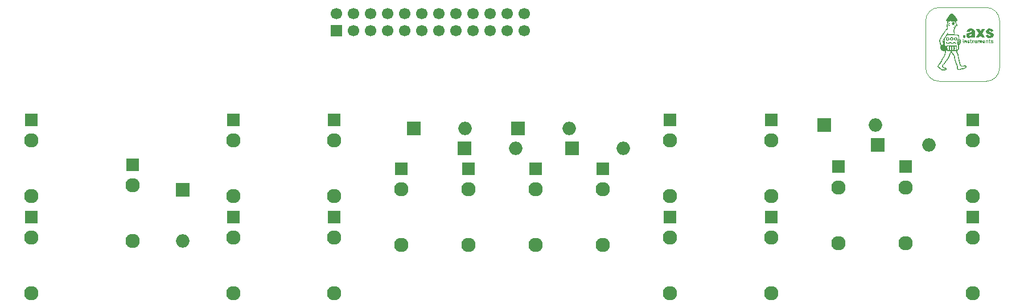
<source format=gbr>
%TF.GenerationSoftware,KiCad,Pcbnew,9.0.1*%
%TF.CreationDate,2025-10-08T12:17:04+01:00*%
%TF.ProjectId,WEASEL_KiCad_virtualModMatrix,57454153-454c-45f4-9b69-4361645f7669,rev?*%
%TF.SameCoordinates,Original*%
%TF.FileFunction,Soldermask,Top*%
%TF.FilePolarity,Negative*%
%FSLAX46Y46*%
G04 Gerber Fmt 4.6, Leading zero omitted, Abs format (unit mm)*
G04 Created by KiCad (PCBNEW 9.0.1) date 2025-10-08 12:17:04*
%MOMM*%
%LPD*%
G01*
G04 APERTURE LIST*
%ADD10C,0.100000*%
%ADD11C,0.000000*%
%ADD12C,2.130000*%
%ADD13R,1.930000X1.830000*%
%ADD14R,1.700000X1.700000*%
%ADD15C,1.700000*%
%ADD16R,2.000000X2.000000*%
%ADD17O,2.000000X2.000000*%
G04 APERTURE END LIST*
D10*
X160500000Y-40500000D02*
G75*
G02*
X158500000Y-38500000I0J2000000D01*
G01*
X158500000Y-31500000D02*
G75*
G02*
X160500000Y-29500000I2000000J0D01*
G01*
X169500000Y-38500000D02*
G75*
G02*
X167500000Y-40500000I-2000000J0D01*
G01*
X167500000Y-29500000D02*
G75*
G02*
X169500000Y-31500000I0J-2000000D01*
G01*
X158500000Y-38500000D02*
X158500000Y-31500000D01*
X167500000Y-40500000D02*
X160500000Y-40500000D01*
X160500000Y-29500000D02*
X167500000Y-29500000D01*
X169500000Y-31500000D02*
X169500000Y-38500000D01*
D11*
%TO.C,G\u002A\u002A\u002A*%
G36*
X161246846Y-38922346D02*
G01*
X161241961Y-38927230D01*
X161237077Y-38922346D01*
X161241961Y-38917461D01*
X161246846Y-38922346D01*
G37*
G36*
X162413608Y-30439076D02*
G01*
X162450480Y-30442195D01*
X162483645Y-30449334D01*
X162520996Y-30461830D01*
X162536410Y-30467675D01*
X162577493Y-30484759D01*
X162607727Y-30501643D01*
X162634198Y-30523312D01*
X162663993Y-30554751D01*
X162670273Y-30561851D01*
X162703575Y-30599230D01*
X162739088Y-30638311D01*
X162769771Y-30671354D01*
X162773021Y-30674785D01*
X162801461Y-30707048D01*
X162827972Y-30741001D01*
X162843312Y-30763725D01*
X162861068Y-30789845D01*
X162887309Y-30824214D01*
X162917290Y-30860700D01*
X162927494Y-30872500D01*
X162998278Y-30959906D01*
X163053247Y-31043281D01*
X163074541Y-31082538D01*
X163093950Y-31117288D01*
X163115795Y-31151324D01*
X163122551Y-31160692D01*
X163142458Y-31191423D01*
X163158577Y-31223530D01*
X163160739Y-31229077D01*
X163173434Y-31260556D01*
X163186928Y-31289175D01*
X163187255Y-31289791D01*
X163202542Y-31337717D01*
X163201444Y-31388195D01*
X163185984Y-31437232D01*
X163158187Y-31480833D01*
X163120075Y-31515006D01*
X163073674Y-31535756D01*
X163061303Y-31538332D01*
X163028573Y-31543644D01*
X163035395Y-31603725D01*
X163038853Y-31639713D01*
X163042617Y-31687729D01*
X163046126Y-31740282D01*
X163047898Y-31771269D01*
X163050741Y-31819923D01*
X163054554Y-31853766D01*
X163061406Y-31877495D01*
X163073366Y-31895806D01*
X163092502Y-31913395D01*
X163119561Y-31933975D01*
X163145578Y-31960972D01*
X163171880Y-32000676D01*
X163195215Y-32046580D01*
X163212328Y-32092176D01*
X163219963Y-32130957D01*
X163220088Y-32134975D01*
X163212344Y-32175630D01*
X163190844Y-32219518D01*
X163158912Y-32260380D01*
X163147812Y-32271097D01*
X163123847Y-32291686D01*
X163103973Y-32304468D01*
X163081503Y-32312170D01*
X163049750Y-32317522D01*
X163027288Y-32320290D01*
X163001296Y-32324363D01*
X162989322Y-32331967D01*
X162985937Y-32348525D01*
X162985769Y-32361762D01*
X162980636Y-32402597D01*
X162967136Y-32451119D01*
X162948112Y-32499016D01*
X162926410Y-32537973D01*
X162924591Y-32540527D01*
X162905963Y-32570140D01*
X162887577Y-32605519D01*
X162882750Y-32616307D01*
X162867897Y-32646901D01*
X162846587Y-32685505D01*
X162823333Y-32723961D01*
X162822451Y-32725343D01*
X162794776Y-32770256D01*
X162776232Y-32806120D01*
X162764326Y-32839592D01*
X162756568Y-32877330D01*
X162751764Y-32914269D01*
X162748327Y-32954102D01*
X162749414Y-32981739D01*
X162755695Y-33004140D01*
X162761656Y-33016846D01*
X162784906Y-33074554D01*
X162803925Y-33147770D01*
X162818079Y-33232799D01*
X162826731Y-33325944D01*
X162829286Y-33409875D01*
X162829461Y-33514713D01*
X162944250Y-33513700D01*
X163003065Y-33513970D01*
X163064772Y-33515601D01*
X163124972Y-33518345D01*
X163179263Y-33521952D01*
X163223245Y-33526175D01*
X163252519Y-33530764D01*
X163254423Y-33531223D01*
X163296544Y-33546417D01*
X163345313Y-33571126D01*
X163384039Y-33595252D01*
X163413247Y-33620094D01*
X163438965Y-33654034D01*
X163461174Y-33693954D01*
X163496616Y-33764192D01*
X163501041Y-33979115D01*
X163502529Y-34041900D01*
X163504232Y-34097887D01*
X163506029Y-34144204D01*
X163507803Y-34177980D01*
X163509437Y-34196344D01*
X163510076Y-34198798D01*
X163515551Y-34202299D01*
X163527297Y-34204574D01*
X163551222Y-34206629D01*
X163559481Y-34207204D01*
X163583420Y-34216462D01*
X163612461Y-34238583D01*
X163642497Y-34269198D01*
X163669423Y-34303937D01*
X163689134Y-34338428D01*
X163693727Y-34350103D01*
X163707356Y-34409036D01*
X163714634Y-34481910D01*
X163715697Y-34564232D01*
X163710678Y-34651511D01*
X163699711Y-34739256D01*
X163682931Y-34822976D01*
X163679145Y-34837875D01*
X163657558Y-34907861D01*
X163633013Y-34961596D01*
X163603194Y-35002357D01*
X163565779Y-35033421D01*
X163525519Y-35054987D01*
X163474230Y-35077907D01*
X163472475Y-35183050D01*
X163470171Y-35299033D01*
X163467361Y-35397347D01*
X163463911Y-35479858D01*
X163459689Y-35548432D01*
X163454563Y-35604934D01*
X163448398Y-35651231D01*
X163441063Y-35689189D01*
X163434760Y-35713154D01*
X163420764Y-35755504D01*
X163405296Y-35789368D01*
X163384613Y-35821004D01*
X163354974Y-35856669D01*
X163337221Y-35876237D01*
X163308375Y-35904575D01*
X163279881Y-35924093D01*
X163243763Y-35939701D01*
X163222433Y-35946907D01*
X163188813Y-35958203D01*
X163163886Y-35967505D01*
X163152196Y-35973093D01*
X163151846Y-35973604D01*
X163154812Y-35985992D01*
X163162616Y-36011849D01*
X163173616Y-36046212D01*
X163186168Y-36084118D01*
X163198630Y-36120602D01*
X163209361Y-36150703D01*
X163216471Y-36168899D01*
X163225637Y-36191643D01*
X163229951Y-36206059D01*
X163230000Y-36206768D01*
X163234118Y-36218573D01*
X163244848Y-36242268D01*
X163257894Y-36268791D01*
X163274067Y-36302206D01*
X163287216Y-36332146D01*
X163293173Y-36348154D01*
X163305939Y-36384267D01*
X163324729Y-36429900D01*
X163343020Y-36470269D01*
X163357164Y-36508145D01*
X163371258Y-36559858D01*
X163384091Y-36619742D01*
X163394457Y-36682131D01*
X163401148Y-36741356D01*
X163401340Y-36743807D01*
X163407551Y-36797539D01*
X163417644Y-36857060D01*
X163429542Y-36910305D01*
X163430737Y-36914769D01*
X163452955Y-36996994D01*
X163473529Y-37074780D01*
X163491798Y-37145511D01*
X163507100Y-37206571D01*
X163518775Y-37255345D01*
X163526160Y-37289215D01*
X163528024Y-37299654D01*
X163534402Y-37330569D01*
X163542090Y-37358269D01*
X163549566Y-37387800D01*
X163555951Y-37423503D01*
X163557146Y-37432538D01*
X163563287Y-37469885D01*
X163572469Y-37511406D01*
X163576160Y-37525346D01*
X163583259Y-37553589D01*
X163592757Y-37595631D01*
X163603475Y-37646064D01*
X163614236Y-37699480D01*
X163615521Y-37706077D01*
X163626018Y-37757738D01*
X163636552Y-37805374D01*
X163646007Y-37844203D01*
X163653269Y-37869444D01*
X163654248Y-37872154D01*
X163663385Y-37898137D01*
X163675515Y-37935523D01*
X163688256Y-37976929D01*
X163690259Y-37983660D01*
X163714466Y-38051493D01*
X163743377Y-38102470D01*
X163779709Y-38138555D01*
X163826180Y-38161712D01*
X163885507Y-38173907D01*
X163957807Y-38177121D01*
X164011370Y-38175112D01*
X164068677Y-38170200D01*
X164119755Y-38163315D01*
X164133654Y-38160746D01*
X164179431Y-38153096D01*
X164235353Y-38146139D01*
X164292029Y-38140977D01*
X164314384Y-38139578D01*
X164361667Y-38137528D01*
X164394671Y-38137593D01*
X164418600Y-38140394D01*
X164438657Y-38146554D01*
X164460046Y-38156695D01*
X164460792Y-38157083D01*
X164506386Y-38190446D01*
X164541579Y-38235397D01*
X164562501Y-38286486D01*
X164565743Y-38304864D01*
X164566534Y-38336706D01*
X164559660Y-38367282D01*
X164543751Y-38404131D01*
X164527822Y-38434358D01*
X164511111Y-38459175D01*
X164489503Y-38483483D01*
X164458880Y-38512180D01*
X164436500Y-38531786D01*
X164417048Y-38547698D01*
X164397101Y-38561303D01*
X164372830Y-38574559D01*
X164340411Y-38589423D01*
X164296015Y-38607852D01*
X164258518Y-38622831D01*
X164189436Y-38648799D01*
X164126343Y-38668956D01*
X164062189Y-38685173D01*
X163989918Y-38699323D01*
X163938269Y-38707828D01*
X163862583Y-38720728D01*
X163793724Y-38735103D01*
X163723294Y-38752889D01*
X163645192Y-38775331D01*
X163571332Y-38796050D01*
X163510446Y-38809534D01*
X163457619Y-38816404D01*
X163407934Y-38817282D01*
X163356478Y-38812790D01*
X163352879Y-38812317D01*
X163312212Y-38805731D01*
X163276998Y-38797976D01*
X163253353Y-38790461D01*
X163249575Y-38788553D01*
X163234103Y-38773002D01*
X163215854Y-38746039D01*
X163203027Y-38722077D01*
X163200735Y-38717192D01*
X163562154Y-38717192D01*
X163567038Y-38722077D01*
X163571923Y-38717192D01*
X163567038Y-38712307D01*
X163562154Y-38717192D01*
X163200735Y-38717192D01*
X163189830Y-38693948D01*
X163181100Y-38674498D01*
X163178811Y-38668346D01*
X163177715Y-38659890D01*
X163173304Y-38638703D01*
X163171164Y-38629269D01*
X163166864Y-38604366D01*
X163161799Y-38565291D01*
X163156597Y-38517363D01*
X163151883Y-38465899D01*
X163151804Y-38464948D01*
X163147183Y-38424115D01*
X163190923Y-38424115D01*
X163195807Y-38429000D01*
X163200692Y-38424115D01*
X163195807Y-38419230D01*
X163190923Y-38424115D01*
X163147183Y-38424115D01*
X163137768Y-38340923D01*
X163117466Y-38234219D01*
X163102769Y-38179884D01*
X163095409Y-38155622D01*
X163084763Y-38120337D01*
X163073292Y-38082192D01*
X163059213Y-38039095D01*
X163043117Y-37995381D01*
X163030439Y-37964961D01*
X163016858Y-37933862D01*
X162999220Y-37891558D01*
X162980440Y-37845097D01*
X162971844Y-37823307D01*
X162953350Y-37776559D01*
X162934462Y-37729772D01*
X162918193Y-37690375D01*
X162912414Y-37676769D01*
X162896468Y-37636813D01*
X162879703Y-37590274D01*
X162869624Y-37559538D01*
X162864963Y-37544884D01*
X162956461Y-37544884D01*
X162961346Y-37549769D01*
X162966230Y-37544884D01*
X162961346Y-37540000D01*
X162956461Y-37544884D01*
X162864963Y-37544884D01*
X162856618Y-37518647D01*
X162843104Y-37478000D01*
X162834329Y-37452886D01*
X162824564Y-37421051D01*
X162814000Y-37379003D01*
X162804916Y-37335822D01*
X162804884Y-37335655D01*
X162796221Y-37289172D01*
X162789552Y-37253780D01*
X162783433Y-37221962D01*
X162776417Y-37186206D01*
X162768119Y-37144346D01*
X162849000Y-37144346D01*
X162853884Y-37149230D01*
X162858769Y-37144346D01*
X162853884Y-37139461D01*
X162849000Y-37144346D01*
X162768119Y-37144346D01*
X162767058Y-37138996D01*
X162766776Y-37137576D01*
X162758160Y-37092267D01*
X162748283Y-37037408D01*
X162738889Y-36982757D01*
X162736222Y-36966614D01*
X162728562Y-36919697D01*
X162721204Y-36874719D01*
X162715298Y-36838699D01*
X162713348Y-36826846D01*
X162707379Y-36802423D01*
X162780615Y-36802423D01*
X162785500Y-36807307D01*
X162790384Y-36802423D01*
X162785500Y-36797538D01*
X162780615Y-36802423D01*
X162707379Y-36802423D01*
X162704480Y-36790562D01*
X162701634Y-36782884D01*
X162741538Y-36782884D01*
X162746423Y-36787769D01*
X162751307Y-36782884D01*
X162746423Y-36778000D01*
X162741538Y-36782884D01*
X162701634Y-36782884D01*
X162691595Y-36755801D01*
X162688305Y-36749062D01*
X162672611Y-36722270D01*
X162647437Y-36682901D01*
X162614926Y-36634083D01*
X162609794Y-36626577D01*
X162634077Y-36626577D01*
X162638961Y-36631461D01*
X162643846Y-36626577D01*
X162638961Y-36621692D01*
X162634077Y-36626577D01*
X162609794Y-36626577D01*
X162577223Y-36578943D01*
X162569551Y-36567961D01*
X162653615Y-36567961D01*
X162658500Y-36572846D01*
X162663384Y-36567961D01*
X162658500Y-36563077D01*
X162653615Y-36567961D01*
X162569551Y-36567961D01*
X162536470Y-36520610D01*
X162494811Y-36462211D01*
X162454389Y-36406875D01*
X162447051Y-36397000D01*
X162416611Y-36355174D01*
X162389235Y-36315756D01*
X162367802Y-36283011D01*
X162363102Y-36274884D01*
X162497307Y-36274884D01*
X162502192Y-36279769D01*
X162507077Y-36274884D01*
X162502192Y-36270000D01*
X162497307Y-36274884D01*
X162363102Y-36274884D01*
X162355192Y-36261208D01*
X162354728Y-36260230D01*
X162347210Y-36245577D01*
X162399615Y-36245577D01*
X162404500Y-36250461D01*
X162409384Y-36245577D01*
X162404500Y-36240692D01*
X162399615Y-36245577D01*
X162347210Y-36245577D01*
X162339131Y-36229832D01*
X162321590Y-36200322D01*
X162305319Y-36176630D01*
X162293533Y-36163685D01*
X162291038Y-36162605D01*
X162284491Y-36170872D01*
X162274305Y-36192094D01*
X162267537Y-36208942D01*
X162255545Y-36238448D01*
X162237979Y-36278893D01*
X162217761Y-36323619D01*
X162207387Y-36345898D01*
X162181276Y-36403036D01*
X162158122Y-36456924D01*
X162139354Y-36503982D01*
X162126401Y-36540631D01*
X162120715Y-36563077D01*
X162115808Y-36580369D01*
X162103177Y-36613656D01*
X162082606Y-36663480D01*
X162053878Y-36730383D01*
X162052156Y-36734340D01*
X162043476Y-36757988D01*
X162032235Y-36793615D01*
X162020614Y-36834244D01*
X162018583Y-36841802D01*
X162003709Y-36890967D01*
X161985054Y-36938472D01*
X161960893Y-36987435D01*
X161929499Y-37040972D01*
X161889147Y-37102202D01*
X161838110Y-37174241D01*
X161823230Y-37194644D01*
X161808229Y-37215567D01*
X161785223Y-37248185D01*
X161757297Y-37288105D01*
X161727534Y-37330936D01*
X161726311Y-37332702D01*
X161698801Y-37372194D01*
X161675174Y-37405652D01*
X161657698Y-37429898D01*
X161648638Y-37441755D01*
X161648101Y-37442307D01*
X161639456Y-37452505D01*
X161623858Y-37472981D01*
X161614121Y-37486269D01*
X161595157Y-37511266D01*
X161579288Y-37530113D01*
X161574259Y-37535115D01*
X161562158Y-37548807D01*
X161544989Y-37572108D01*
X161536968Y-37583961D01*
X161517211Y-37612816D01*
X161491595Y-37648679D01*
X161469424Y-37678742D01*
X161442082Y-37715386D01*
X161410039Y-37758692D01*
X161380067Y-37799507D01*
X161379082Y-37800857D01*
X161334821Y-37858689D01*
X161286935Y-37915217D01*
X161230115Y-37976650D01*
X161218294Y-37988950D01*
X161173219Y-38036067D01*
X161140266Y-38071699D01*
X161117601Y-38098034D01*
X161103390Y-38117261D01*
X161095799Y-38131569D01*
X161093971Y-38137320D01*
X161084311Y-38209337D01*
X161092585Y-38274025D01*
X161119057Y-38332385D01*
X161157056Y-38378752D01*
X161181836Y-38401624D01*
X161205085Y-38417735D01*
X161232897Y-38430215D01*
X161271363Y-38442195D01*
X161290807Y-38447470D01*
X161360857Y-38466273D01*
X161414654Y-38481341D01*
X161454903Y-38493679D01*
X161484307Y-38504293D01*
X161505569Y-38514189D01*
X161521392Y-38524372D01*
X161534478Y-38535847D01*
X161538019Y-38539427D01*
X161571377Y-38583408D01*
X161590885Y-38630175D01*
X161594646Y-38674878D01*
X161593629Y-38681682D01*
X161581411Y-38722866D01*
X161561826Y-38764554D01*
X161538902Y-38798932D01*
X161526611Y-38811657D01*
X161504834Y-38826350D01*
X161471415Y-38844961D01*
X161432891Y-38864250D01*
X161395801Y-38880978D01*
X161366682Y-38891904D01*
X161362143Y-38893170D01*
X161339357Y-38896502D01*
X161303786Y-38899220D01*
X161262183Y-38901060D01*
X161221299Y-38901760D01*
X161187884Y-38901054D01*
X161178461Y-38900353D01*
X161154974Y-38897143D01*
X161121567Y-38891611D01*
X161100307Y-38887741D01*
X161012292Y-38869637D01*
X160939678Y-38850751D01*
X160878364Y-38829158D01*
X160824246Y-38802932D01*
X160782032Y-38775807D01*
X160846307Y-38775807D01*
X160851192Y-38780692D01*
X160856077Y-38775807D01*
X160851192Y-38770923D01*
X160846307Y-38775807D01*
X160782032Y-38775807D01*
X160773223Y-38770147D01*
X160755725Y-38756269D01*
X160846307Y-38756269D01*
X160851192Y-38761154D01*
X160856077Y-38756269D01*
X160851192Y-38751384D01*
X160846307Y-38756269D01*
X160755725Y-38756269D01*
X160721190Y-38728879D01*
X160676502Y-38688855D01*
X160663880Y-38678115D01*
X160719307Y-38678115D01*
X160724192Y-38683000D01*
X160729077Y-38678115D01*
X160724192Y-38673230D01*
X160719307Y-38678115D01*
X160663880Y-38678115D01*
X160639989Y-38657786D01*
X160599580Y-38627691D01*
X160564156Y-38605166D01*
X160494222Y-38562691D01*
X160436646Y-38518243D01*
X160401050Y-38482730D01*
X160602077Y-38482730D01*
X160606961Y-38487615D01*
X160611846Y-38482730D01*
X160606961Y-38477846D01*
X160602077Y-38482730D01*
X160401050Y-38482730D01*
X160384573Y-38466291D01*
X160366878Y-38445905D01*
X160328579Y-38395225D01*
X160304523Y-38349102D01*
X160292357Y-38301778D01*
X160289605Y-38256905D01*
X160291247Y-38241427D01*
X160436409Y-38241427D01*
X160437944Y-38273069D01*
X160444181Y-38301611D01*
X160456767Y-38328818D01*
X160477349Y-38356458D01*
X160507574Y-38386294D01*
X160549088Y-38420094D01*
X160603539Y-38459623D01*
X160672574Y-38506647D01*
X160702042Y-38526232D01*
X160742778Y-38554910D01*
X160784403Y-38587002D01*
X160818637Y-38616094D01*
X160821884Y-38619105D01*
X160867150Y-38659308D01*
X160907035Y-38688032D01*
X160948360Y-38709054D01*
X160997948Y-38726153D01*
X161031923Y-38735437D01*
X161089908Y-38747363D01*
X161152864Y-38755216D01*
X161216389Y-38758948D01*
X161276082Y-38758507D01*
X161327543Y-38753844D01*
X161366371Y-38744910D01*
X161378730Y-38739378D01*
X161404083Y-38725845D01*
X161424716Y-38716451D01*
X161425134Y-38716296D01*
X161438753Y-38701831D01*
X161442230Y-38677641D01*
X161433466Y-38645888D01*
X161406902Y-38620563D01*
X161362132Y-38601314D01*
X161349423Y-38597763D01*
X161274790Y-38578099D01*
X161216204Y-38561289D01*
X161186301Y-38551115D01*
X161432461Y-38551115D01*
X161437346Y-38556000D01*
X161442230Y-38551115D01*
X161437346Y-38546230D01*
X161432461Y-38551115D01*
X161186301Y-38551115D01*
X161170670Y-38545797D01*
X161135196Y-38530087D01*
X161106788Y-38512623D01*
X161082452Y-38491870D01*
X161059196Y-38466293D01*
X161036027Y-38436979D01*
X161034002Y-38433884D01*
X161188230Y-38433884D01*
X161193115Y-38438769D01*
X161198000Y-38433884D01*
X161193115Y-38429000D01*
X161188230Y-38433884D01*
X161034002Y-38433884D01*
X160985517Y-38359793D01*
X160954260Y-38285650D01*
X160942231Y-38214416D01*
X160949405Y-38145958D01*
X160969888Y-38091223D01*
X160996664Y-38046120D01*
X161035851Y-37991506D01*
X161084984Y-37930539D01*
X161141601Y-37866379D01*
X161163589Y-37842846D01*
X161192441Y-37811075D01*
X161219043Y-37779472D01*
X161237603Y-37754923D01*
X161254002Y-37731890D01*
X161278416Y-37699153D01*
X161306669Y-37662273D01*
X161319685Y-37645599D01*
X161348512Y-37608469D01*
X161375630Y-37572761D01*
X161396761Y-37544137D01*
X161403154Y-37535110D01*
X161425126Y-37504261D01*
X161450026Y-37470607D01*
X161456884Y-37461594D01*
X161479237Y-37431864D01*
X161505749Y-37395732D01*
X161522967Y-37371814D01*
X161543325Y-37343380D01*
X161571425Y-37304324D01*
X161603529Y-37259835D01*
X161635313Y-37215908D01*
X161672210Y-37163884D01*
X161745077Y-37163884D01*
X161749961Y-37168769D01*
X161754846Y-37163884D01*
X161749961Y-37159000D01*
X161745077Y-37163884D01*
X161672210Y-37163884D01*
X161678635Y-37154825D01*
X161722828Y-37090205D01*
X161765191Y-37026178D01*
X161803023Y-36966871D01*
X161833622Y-36916414D01*
X161848337Y-36890346D01*
X161858964Y-36867121D01*
X161873893Y-36829775D01*
X161884096Y-36802423D01*
X161979538Y-36802423D01*
X161984423Y-36807307D01*
X161989307Y-36802423D01*
X161984423Y-36797538D01*
X161979538Y-36802423D01*
X161884096Y-36802423D01*
X161891423Y-36782782D01*
X161909856Y-36730615D01*
X161916996Y-36709615D01*
X161933937Y-36660191D01*
X161949181Y-36617574D01*
X161961482Y-36585105D01*
X161969595Y-36566125D01*
X161971744Y-36562697D01*
X161978036Y-36551318D01*
X161987682Y-36526517D01*
X161990141Y-36519115D01*
X162047923Y-36519115D01*
X162052807Y-36524000D01*
X162057692Y-36519115D01*
X162052807Y-36514230D01*
X162047923Y-36519115D01*
X161990141Y-36519115D01*
X161998603Y-36493640D01*
X161998705Y-36493311D01*
X162012948Y-36453797D01*
X162029845Y-36416230D01*
X162037998Y-36401884D01*
X162047923Y-36401884D01*
X162052807Y-36406769D01*
X162057692Y-36401884D01*
X162052807Y-36397000D01*
X162047923Y-36401884D01*
X162037998Y-36401884D01*
X162042940Y-36393189D01*
X162058953Y-36365781D01*
X162077762Y-36328056D01*
X162095381Y-36288022D01*
X162095907Y-36286729D01*
X162112653Y-36245620D01*
X162133481Y-36194837D01*
X162154957Y-36142740D01*
X162164337Y-36120086D01*
X162168836Y-36108807D01*
X162389846Y-36108807D01*
X162394730Y-36113692D01*
X162399615Y-36108807D01*
X162394730Y-36103923D01*
X162389846Y-36108807D01*
X162168836Y-36108807D01*
X162172733Y-36099038D01*
X162360538Y-36099038D01*
X162365423Y-36103923D01*
X162370307Y-36099038D01*
X162365423Y-36094154D01*
X162360538Y-36099038D01*
X162172733Y-36099038D01*
X162180866Y-36078649D01*
X162194054Y-36042566D01*
X162202283Y-36016451D01*
X162204230Y-36006352D01*
X162202077Y-36000247D01*
X162194465Y-35995090D01*
X162192711Y-35994572D01*
X162357684Y-35994572D01*
X162358399Y-36003284D01*
X162369032Y-36025589D01*
X162388110Y-36059206D01*
X162414156Y-36101854D01*
X162445697Y-36151252D01*
X162481259Y-36205120D01*
X162519366Y-36261177D01*
X162558544Y-36317142D01*
X162597318Y-36370735D01*
X162623533Y-36405751D01*
X162650570Y-36441839D01*
X162674037Y-36474204D01*
X162690748Y-36498396D01*
X162696397Y-36507482D01*
X162706579Y-36524442D01*
X162724707Y-36553130D01*
X162747892Y-36589016D01*
X162765183Y-36615386D01*
X162796762Y-36666255D01*
X162819117Y-36710850D01*
X162836043Y-36757465D01*
X162845396Y-36790716D01*
X162855787Y-36834293D01*
X162863777Y-36874819D01*
X162868139Y-36905773D01*
X162868596Y-36914253D01*
X162871339Y-36957620D01*
X162878961Y-37016138D01*
X162890719Y-37086247D01*
X162905872Y-37164384D01*
X162923680Y-37246990D01*
X162943401Y-37330502D01*
X162964294Y-37411360D01*
X162985617Y-37486001D01*
X162991722Y-37505807D01*
X163008539Y-37554479D01*
X163029058Y-37607064D01*
X163048849Y-37652205D01*
X163048916Y-37652346D01*
X163066780Y-37691634D01*
X163082690Y-37729861D01*
X163093305Y-37758981D01*
X163093561Y-37759807D01*
X163102465Y-37786667D01*
X163109938Y-37805695D01*
X163111460Y-37808654D01*
X163117770Y-37821676D01*
X163118201Y-37823307D01*
X163123571Y-37837933D01*
X163133988Y-37859740D01*
X163145209Y-37880410D01*
X163152992Y-37891625D01*
X163153078Y-37891692D01*
X163159334Y-37903337D01*
X163167567Y-37927069D01*
X163171170Y-37939655D01*
X163181356Y-37971060D01*
X163192803Y-37997402D01*
X163196203Y-38003271D01*
X163207632Y-38026733D01*
X163221317Y-38063718D01*
X163235510Y-38108622D01*
X163248465Y-38155844D01*
X163258435Y-38199782D01*
X163259897Y-38207568D01*
X163267594Y-38248969D01*
X163276039Y-38292373D01*
X163278722Y-38305660D01*
X163283758Y-38335650D01*
X163289555Y-38378546D01*
X163295274Y-38427784D01*
X163298693Y-38461576D01*
X163303831Y-38508783D01*
X163310065Y-38555192D01*
X163316718Y-38596801D01*
X163323110Y-38629606D01*
X163328561Y-38649603D01*
X163331294Y-38653839D01*
X163340288Y-38657012D01*
X163361383Y-38664814D01*
X163371654Y-38668658D01*
X163410016Y-38677820D01*
X163456229Y-38678586D01*
X163512977Y-38670680D01*
X163582943Y-38653822D01*
X163620769Y-38642845D01*
X163664564Y-38629854D01*
X163702952Y-38618930D01*
X163731144Y-38611408D01*
X163742884Y-38608775D01*
X163783592Y-38601865D01*
X163837383Y-38591958D01*
X163899079Y-38580087D01*
X163963499Y-38567285D01*
X164025464Y-38554584D01*
X164079795Y-38543019D01*
X164121312Y-38533621D01*
X164128769Y-38531809D01*
X164186759Y-38513305D01*
X164248380Y-38486767D01*
X164307193Y-38455470D01*
X164356756Y-38422686D01*
X164377623Y-38405316D01*
X164408444Y-38370900D01*
X164421426Y-38340560D01*
X164417212Y-38312034D01*
X164408407Y-38297124D01*
X164389455Y-38285679D01*
X164354641Y-38278647D01*
X164307161Y-38276149D01*
X164250214Y-38278304D01*
X164186996Y-38285230D01*
X164167846Y-38288164D01*
X164048695Y-38303795D01*
X163944984Y-38309064D01*
X163855520Y-38303860D01*
X163779110Y-38288075D01*
X163714562Y-38261601D01*
X163708752Y-38258038D01*
X164460923Y-38258038D01*
X164465807Y-38262923D01*
X164470692Y-38258038D01*
X164465807Y-38253154D01*
X164460923Y-38258038D01*
X163708752Y-38258038D01*
X163686198Y-38244207D01*
X163657036Y-38221391D01*
X163633569Y-38195632D01*
X163611113Y-38161135D01*
X163594696Y-38131007D01*
X163576797Y-38096002D01*
X163563160Y-38067943D01*
X163555779Y-38051001D01*
X163555038Y-38048064D01*
X163554894Y-38043115D01*
X163611000Y-38043115D01*
X163615884Y-38048000D01*
X163620769Y-38043115D01*
X163615884Y-38038230D01*
X163611000Y-38043115D01*
X163554894Y-38043115D01*
X163554868Y-38042207D01*
X163552696Y-38029309D01*
X163548025Y-38007140D01*
X163540354Y-37973473D01*
X163529187Y-37926080D01*
X163522125Y-37896577D01*
X163562154Y-37896577D01*
X163567038Y-37901461D01*
X163571923Y-37896577D01*
X163567038Y-37891692D01*
X163562154Y-37896577D01*
X163522125Y-37896577D01*
X163514023Y-37862732D01*
X163507600Y-37836049D01*
X163495085Y-37782731D01*
X163483915Y-37732589D01*
X163475116Y-37690417D01*
X163469714Y-37661007D01*
X163468925Y-37655509D01*
X163462338Y-37618406D01*
X163452547Y-37578512D01*
X163449869Y-37569499D01*
X163436050Y-37522591D01*
X163422645Y-37472493D01*
X163411281Y-37425685D01*
X163405600Y-37398346D01*
X163474230Y-37398346D01*
X163479115Y-37403230D01*
X163484000Y-37398346D01*
X163479115Y-37393461D01*
X163474230Y-37398346D01*
X163405600Y-37398346D01*
X163403585Y-37388650D01*
X163402005Y-37378807D01*
X163396675Y-37349122D01*
X163387177Y-37304827D01*
X163386212Y-37300654D01*
X163474230Y-37300654D01*
X163479115Y-37305538D01*
X163484000Y-37300654D01*
X163479115Y-37295769D01*
X163474230Y-37300654D01*
X163386212Y-37300654D01*
X163374527Y-37250147D01*
X163359742Y-37189312D01*
X163343839Y-37126548D01*
X163327833Y-37066082D01*
X163319609Y-37036242D01*
X163309204Y-36993265D01*
X163298784Y-36940558D01*
X163296976Y-36929423D01*
X163405846Y-36929423D01*
X163410730Y-36934307D01*
X163415615Y-36929423D01*
X163410730Y-36924538D01*
X163405846Y-36929423D01*
X163296976Y-36929423D01*
X163293804Y-36909884D01*
X163405846Y-36909884D01*
X163410730Y-36914769D01*
X163415615Y-36909884D01*
X163410730Y-36905000D01*
X163405846Y-36909884D01*
X163293804Y-36909884D01*
X163290225Y-36887838D01*
X163288501Y-36875050D01*
X163282983Y-36831833D01*
X163278096Y-36793564D01*
X163274583Y-36766073D01*
X163273609Y-36758461D01*
X163249511Y-36634290D01*
X163209786Y-36509346D01*
X163337461Y-36509346D01*
X163342346Y-36514230D01*
X163347230Y-36509346D01*
X163342346Y-36504461D01*
X163337461Y-36509346D01*
X163209786Y-36509346D01*
X163209502Y-36508452D01*
X163180022Y-36437837D01*
X163165987Y-36406373D01*
X163159986Y-36392115D01*
X163190923Y-36392115D01*
X163195807Y-36397000D01*
X163200692Y-36392115D01*
X163195807Y-36387230D01*
X163190923Y-36392115D01*
X163159986Y-36392115D01*
X163155893Y-36382389D01*
X163152440Y-36372577D01*
X163200692Y-36372577D01*
X163205577Y-36377461D01*
X163210461Y-36372577D01*
X163205577Y-36367692D01*
X163200692Y-36372577D01*
X163152440Y-36372577D01*
X163151852Y-36370907D01*
X163151846Y-36370785D01*
X163148163Y-36360413D01*
X163145172Y-36353038D01*
X163269077Y-36353038D01*
X163273961Y-36357923D01*
X163278846Y-36353038D01*
X163273961Y-36348154D01*
X163269077Y-36353038D01*
X163145172Y-36353038D01*
X163138024Y-36335410D01*
X163122791Y-36299051D01*
X163103827Y-36254611D01*
X163094183Y-36232255D01*
X163072096Y-36180008D01*
X163051554Y-36129205D01*
X163034513Y-36084837D01*
X163022931Y-36051895D01*
X163020906Y-36045307D01*
X163005292Y-35991577D01*
X162685358Y-35992129D01*
X162608090Y-35992318D01*
X162537071Y-35992598D01*
X162474663Y-35992951D01*
X162423224Y-35993360D01*
X162385114Y-35993806D01*
X162362694Y-35994274D01*
X162357684Y-35994572D01*
X162192711Y-35994572D01*
X162179665Y-35990719D01*
X162155948Y-35986977D01*
X162121587Y-35983703D01*
X162074852Y-35980738D01*
X162014014Y-35977922D01*
X161937346Y-35975096D01*
X161843118Y-35972101D01*
X161841022Y-35972038D01*
X162927154Y-35972038D01*
X162932038Y-35976923D01*
X162936923Y-35972038D01*
X162932038Y-35967154D01*
X162927154Y-35972038D01*
X161841022Y-35972038D01*
X161828115Y-35971650D01*
X161766343Y-35969297D01*
X161708134Y-35966154D01*
X161657558Y-35962511D01*
X161655117Y-35962269D01*
X162018615Y-35962269D01*
X162023500Y-35967154D01*
X162028384Y-35962269D01*
X162023500Y-35957384D01*
X162018615Y-35962269D01*
X161655117Y-35962269D01*
X161618686Y-35958658D01*
X161596695Y-35955162D01*
X161574635Y-35952500D01*
X161891615Y-35952500D01*
X161896500Y-35957384D01*
X161901384Y-35952500D01*
X161896500Y-35947615D01*
X161891615Y-35952500D01*
X161574635Y-35952500D01*
X161560273Y-35950767D01*
X161534434Y-35956325D01*
X161522202Y-35970803D01*
X161522060Y-35980668D01*
X161521940Y-36000956D01*
X161518083Y-36033660D01*
X161511585Y-36072261D01*
X161503538Y-36110244D01*
X161495249Y-36140447D01*
X161481001Y-36190574D01*
X161466939Y-36251748D01*
X161454802Y-36315544D01*
X161446329Y-36373531D01*
X161445382Y-36382170D01*
X161438659Y-36421062D01*
X161425857Y-36473049D01*
X161408539Y-36533243D01*
X161388264Y-36596755D01*
X161366594Y-36658699D01*
X161345090Y-36714187D01*
X161325314Y-36758329D01*
X161325088Y-36758782D01*
X161305905Y-36793499D01*
X161279032Y-36837475D01*
X161248475Y-36884316D01*
X161226184Y-36916591D01*
X161199984Y-36953944D01*
X161178553Y-36985432D01*
X161164123Y-37007712D01*
X161158923Y-37017408D01*
X161153816Y-37028300D01*
X161140711Y-37049593D01*
X161129454Y-37066427D01*
X161108060Y-37100271D01*
X161082703Y-37144534D01*
X161056060Y-37194059D01*
X161030810Y-37243692D01*
X161009632Y-37288278D01*
X160995202Y-37322661D01*
X160992872Y-37329338D01*
X160984614Y-37350197D01*
X160969308Y-37384812D01*
X160948706Y-37429495D01*
X160924561Y-37480557D01*
X160898626Y-37534311D01*
X160872654Y-37587068D01*
X160848398Y-37635141D01*
X160837687Y-37655838D01*
X160802064Y-37716116D01*
X160752304Y-37788079D01*
X160689148Y-37870745D01*
X160613334Y-37963131D01*
X160554301Y-38031722D01*
X160511427Y-38081595D01*
X160480286Y-38120645D01*
X160459052Y-38152120D01*
X160445901Y-38179266D01*
X160439008Y-38205329D01*
X160436547Y-38233556D01*
X160436409Y-38241427D01*
X160291247Y-38241427D01*
X160294765Y-38208252D01*
X160308365Y-38152262D01*
X160327963Y-38097824D01*
X160340493Y-38071618D01*
X160355327Y-38048471D01*
X160380715Y-38013670D01*
X160414275Y-37970203D01*
X160438025Y-37940538D01*
X160602077Y-37940538D01*
X160605651Y-37948579D01*
X160608589Y-37947051D01*
X160609759Y-37935457D01*
X160608589Y-37934025D01*
X160602782Y-37935366D01*
X160602077Y-37940538D01*
X160438025Y-37940538D01*
X160453623Y-37921056D01*
X160457698Y-37916115D01*
X160602077Y-37916115D01*
X160606961Y-37921000D01*
X160611846Y-37916115D01*
X160606961Y-37911230D01*
X160602077Y-37916115D01*
X160457698Y-37916115D01*
X160465754Y-37906346D01*
X160621615Y-37906346D01*
X160626500Y-37911230D01*
X160631384Y-37906346D01*
X160626500Y-37901461D01*
X160621615Y-37906346D01*
X160465754Y-37906346D01*
X160496375Y-37869216D01*
X160531212Y-37828192D01*
X160631384Y-37828192D01*
X160636269Y-37833077D01*
X160641154Y-37828192D01*
X160636269Y-37823307D01*
X160631384Y-37828192D01*
X160531212Y-37828192D01*
X160540147Y-37817670D01*
X160565141Y-37789115D01*
X160719307Y-37789115D01*
X160724192Y-37794000D01*
X160729077Y-37789115D01*
X160724192Y-37784230D01*
X160719307Y-37789115D01*
X160565141Y-37789115D01*
X160574335Y-37778611D01*
X160607008Y-37740178D01*
X160637646Y-37701192D01*
X160758384Y-37701192D01*
X160763269Y-37706077D01*
X160768154Y-37701192D01*
X160763269Y-37696307D01*
X160758384Y-37701192D01*
X160637646Y-37701192D01*
X160637721Y-37701096D01*
X160662077Y-37667099D01*
X160671761Y-37651611D01*
X160691825Y-37614781D01*
X160718128Y-37564402D01*
X160738037Y-37525346D01*
X160787692Y-37525346D01*
X160792577Y-37530230D01*
X160797461Y-37525346D01*
X160792577Y-37520461D01*
X160787692Y-37525346D01*
X160738037Y-37525346D01*
X160748607Y-37504610D01*
X160781201Y-37439545D01*
X160813848Y-37373343D01*
X160844486Y-37310141D01*
X160871052Y-37254079D01*
X160885384Y-37222933D01*
X160908099Y-37177488D01*
X160940509Y-37119406D01*
X160980705Y-37051770D01*
X160996035Y-37027115D01*
X161031923Y-37027115D01*
X161036807Y-37032000D01*
X161041692Y-37027115D01*
X161036807Y-37022230D01*
X161031923Y-37027115D01*
X160996035Y-37027115D01*
X161002109Y-37017346D01*
X161119846Y-37017346D01*
X161124730Y-37022230D01*
X161129615Y-37017346D01*
X161124730Y-37012461D01*
X161119846Y-37017346D01*
X161002109Y-37017346D01*
X161026782Y-36977664D01*
X161076832Y-36900170D01*
X161128946Y-36822372D01*
X161168187Y-36765755D01*
X161176356Y-36753577D01*
X161227307Y-36753577D01*
X161232192Y-36758461D01*
X161237077Y-36753577D01*
X161232192Y-36748692D01*
X161227307Y-36753577D01*
X161176356Y-36753577D01*
X161187895Y-36736375D01*
X161202072Y-36712578D01*
X161207760Y-36699347D01*
X161207769Y-36699110D01*
X161212318Y-36685015D01*
X161223855Y-36661155D01*
X161231182Y-36647855D01*
X161232022Y-36646115D01*
X161354307Y-36646115D01*
X161359192Y-36651000D01*
X161364077Y-36646115D01*
X161359192Y-36641230D01*
X161354307Y-36646115D01*
X161232022Y-36646115D01*
X161254214Y-36600142D01*
X161277316Y-36538844D01*
X161298561Y-36469812D01*
X161316023Y-36398897D01*
X161319367Y-36382346D01*
X161422692Y-36382346D01*
X161427577Y-36387230D01*
X161432461Y-36382346D01*
X161427577Y-36377461D01*
X161422692Y-36382346D01*
X161319367Y-36382346D01*
X161320514Y-36376666D01*
X161329226Y-36332185D01*
X161340479Y-36276615D01*
X161352638Y-36217956D01*
X161361273Y-36177192D01*
X161371536Y-36128414D01*
X161380623Y-36083600D01*
X161387513Y-36047888D01*
X161391082Y-36027156D01*
X161395768Y-35994352D01*
X161338403Y-36002733D01*
X161226606Y-36009953D01*
X161117829Y-35998976D01*
X161014402Y-35970172D01*
X160996743Y-35962269D01*
X161452000Y-35962269D01*
X161456884Y-35967154D01*
X161461769Y-35962269D01*
X161456884Y-35957384D01*
X161452000Y-35962269D01*
X160996743Y-35962269D01*
X160953082Y-35942730D01*
X161207769Y-35942730D01*
X161212654Y-35947615D01*
X161217538Y-35942730D01*
X162350769Y-35942730D01*
X162355654Y-35947615D01*
X162360538Y-35942730D01*
X162355654Y-35937846D01*
X162350769Y-35942730D01*
X161217538Y-35942730D01*
X161212654Y-35937846D01*
X161207769Y-35942730D01*
X160953082Y-35942730D01*
X160948374Y-35940623D01*
X160935999Y-35932961D01*
X161246846Y-35932961D01*
X161251730Y-35937846D01*
X161256615Y-35932961D01*
X161251730Y-35928077D01*
X161246846Y-35932961D01*
X160935999Y-35932961D01*
X160920883Y-35923602D01*
X160894083Y-35903654D01*
X160992846Y-35903654D01*
X160997730Y-35908538D01*
X161002615Y-35903654D01*
X162096769Y-35903654D01*
X162101654Y-35908538D01*
X162106538Y-35903654D01*
X162101654Y-35898769D01*
X162096769Y-35903654D01*
X161002615Y-35903654D01*
X160997730Y-35898769D01*
X160992846Y-35903654D01*
X160894083Y-35903654D01*
X160889608Y-35900323D01*
X160876088Y-35889000D01*
X161237077Y-35889000D01*
X161240651Y-35897041D01*
X161243589Y-35895512D01*
X161244759Y-35883919D01*
X161243589Y-35882487D01*
X161237782Y-35883828D01*
X161237077Y-35889000D01*
X160876088Y-35889000D01*
X160858591Y-35874346D01*
X161139384Y-35874346D01*
X161144269Y-35879230D01*
X161149154Y-35874346D01*
X161144269Y-35869461D01*
X161139384Y-35874346D01*
X160858591Y-35874346D01*
X160858578Y-35874335D01*
X160848198Y-35864577D01*
X161041692Y-35864577D01*
X161046577Y-35869461D01*
X161051461Y-35864577D01*
X161266384Y-35864577D01*
X161271269Y-35869461D01*
X161276154Y-35864577D01*
X163220230Y-35864577D01*
X163225115Y-35869461D01*
X163230000Y-35864577D01*
X163225115Y-35859692D01*
X163220230Y-35864577D01*
X161276154Y-35864577D01*
X161271269Y-35859692D01*
X161266384Y-35864577D01*
X161051461Y-35864577D01*
X161046577Y-35859692D01*
X161041692Y-35864577D01*
X160848198Y-35864577D01*
X160837805Y-35854807D01*
X161891615Y-35854807D01*
X161896500Y-35859692D01*
X161901384Y-35854807D01*
X161930692Y-35854807D01*
X161935577Y-35859692D01*
X161940461Y-35854807D01*
X161935577Y-35849923D01*
X161930692Y-35854807D01*
X161901384Y-35854807D01*
X161896500Y-35849923D01*
X161891615Y-35854807D01*
X160837805Y-35854807D01*
X160831828Y-35849189D01*
X160828140Y-35845038D01*
X161442230Y-35845038D01*
X161447115Y-35849923D01*
X161452000Y-35845038D01*
X162487538Y-35845038D01*
X162492423Y-35849923D01*
X162497307Y-35845038D01*
X162492423Y-35840154D01*
X162487538Y-35845038D01*
X161452000Y-35845038D01*
X161447115Y-35840154D01*
X161442230Y-35845038D01*
X160828140Y-35845038D01*
X160813389Y-35828435D01*
X160807230Y-35816339D01*
X160800516Y-35801384D01*
X160786356Y-35785495D01*
X160780771Y-35778418D01*
X161028530Y-35778418D01*
X161029993Y-35788808D01*
X161041845Y-35805287D01*
X161058747Y-35822348D01*
X161075362Y-35834487D01*
X161085188Y-35836853D01*
X161086187Y-35835269D01*
X161598538Y-35835269D01*
X161603423Y-35840154D01*
X161608307Y-35835269D01*
X161603423Y-35830384D01*
X161598538Y-35835269D01*
X161086187Y-35835269D01*
X161092225Y-35825693D01*
X161092164Y-35814717D01*
X161089000Y-35805961D01*
X161549692Y-35805961D01*
X161554577Y-35810846D01*
X161559461Y-35805961D01*
X161554577Y-35801077D01*
X161549692Y-35805961D01*
X161089000Y-35805961D01*
X161085469Y-35796192D01*
X161129615Y-35796192D01*
X161134500Y-35801077D01*
X161139384Y-35796192D01*
X161134500Y-35791307D01*
X161129615Y-35796192D01*
X161085469Y-35796192D01*
X161084480Y-35793456D01*
X161073144Y-35782700D01*
X161064487Y-35784795D01*
X161064281Y-35796346D01*
X161069209Y-35803193D01*
X161079338Y-35818963D01*
X161080552Y-35825011D01*
X161075476Y-35825541D01*
X161063380Y-35813165D01*
X161061777Y-35811119D01*
X161050162Y-35792084D01*
X161047810Y-35779559D01*
X161047917Y-35779369D01*
X161046779Y-35772555D01*
X161036364Y-35773332D01*
X161028530Y-35778418D01*
X160780771Y-35778418D01*
X160768736Y-35763167D01*
X160754308Y-35737577D01*
X161158923Y-35737577D01*
X161163807Y-35742461D01*
X161164925Y-35741343D01*
X161282477Y-35741343D01*
X161283758Y-35749315D01*
X161294948Y-35777972D01*
X161313891Y-35790730D01*
X161318249Y-35791158D01*
X161321081Y-35784990D01*
X161318249Y-35779096D01*
X161311486Y-35759273D01*
X161310346Y-35747528D01*
X161308659Y-35743275D01*
X161325297Y-35743275D01*
X161328841Y-35760394D01*
X161337028Y-35769187D01*
X161342177Y-35767617D01*
X161341301Y-35757039D01*
X161335961Y-35745636D01*
X161329087Y-35735948D01*
X161552948Y-35735948D01*
X161554289Y-35741756D01*
X161559461Y-35742461D01*
X161567502Y-35738887D01*
X161565974Y-35735948D01*
X161554380Y-35734779D01*
X161552948Y-35735948D01*
X161329087Y-35735948D01*
X161327970Y-35734374D01*
X161325404Y-35740210D01*
X161325297Y-35743275D01*
X161308659Y-35743275D01*
X161303507Y-35730283D01*
X161294514Y-35725074D01*
X161283758Y-35726864D01*
X161282477Y-35741343D01*
X161164925Y-35741343D01*
X161168692Y-35737577D01*
X161163807Y-35732692D01*
X161158923Y-35737577D01*
X160754308Y-35737577D01*
X160749002Y-35728166D01*
X160748837Y-35727807D01*
X161129615Y-35727807D01*
X161134500Y-35732692D01*
X161139384Y-35727807D01*
X161198000Y-35727807D01*
X161202884Y-35732692D01*
X161207769Y-35727807D01*
X161202884Y-35722923D01*
X161198000Y-35727807D01*
X161139384Y-35727807D01*
X161134500Y-35722923D01*
X161129615Y-35727807D01*
X160748837Y-35727807D01*
X160739884Y-35708269D01*
X161178461Y-35708269D01*
X161183346Y-35713154D01*
X161188230Y-35708269D01*
X161183346Y-35703384D01*
X161178461Y-35708269D01*
X160739884Y-35708269D01*
X160735408Y-35698500D01*
X161158923Y-35698500D01*
X161163807Y-35703384D01*
X161168692Y-35698500D01*
X161198000Y-35698500D01*
X161202884Y-35703384D01*
X161207769Y-35698500D01*
X161202884Y-35693615D01*
X161198000Y-35698500D01*
X161168692Y-35698500D01*
X161163807Y-35693615D01*
X161158923Y-35698500D01*
X160735408Y-35698500D01*
X160730009Y-35686717D01*
X160723534Y-35669192D01*
X160944000Y-35669192D01*
X160948884Y-35674077D01*
X160953769Y-35669192D01*
X160973307Y-35669192D01*
X160978192Y-35674077D01*
X160980704Y-35671565D01*
X161496812Y-35671565D01*
X161498004Y-35692038D01*
X161502451Y-35700434D01*
X161516052Y-35708442D01*
X161535656Y-35712927D01*
X161552891Y-35712810D01*
X161559461Y-35707784D01*
X161554200Y-35690733D01*
X161541808Y-35669589D01*
X161529084Y-35653902D01*
X161640010Y-35653902D01*
X161641347Y-35654538D01*
X161650262Y-35647661D01*
X161652269Y-35644769D01*
X161654758Y-35635636D01*
X161653422Y-35635000D01*
X161644507Y-35641877D01*
X161642500Y-35644769D01*
X161640010Y-35653902D01*
X161529084Y-35653902D01*
X161527373Y-35651793D01*
X161516388Y-35644769D01*
X161503664Y-35652915D01*
X161496812Y-35671565D01*
X160980704Y-35671565D01*
X160983077Y-35669192D01*
X160978192Y-35664307D01*
X160973307Y-35669192D01*
X160953769Y-35669192D01*
X160948884Y-35664307D01*
X160944000Y-35669192D01*
X160723534Y-35669192D01*
X160714612Y-35645041D01*
X160710854Y-35630115D01*
X160826769Y-35630115D01*
X160831654Y-35635000D01*
X160836538Y-35630115D01*
X160875615Y-35630115D01*
X160880500Y-35635000D01*
X160885384Y-35630115D01*
X160880500Y-35625230D01*
X160875615Y-35630115D01*
X160836538Y-35630115D01*
X160831654Y-35625230D01*
X160826769Y-35630115D01*
X160710854Y-35630115D01*
X160705726Y-35609743D01*
X160705418Y-35607665D01*
X160969140Y-35607665D01*
X160971132Y-35622260D01*
X160980160Y-35647616D01*
X160993431Y-35661761D01*
X161007004Y-35662172D01*
X161015514Y-35650705D01*
X161016878Y-35639884D01*
X161422692Y-35639884D01*
X161427577Y-35644769D01*
X161432461Y-35639884D01*
X161427577Y-35635000D01*
X161422692Y-35639884D01*
X161016878Y-35639884D01*
X161018989Y-35623144D01*
X161007400Y-35604027D01*
X160990783Y-35597837D01*
X160973574Y-35597889D01*
X160969140Y-35607665D01*
X160705418Y-35607665D01*
X160702957Y-35591038D01*
X161061230Y-35591038D01*
X161066115Y-35595923D01*
X161071000Y-35591038D01*
X161066115Y-35586154D01*
X161061230Y-35591038D01*
X160702957Y-35591038D01*
X160700226Y-35572592D01*
X160700082Y-35571500D01*
X160924461Y-35571500D01*
X160929346Y-35576384D01*
X160934230Y-35571500D01*
X161080769Y-35571500D01*
X161085654Y-35576384D01*
X161090538Y-35571500D01*
X161085654Y-35566615D01*
X161080769Y-35571500D01*
X160934230Y-35571500D01*
X160929346Y-35566615D01*
X160924461Y-35571500D01*
X160700082Y-35571500D01*
X160696214Y-35542192D01*
X160768154Y-35542192D01*
X160773038Y-35547077D01*
X160777923Y-35542192D01*
X160773038Y-35537307D01*
X160768154Y-35542192D01*
X160696214Y-35542192D01*
X160695059Y-35533440D01*
X160694293Y-35526902D01*
X161158923Y-35526902D01*
X161162433Y-35561289D01*
X161171654Y-35586938D01*
X161184616Y-35599663D01*
X161193032Y-35599487D01*
X161202060Y-35591038D01*
X161559461Y-35591038D01*
X161564346Y-35595923D01*
X161569230Y-35591038D01*
X161618077Y-35591038D01*
X161622961Y-35595923D01*
X161627846Y-35591038D01*
X161622961Y-35586154D01*
X161618077Y-35591038D01*
X161569230Y-35591038D01*
X161564346Y-35586154D01*
X161559461Y-35591038D01*
X161202060Y-35591038D01*
X161202769Y-35590374D01*
X161203685Y-35571500D01*
X161422692Y-35571500D01*
X161427577Y-35576384D01*
X161432461Y-35571500D01*
X161427577Y-35566615D01*
X161422692Y-35571500D01*
X161203685Y-35571500D01*
X161203728Y-35570612D01*
X161202382Y-35561730D01*
X161491077Y-35561730D01*
X161495961Y-35566615D01*
X161500846Y-35561730D01*
X161495961Y-35556846D01*
X161491077Y-35561730D01*
X161202382Y-35561730D01*
X161201840Y-35558155D01*
X161200141Y-35551961D01*
X161393384Y-35551961D01*
X161398269Y-35556846D01*
X161403154Y-35551961D01*
X161398269Y-35547077D01*
X161393384Y-35551961D01*
X161200141Y-35551961D01*
X161194784Y-35532423D01*
X161647384Y-35532423D01*
X161652269Y-35537307D01*
X161657154Y-35532423D01*
X161652269Y-35527538D01*
X161647384Y-35532423D01*
X161194784Y-35532423D01*
X161193266Y-35526888D01*
X161190992Y-35522654D01*
X161666923Y-35522654D01*
X161671807Y-35527538D01*
X161676692Y-35522654D01*
X161671807Y-35517769D01*
X161696230Y-35517769D01*
X161699805Y-35525810D01*
X161702743Y-35524282D01*
X161703912Y-35512688D01*
X161702743Y-35511256D01*
X161696935Y-35512597D01*
X161696230Y-35517769D01*
X161671807Y-35517769D01*
X161666923Y-35522654D01*
X161190992Y-35522654D01*
X161185745Y-35512884D01*
X161412923Y-35512884D01*
X161417807Y-35517769D01*
X161422692Y-35512884D01*
X161461769Y-35512884D01*
X161466654Y-35517769D01*
X161471538Y-35512884D01*
X161466654Y-35508000D01*
X161461769Y-35512884D01*
X161422692Y-35512884D01*
X161417807Y-35508000D01*
X161412923Y-35512884D01*
X161185745Y-35512884D01*
X161182165Y-35506217D01*
X161171059Y-35497979D01*
X161162471Y-35504010D01*
X161158925Y-35526149D01*
X161158923Y-35526902D01*
X160694293Y-35526902D01*
X160692652Y-35512884D01*
X160768154Y-35512884D01*
X160773038Y-35517769D01*
X160777923Y-35512884D01*
X160773038Y-35508000D01*
X160768154Y-35512884D01*
X160692652Y-35512884D01*
X160690927Y-35498149D01*
X160689563Y-35483577D01*
X161227307Y-35483577D01*
X161232192Y-35488461D01*
X161237077Y-35483577D01*
X161232192Y-35478692D01*
X161227307Y-35483577D01*
X160689563Y-35483577D01*
X160688649Y-35473807D01*
X160768154Y-35473807D01*
X160773038Y-35478692D01*
X160777923Y-35473807D01*
X160773038Y-35468923D01*
X160768154Y-35473807D01*
X160688649Y-35473807D01*
X160688534Y-35472579D01*
X160688239Y-35464038D01*
X160690242Y-35443175D01*
X160692726Y-35423094D01*
X160865846Y-35423094D01*
X160866997Y-35451237D01*
X160871876Y-35464841D01*
X160882619Y-35468841D01*
X160885691Y-35468923D01*
X160904658Y-35462114D01*
X160911537Y-35453283D01*
X160910012Y-35435831D01*
X160986435Y-35435831D01*
X160987961Y-35439615D01*
X160996740Y-35448935D01*
X160998307Y-35449384D01*
X161002503Y-35441826D01*
X161002615Y-35439615D01*
X160998710Y-35434730D01*
X161315230Y-35434730D01*
X161320115Y-35439615D01*
X161324328Y-35435402D01*
X161341112Y-35435402D01*
X161342579Y-35455185D01*
X161352160Y-35475399D01*
X161367805Y-35488632D01*
X161367809Y-35488634D01*
X161387965Y-35495987D01*
X161399743Y-35495946D01*
X161411263Y-35489694D01*
X161419919Y-35474460D01*
X161419953Y-35473807D01*
X161637615Y-35473807D01*
X161642500Y-35478692D01*
X161647384Y-35473807D01*
X161642500Y-35468923D01*
X161637615Y-35473807D01*
X161419953Y-35473807D01*
X161421032Y-35453209D01*
X161414622Y-35431816D01*
X161397867Y-35422962D01*
X161390117Y-35421790D01*
X161365318Y-35421046D01*
X161349805Y-35423463D01*
X161341112Y-35435402D01*
X161324328Y-35435402D01*
X161325000Y-35434730D01*
X161320115Y-35429846D01*
X161315230Y-35434730D01*
X160998710Y-35434730D01*
X160995105Y-35430221D01*
X160992269Y-35429846D01*
X160986435Y-35435831D01*
X160910012Y-35435831D01*
X160909982Y-35435484D01*
X160903904Y-35428860D01*
X160900151Y-35424961D01*
X161012384Y-35424961D01*
X161017269Y-35429846D01*
X161022154Y-35424961D01*
X161017269Y-35420077D01*
X161012384Y-35424961D01*
X160900151Y-35424961D01*
X160895265Y-35419884D01*
X160903523Y-35411529D01*
X160910981Y-35401739D01*
X160905966Y-35396298D01*
X160896130Y-35397396D01*
X160894843Y-35402404D01*
X160890296Y-35406443D01*
X160880189Y-35396229D01*
X160879681Y-35395654D01*
X160973307Y-35395654D01*
X160978192Y-35400538D01*
X160983077Y-35395654D01*
X160978192Y-35390769D01*
X160973307Y-35395654D01*
X160879681Y-35395654D01*
X160871582Y-35386493D01*
X160867345Y-35389076D01*
X160865953Y-35406838D01*
X160865846Y-35423094D01*
X160692726Y-35423094D01*
X160694377Y-35409749D01*
X160699942Y-35368613D01*
X160705854Y-35327269D01*
X160787692Y-35327269D01*
X160792577Y-35332154D01*
X160797461Y-35327269D01*
X160792577Y-35322384D01*
X160787692Y-35327269D01*
X160705854Y-35327269D01*
X160706233Y-35324617D01*
X160708337Y-35310616D01*
X161016096Y-35310616D01*
X161016730Y-35324877D01*
X161019041Y-35352731D01*
X161020762Y-35373673D01*
X161029417Y-35388287D01*
X161051015Y-35389234D01*
X161065316Y-35384839D01*
X161069940Y-35379990D01*
X161729615Y-35379990D01*
X161729820Y-35438272D01*
X161731587Y-35497448D01*
X161734814Y-35551334D01*
X161739279Y-35592948D01*
X161745798Y-35644639D01*
X161747649Y-35685779D01*
X161744910Y-35724771D01*
X161740756Y-35752647D01*
X161735017Y-35793123D01*
X161734603Y-35816806D01*
X161739425Y-35825675D01*
X161757983Y-35831541D01*
X161764615Y-35833724D01*
X161780544Y-35835991D01*
X161810643Y-35837891D01*
X161849546Y-35839128D01*
X161867541Y-35839382D01*
X161909744Y-35839333D01*
X161936075Y-35837841D01*
X161950184Y-35834236D01*
X161955722Y-35827847D01*
X161956432Y-35823057D01*
X161957252Y-35803484D01*
X161958627Y-35773295D01*
X161959393Y-35757115D01*
X161959607Y-35750983D01*
X162087000Y-35750983D01*
X162087783Y-35787851D01*
X162089856Y-35816765D01*
X162092809Y-35832492D01*
X162093512Y-35833641D01*
X162108104Y-35837969D01*
X162138098Y-35839823D01*
X162179515Y-35839196D01*
X162228374Y-35836082D01*
X162251644Y-35833877D01*
X162285065Y-35830384D01*
X162777713Y-35830384D01*
X162882383Y-35830384D01*
X162927411Y-35829490D01*
X162966521Y-35827076D01*
X162994722Y-35823541D01*
X163005538Y-35820492D01*
X163011107Y-35816496D01*
X163015440Y-35809678D01*
X163018696Y-35797766D01*
X163021037Y-35778491D01*
X163022621Y-35749583D01*
X163023610Y-35708773D01*
X163024163Y-35653790D01*
X163024441Y-35582365D01*
X163024506Y-35551838D01*
X163024633Y-35483577D01*
X163044384Y-35483577D01*
X163049269Y-35488461D01*
X163054154Y-35483577D01*
X163049269Y-35478692D01*
X163044384Y-35483577D01*
X163024633Y-35483577D01*
X163024669Y-35464038D01*
X163083461Y-35464038D01*
X163088346Y-35468923D01*
X163093230Y-35464038D01*
X163088346Y-35459154D01*
X163083461Y-35464038D01*
X163024669Y-35464038D01*
X163024815Y-35385884D01*
X163132307Y-35385884D01*
X163137192Y-35390769D01*
X163142077Y-35385884D01*
X163137192Y-35381000D01*
X163132307Y-35385884D01*
X163024815Y-35385884D01*
X163024833Y-35376115D01*
X163083461Y-35376115D01*
X163088346Y-35381000D01*
X163093230Y-35376115D01*
X163088346Y-35371230D01*
X163083461Y-35376115D01*
X163024833Y-35376115D01*
X163024988Y-35293077D01*
X162933388Y-35293077D01*
X162841787Y-35293077D01*
X162835775Y-35329711D01*
X162833929Y-35353695D01*
X162833348Y-35391916D01*
X162834026Y-35439112D01*
X162835956Y-35490017D01*
X162842150Y-35613688D01*
X162815858Y-35638055D01*
X162802709Y-35652208D01*
X162794205Y-35668472D01*
X162788819Y-35691982D01*
X162785023Y-35727877D01*
X162783640Y-35746403D01*
X162777713Y-35830384D01*
X162285065Y-35830384D01*
X162311692Y-35827601D01*
X162311692Y-35805961D01*
X162409384Y-35805961D01*
X162414269Y-35810846D01*
X162418710Y-35806405D01*
X162432679Y-35806405D01*
X162438692Y-35815730D01*
X162449170Y-35822687D01*
X162468972Y-35827165D01*
X162501397Y-35829580D01*
X162549744Y-35830349D01*
X162554677Y-35830351D01*
X162658500Y-35830318D01*
X162660866Y-35747069D01*
X162661715Y-35706562D01*
X162660760Y-35681179D01*
X162656978Y-35666522D01*
X162649343Y-35658194D01*
X162638886Y-35652726D01*
X162627029Y-35646726D01*
X162619224Y-35639167D01*
X162614819Y-35626437D01*
X162613162Y-35604924D01*
X162613603Y-35571018D01*
X162615427Y-35522654D01*
X162617102Y-35472080D01*
X162618281Y-35418684D01*
X162618514Y-35395654D01*
X162800154Y-35395654D01*
X162805038Y-35400538D01*
X162809923Y-35395654D01*
X162805038Y-35390769D01*
X162800154Y-35395654D01*
X162618514Y-35395654D01*
X162618745Y-35372749D01*
X162618737Y-35366346D01*
X162618702Y-35356577D01*
X162653615Y-35356577D01*
X162658500Y-35361461D01*
X162663384Y-35356577D01*
X162658500Y-35351692D01*
X162653615Y-35356577D01*
X162618702Y-35356577D01*
X162618489Y-35297961D01*
X162553014Y-35295073D01*
X162518197Y-35293959D01*
X162498484Y-35295349D01*
X162489478Y-35300535D01*
X162486783Y-35310810D01*
X162486567Y-35314611D01*
X162486137Y-35331937D01*
X162485595Y-35364791D01*
X162484999Y-35409162D01*
X162484404Y-35461040D01*
X162484125Y-35488461D01*
X162483439Y-35545966D01*
X162482394Y-35586978D01*
X162480560Y-35614542D01*
X162477507Y-35631702D01*
X162472806Y-35641504D01*
X162466029Y-35646993D01*
X162461462Y-35649188D01*
X162448369Y-35658654D01*
X162441041Y-35676058D01*
X162437299Y-35706910D01*
X162437039Y-35710921D01*
X162436460Y-35744359D01*
X162438540Y-35772070D01*
X162440819Y-35782213D01*
X162442446Y-35797750D01*
X162437181Y-35801077D01*
X162432679Y-35806405D01*
X162418710Y-35806405D01*
X162419154Y-35805961D01*
X162414269Y-35801077D01*
X162409384Y-35805961D01*
X162311692Y-35805961D01*
X162311692Y-35744281D01*
X162310762Y-35699748D01*
X162307474Y-35670212D01*
X162301080Y-35651201D01*
X162294596Y-35642023D01*
X162288285Y-35633053D01*
X162283851Y-35620351D01*
X162282451Y-35610577D01*
X162399615Y-35610577D01*
X162404500Y-35615461D01*
X162409384Y-35610577D01*
X162404500Y-35605692D01*
X162399615Y-35610577D01*
X162282451Y-35610577D01*
X162281062Y-35600875D01*
X162279683Y-35571584D01*
X162279479Y-35529437D01*
X162280218Y-35471392D01*
X162280450Y-35458081D01*
X162280693Y-35444500D01*
X162389846Y-35444500D01*
X162394730Y-35449384D01*
X162399615Y-35444500D01*
X162394730Y-35439615D01*
X162389846Y-35444500D01*
X162280693Y-35444500D01*
X162281916Y-35376115D01*
X162341000Y-35376115D01*
X162345884Y-35381000D01*
X162350769Y-35376115D01*
X162345884Y-35371230D01*
X162341000Y-35376115D01*
X162281916Y-35376115D01*
X162283139Y-35307730D01*
X162399615Y-35307730D01*
X162404500Y-35312615D01*
X162409384Y-35307730D01*
X162404500Y-35302846D01*
X162399615Y-35307730D01*
X162283139Y-35307730D01*
X162283401Y-35293077D01*
X162246258Y-35291827D01*
X162199142Y-35291215D01*
X162163012Y-35292708D01*
X162141344Y-35296104D01*
X162137276Y-35298159D01*
X162135422Y-35309211D01*
X162133620Y-35336497D01*
X162132009Y-35376713D01*
X162130727Y-35426556D01*
X162130046Y-35469996D01*
X162129192Y-35531091D01*
X162128008Y-35575709D01*
X162126121Y-35606911D01*
X162123162Y-35627758D01*
X162118759Y-35641313D01*
X162112543Y-35650635D01*
X162107563Y-35655680D01*
X162096856Y-35668519D01*
X162090601Y-35685680D01*
X162087686Y-35712313D01*
X162087000Y-35750983D01*
X161959607Y-35750983D01*
X161960905Y-35713839D01*
X161959703Y-35685486D01*
X161954704Y-35667507D01*
X161944822Y-35655357D01*
X161933134Y-35647068D01*
X161906269Y-35630115D01*
X161906269Y-35522654D01*
X162018615Y-35522654D01*
X162023500Y-35527538D01*
X162028384Y-35522654D01*
X162023500Y-35517769D01*
X162018615Y-35522654D01*
X161906269Y-35522654D01*
X161906269Y-35503115D01*
X161950230Y-35503115D01*
X161955115Y-35508000D01*
X161960000Y-35503115D01*
X161955115Y-35498230D01*
X161950230Y-35503115D01*
X161906269Y-35503115D01*
X161906269Y-35473807D01*
X162008846Y-35473807D01*
X162013730Y-35478692D01*
X162018615Y-35473807D01*
X162013730Y-35468923D01*
X162008846Y-35473807D01*
X161906269Y-35473807D01*
X161906269Y-35459154D01*
X161906269Y-35444500D01*
X162057692Y-35444500D01*
X162062577Y-35449384D01*
X162067461Y-35444500D01*
X162062577Y-35439615D01*
X162057692Y-35444500D01*
X161906269Y-35444500D01*
X161906269Y-35331577D01*
X162018615Y-35331577D01*
X162025707Y-35341525D01*
X162028384Y-35341923D01*
X162037900Y-35338590D01*
X162038154Y-35337615D01*
X162031308Y-35329274D01*
X162028384Y-35327269D01*
X162019382Y-35328043D01*
X162018615Y-35331577D01*
X161906269Y-35331577D01*
X161906269Y-35288192D01*
X162458230Y-35288192D01*
X162463115Y-35293077D01*
X162468000Y-35288192D01*
X163044384Y-35288192D01*
X163049269Y-35293077D01*
X163054154Y-35288192D01*
X163049269Y-35283307D01*
X163044384Y-35288192D01*
X162468000Y-35288192D01*
X162463115Y-35283307D01*
X162458230Y-35288192D01*
X161906269Y-35288192D01*
X161820788Y-35285966D01*
X161782524Y-35285724D01*
X161752862Y-35286971D01*
X161736288Y-35289453D01*
X161734300Y-35290850D01*
X161731075Y-35328788D01*
X161729615Y-35379990D01*
X161069940Y-35379990D01*
X161078528Y-35370984D01*
X161079821Y-35348424D01*
X161079188Y-35346807D01*
X161227307Y-35346807D01*
X161232192Y-35351692D01*
X161237077Y-35346807D01*
X161232192Y-35341923D01*
X161227307Y-35346807D01*
X161079188Y-35346807D01*
X161071544Y-35327269D01*
X161090538Y-35327269D01*
X161095423Y-35332154D01*
X161100307Y-35327269D01*
X161364077Y-35327269D01*
X161368961Y-35332154D01*
X161373846Y-35327269D01*
X161368961Y-35322384D01*
X161364077Y-35327269D01*
X161100307Y-35327269D01*
X161095423Y-35322384D01*
X161090538Y-35327269D01*
X161071544Y-35327269D01*
X161069987Y-35323289D01*
X161055072Y-35305810D01*
X161032783Y-35290389D01*
X161020177Y-35291800D01*
X161016096Y-35310616D01*
X160708337Y-35310616D01*
X160710239Y-35297961D01*
X160944000Y-35297961D01*
X160948884Y-35302846D01*
X160953769Y-35297961D01*
X160948884Y-35293077D01*
X160944000Y-35297961D01*
X160710239Y-35297961D01*
X160712545Y-35282613D01*
X160718176Y-35247451D01*
X160720175Y-35236402D01*
X161183163Y-35236402D01*
X161193998Y-35260479D01*
X161199542Y-35269111D01*
X161217894Y-35290338D01*
X161235202Y-35301633D01*
X161247545Y-35301816D01*
X161251002Y-35289705D01*
X161249933Y-35284290D01*
X161239869Y-35265462D01*
X161221396Y-35243164D01*
X161217727Y-35239527D01*
X161196425Y-35223654D01*
X161184437Y-35223370D01*
X161183163Y-35236402D01*
X160720175Y-35236402D01*
X160722421Y-35223983D01*
X160723979Y-35217619D01*
X160722864Y-35210038D01*
X161442230Y-35210038D01*
X161447115Y-35214923D01*
X161452000Y-35210038D01*
X161447115Y-35205154D01*
X161442230Y-35210038D01*
X160722864Y-35210038D01*
X160721931Y-35203689D01*
X160717231Y-35190500D01*
X160856077Y-35190500D01*
X160860961Y-35195384D01*
X160865846Y-35190500D01*
X160860961Y-35185615D01*
X160856077Y-35190500D01*
X160717231Y-35190500D01*
X160715264Y-35184979D01*
X161005010Y-35184979D01*
X161006347Y-35185615D01*
X161015262Y-35178738D01*
X161017269Y-35175846D01*
X161019758Y-35166713D01*
X161018422Y-35166077D01*
X161009507Y-35172954D01*
X161007500Y-35175846D01*
X161005010Y-35184979D01*
X160715264Y-35184979D01*
X160712633Y-35177597D01*
X160705371Y-35161192D01*
X161031923Y-35161192D01*
X161036807Y-35166077D01*
X161041692Y-35161192D01*
X161036807Y-35156307D01*
X161031923Y-35161192D01*
X160705371Y-35161192D01*
X160697962Y-35144456D01*
X160694367Y-35137065D01*
X160683080Y-35112346D01*
X160777923Y-35112346D01*
X160782807Y-35117230D01*
X160787692Y-35112346D01*
X160782807Y-35107461D01*
X160777923Y-35112346D01*
X160683080Y-35112346D01*
X160675351Y-35095420D01*
X160658138Y-35052285D01*
X160655381Y-35043961D01*
X160787692Y-35043961D01*
X160792577Y-35048846D01*
X160797461Y-35043961D01*
X160792577Y-35039077D01*
X160787692Y-35043961D01*
X160655381Y-35043961D01*
X160646496Y-35017137D01*
X160635162Y-34975842D01*
X160622570Y-34930468D01*
X160617420Y-34912077D01*
X160607465Y-34875252D01*
X160595516Y-34829019D01*
X160584052Y-34782987D01*
X160583374Y-34780192D01*
X160572345Y-34735245D01*
X160558670Y-34680329D01*
X160556347Y-34671102D01*
X160624871Y-34671102D01*
X160626212Y-34676910D01*
X160631384Y-34677615D01*
X160639425Y-34674041D01*
X160637897Y-34671102D01*
X160626303Y-34669933D01*
X160624871Y-34671102D01*
X160556347Y-34671102D01*
X160544585Y-34624393D01*
X160538245Y-34599461D01*
X160525588Y-34546154D01*
X160522155Y-34526192D01*
X160631384Y-34526192D01*
X160636269Y-34531077D01*
X160641154Y-34526192D01*
X160636269Y-34521307D01*
X160631384Y-34526192D01*
X160522155Y-34526192D01*
X160518492Y-34504895D01*
X160516184Y-34469253D01*
X160516646Y-34459383D01*
X160653371Y-34459383D01*
X160657229Y-34488847D01*
X160664678Y-34523326D01*
X160673989Y-34560975D01*
X160682902Y-34593134D01*
X160689592Y-34613256D01*
X160689961Y-34614115D01*
X160696614Y-34633456D01*
X160706525Y-34667747D01*
X160718615Y-34712889D01*
X160731805Y-34764782D01*
X160745018Y-34819325D01*
X160752926Y-34853461D01*
X160765251Y-34897941D01*
X160783991Y-34953534D01*
X160806854Y-35013864D01*
X160831544Y-35072556D01*
X160832522Y-35074745D01*
X160841935Y-35098675D01*
X160846274Y-35115445D01*
X160846307Y-35116265D01*
X160850372Y-35126543D01*
X160852016Y-35127000D01*
X160861850Y-35122075D01*
X160885206Y-35108495D01*
X160895016Y-35102577D01*
X161256615Y-35102577D01*
X161261500Y-35107461D01*
X161264496Y-35104465D01*
X161353420Y-35104465D01*
X161386126Y-35129412D01*
X161425904Y-35162761D01*
X161468672Y-35203504D01*
X161509603Y-35246602D01*
X161543868Y-35287013D01*
X161563761Y-35314861D01*
X161579952Y-35339382D01*
X161591929Y-35354595D01*
X161596170Y-35357317D01*
X161598175Y-35346450D01*
X161600066Y-35321111D01*
X161601013Y-35297961D01*
X161686461Y-35297961D01*
X161691346Y-35302846D01*
X161696230Y-35297961D01*
X161691346Y-35293077D01*
X161686461Y-35297961D01*
X161601013Y-35297961D01*
X161601412Y-35288192D01*
X161666923Y-35288192D01*
X161671807Y-35293077D01*
X161676692Y-35288192D01*
X161671807Y-35283307D01*
X161666923Y-35288192D01*
X161601412Y-35288192D01*
X161601487Y-35286364D01*
X161601672Y-35279217D01*
X161602068Y-35268654D01*
X163044384Y-35268654D01*
X163049269Y-35273538D01*
X163054154Y-35268654D01*
X163049269Y-35263769D01*
X163044384Y-35268654D01*
X161602068Y-35268654D01*
X161602435Y-35258884D01*
X161647384Y-35258884D01*
X161652269Y-35263769D01*
X161657154Y-35258884D01*
X161652269Y-35254000D01*
X161647384Y-35258884D01*
X161602435Y-35258884D01*
X161603115Y-35240759D01*
X161603304Y-35239346D01*
X161813461Y-35239346D01*
X161818346Y-35244230D01*
X161823230Y-35239346D01*
X162067461Y-35239346D01*
X162072346Y-35244230D01*
X162077230Y-35239346D01*
X162072346Y-35234461D01*
X162067461Y-35239346D01*
X161823230Y-35239346D01*
X161818346Y-35234461D01*
X161813461Y-35239346D01*
X161603304Y-35239346D01*
X161604609Y-35229577D01*
X162888077Y-35229577D01*
X162892961Y-35234461D01*
X162897846Y-35229577D01*
X162892961Y-35224692D01*
X162888077Y-35229577D01*
X161604609Y-35229577D01*
X161605915Y-35219807D01*
X162096769Y-35219807D01*
X162101654Y-35224692D01*
X162106538Y-35219807D01*
X162101654Y-35214923D01*
X162096769Y-35219807D01*
X161605915Y-35219807D01*
X161606385Y-35216291D01*
X161609058Y-35210038D01*
X162028384Y-35210038D01*
X162033269Y-35214923D01*
X162038154Y-35210038D01*
X162033269Y-35205154D01*
X162028384Y-35210038D01*
X161609058Y-35210038D01*
X161613236Y-35200265D01*
X161622299Y-35190500D01*
X161725538Y-35190500D01*
X161730423Y-35195384D01*
X161735307Y-35190500D01*
X161730423Y-35185615D01*
X161725538Y-35190500D01*
X161622299Y-35190500D01*
X161625423Y-35187134D01*
X161632730Y-35181005D01*
X161633068Y-35180730D01*
X162067461Y-35180730D01*
X162072346Y-35185615D01*
X162077230Y-35180730D01*
X162072346Y-35175846D01*
X162067461Y-35180730D01*
X161633068Y-35180730D01*
X161662038Y-35157139D01*
X162311692Y-35155056D01*
X162424193Y-35154678D01*
X162532131Y-35154281D01*
X162633721Y-35153874D01*
X162727178Y-35153466D01*
X162810716Y-35153066D01*
X162882549Y-35152682D01*
X162940892Y-35152323D01*
X162983960Y-35151998D01*
X163009967Y-35151716D01*
X163015077Y-35151620D01*
X163060410Y-35151712D01*
X163091925Y-35155615D01*
X163115187Y-35164682D01*
X163135763Y-35180268D01*
X163136789Y-35181213D01*
X163146886Y-35191477D01*
X163153773Y-35202687D01*
X163158091Y-35218599D01*
X163160481Y-35242967D01*
X163161583Y-35279547D01*
X163162022Y-35329103D01*
X163162317Y-35378136D01*
X163162501Y-35415181D01*
X163162485Y-35444580D01*
X163162184Y-35470674D01*
X163161510Y-35497808D01*
X163160376Y-35530323D01*
X163158695Y-35572562D01*
X163156381Y-35628868D01*
X163155673Y-35646126D01*
X163149027Y-35808675D01*
X163173760Y-35803947D01*
X163196432Y-35794861D01*
X163224021Y-35777649D01*
X163233989Y-35769961D01*
X163258985Y-35746063D01*
X163265832Y-35737577D01*
X163405846Y-35737577D01*
X163410730Y-35742461D01*
X163415615Y-35737577D01*
X163410730Y-35732692D01*
X163405846Y-35737577D01*
X163265832Y-35737577D01*
X163278860Y-35721432D01*
X163283148Y-35714279D01*
X163293400Y-35687078D01*
X163302072Y-35647457D01*
X163309299Y-35594071D01*
X163315221Y-35525572D01*
X163319972Y-35440615D01*
X163323012Y-35356577D01*
X163357000Y-35356577D01*
X163361884Y-35361461D01*
X163366769Y-35356577D01*
X163361884Y-35351692D01*
X163357000Y-35356577D01*
X163323012Y-35356577D01*
X163323689Y-35337852D01*
X163324243Y-35317500D01*
X163405846Y-35317500D01*
X163410730Y-35322384D01*
X163415615Y-35317500D01*
X163410730Y-35312615D01*
X163405846Y-35317500D01*
X163324243Y-35317500D01*
X163324542Y-35306522D01*
X163330578Y-35070852D01*
X163295431Y-35059252D01*
X163261505Y-35040858D01*
X163229315Y-35011576D01*
X163204908Y-34977800D01*
X163195360Y-34953417D01*
X163189668Y-34926127D01*
X163185951Y-34908055D01*
X163186545Y-34897423D01*
X163200692Y-34897423D01*
X163205577Y-34902307D01*
X163324702Y-34902307D01*
X163346393Y-34921120D01*
X163374187Y-34933732D01*
X163413168Y-34936188D01*
X163457728Y-34928311D01*
X163468380Y-34924949D01*
X163477291Y-34920120D01*
X163470666Y-34915888D01*
X163446591Y-34911100D01*
X163444923Y-34910830D01*
X163407381Y-34906081D01*
X163369950Y-34903257D01*
X163362832Y-34903031D01*
X163324702Y-34902307D01*
X163205577Y-34902307D01*
X163210461Y-34897423D01*
X163205577Y-34892538D01*
X163200692Y-34897423D01*
X163186545Y-34897423D01*
X163187292Y-34884067D01*
X163192176Y-34870658D01*
X163196562Y-34849805D01*
X163188091Y-34822267D01*
X163186790Y-34819473D01*
X163175820Y-34783164D01*
X163171824Y-34740395D01*
X163171831Y-34740299D01*
X163303142Y-34740299D01*
X163311621Y-34761142D01*
X163331732Y-34775857D01*
X163339882Y-34778179D01*
X163358763Y-34780105D01*
X163391810Y-34781866D01*
X163433653Y-34783217D01*
X163462019Y-34783746D01*
X163562154Y-34785077D01*
X163562154Y-34756814D01*
X163560517Y-34740427D01*
X163553639Y-34728764D01*
X163538566Y-34720803D01*
X163512343Y-34715520D01*
X163472018Y-34711893D01*
X163425106Y-34709380D01*
X163377284Y-34707641D01*
X163345211Y-34707950D01*
X163325175Y-34710642D01*
X163313461Y-34716050D01*
X163309639Y-34719786D01*
X163303142Y-34740299D01*
X163171831Y-34740299D01*
X163174791Y-34698980D01*
X163184712Y-34666735D01*
X163186994Y-34662874D01*
X163196188Y-34645961D01*
X163195834Y-34631474D01*
X163185206Y-34610942D01*
X163182109Y-34605892D01*
X163165742Y-34569618D01*
X163164546Y-34546315D01*
X163307272Y-34546315D01*
X163314666Y-34563641D01*
X163326311Y-34566006D01*
X163353747Y-34567988D01*
X163393229Y-34569414D01*
X163441011Y-34570112D01*
X163456320Y-34570154D01*
X163510107Y-34569993D01*
X163547370Y-34569228D01*
X163571123Y-34567436D01*
X163584380Y-34564195D01*
X163590154Y-34559081D01*
X163591459Y-34551672D01*
X163591461Y-34551192D01*
X163586398Y-34532097D01*
X163580506Y-34525459D01*
X163565453Y-34521784D01*
X163535824Y-34518448D01*
X163496580Y-34515653D01*
X163452682Y-34513601D01*
X163409091Y-34512495D01*
X163370770Y-34512537D01*
X163342678Y-34513931D01*
X163333298Y-34515369D01*
X163314130Y-34527414D01*
X163307272Y-34546315D01*
X163164546Y-34546315D01*
X163163895Y-34533638D01*
X163176833Y-34492953D01*
X163189444Y-34468366D01*
X163206437Y-34428500D01*
X163581692Y-34428500D01*
X163586577Y-34433384D01*
X163591461Y-34428500D01*
X163586577Y-34423615D01*
X163581692Y-34428500D01*
X163206437Y-34428500D01*
X163211477Y-34416675D01*
X163215276Y-34399192D01*
X163532846Y-34399192D01*
X163537730Y-34404077D01*
X163542615Y-34399192D01*
X163537730Y-34394307D01*
X163532846Y-34399192D01*
X163215276Y-34399192D01*
X163217398Y-34389423D01*
X163357000Y-34389423D01*
X163361884Y-34394307D01*
X163366769Y-34389423D01*
X163361884Y-34384538D01*
X163357000Y-34389423D01*
X163217398Y-34389423D01*
X163222704Y-34365000D01*
X163225095Y-34349860D01*
X163357000Y-34349860D01*
X163364600Y-34366515D01*
X163371677Y-34372242D01*
X163388637Y-34376652D01*
X163418306Y-34380136D01*
X163454554Y-34382453D01*
X163491248Y-34383360D01*
X163522257Y-34382616D01*
X163541450Y-34379976D01*
X163543612Y-34379038D01*
X163546019Y-34367932D01*
X163536853Y-34354261D01*
X163524990Y-34344784D01*
X163507428Y-34339117D01*
X163479506Y-34336380D01*
X163438524Y-34335692D01*
X163397154Y-34336382D01*
X163371989Y-34338835D01*
X163359732Y-34343624D01*
X163357000Y-34349860D01*
X163225095Y-34349860D01*
X163228105Y-34330807D01*
X163532846Y-34330807D01*
X163537730Y-34335692D01*
X163542615Y-34330807D01*
X163537730Y-34325923D01*
X163532846Y-34330807D01*
X163228105Y-34330807D01*
X163230506Y-34315607D01*
X163244386Y-34280009D01*
X163267675Y-34252652D01*
X163303706Y-34227986D01*
X163305631Y-34226879D01*
X163358366Y-34196707D01*
X163355241Y-33990219D01*
X163354077Y-33921052D01*
X163352764Y-33868542D01*
X163351007Y-33829809D01*
X163348511Y-33801972D01*
X163344980Y-33782150D01*
X163340119Y-33767462D01*
X163338414Y-33764192D01*
X163415615Y-33764192D01*
X163420500Y-33769077D01*
X163425384Y-33764192D01*
X163420500Y-33759307D01*
X163415615Y-33764192D01*
X163338414Y-33764192D01*
X163333634Y-33755028D01*
X163330657Y-33750256D01*
X163291940Y-33707096D01*
X163239998Y-33674943D01*
X163179286Y-33656489D01*
X163174080Y-33655670D01*
X163155251Y-33654328D01*
X163118555Y-33653048D01*
X163065661Y-33651847D01*
X162998238Y-33650744D01*
X162917958Y-33649757D01*
X162826490Y-33648904D01*
X162725504Y-33648202D01*
X162616672Y-33647669D01*
X162501661Y-33647324D01*
X162385647Y-33647186D01*
X161653641Y-33646961D01*
X161628532Y-33687585D01*
X161599325Y-33734913D01*
X161576618Y-33771929D01*
X161556586Y-33804906D01*
X161535401Y-33840117D01*
X161530154Y-33848874D01*
X161509186Y-33882512D01*
X161481440Y-33925168D01*
X161451446Y-33969929D01*
X161436706Y-33991396D01*
X161410798Y-34030144D01*
X161388410Y-34066177D01*
X161372516Y-34094570D01*
X161367004Y-34106800D01*
X161364265Y-34124803D01*
X161361849Y-34161882D01*
X161359768Y-34217577D01*
X161358032Y-34291429D01*
X161356651Y-34382978D01*
X161355637Y-34491763D01*
X161355000Y-34617326D01*
X161354989Y-34620616D01*
X161353420Y-35104465D01*
X161264496Y-35104465D01*
X161266384Y-35102577D01*
X161261500Y-35097692D01*
X161256615Y-35102577D01*
X160895016Y-35102577D01*
X160919096Y-35088051D01*
X160927236Y-35083038D01*
X160953769Y-35083038D01*
X160958654Y-35087923D01*
X160963538Y-35083038D01*
X160958654Y-35078154D01*
X160953769Y-35083038D01*
X160927236Y-35083038D01*
X160945743Y-35071641D01*
X161250102Y-35071641D01*
X161251443Y-35077448D01*
X161256615Y-35078154D01*
X161264656Y-35074579D01*
X161263128Y-35071641D01*
X161251534Y-35070471D01*
X161250102Y-35071641D01*
X160945743Y-35071641D01*
X160960529Y-35062535D01*
X160984751Y-35047427D01*
X161029160Y-35018977D01*
X161067485Y-34993228D01*
X161096706Y-34972303D01*
X161113803Y-34958324D01*
X161116888Y-34954540D01*
X161116427Y-34937335D01*
X161108556Y-34912823D01*
X161107075Y-34909555D01*
X161104397Y-34902307D01*
X161119846Y-34902307D01*
X161123420Y-34910349D01*
X161126359Y-34908820D01*
X161127528Y-34897226D01*
X161126359Y-34895795D01*
X161120551Y-34897136D01*
X161119846Y-34902307D01*
X161104397Y-34902307D01*
X161089335Y-34861533D01*
X161073028Y-34796772D01*
X161068260Y-34770423D01*
X161158923Y-34770423D01*
X161163807Y-34775307D01*
X161168692Y-34770423D01*
X161163807Y-34765538D01*
X161158923Y-34770423D01*
X161068260Y-34770423D01*
X161058783Y-34718055D01*
X161055235Y-34692269D01*
X161119846Y-34692269D01*
X161124730Y-34697154D01*
X161129615Y-34692269D01*
X161124730Y-34687384D01*
X161119846Y-34692269D01*
X161055235Y-34692269D01*
X161051203Y-34662961D01*
X161044456Y-34613685D01*
X161036569Y-34564652D01*
X161028845Y-34523708D01*
X161025799Y-34510128D01*
X161018800Y-34477346D01*
X161110077Y-34477346D01*
X161114961Y-34482230D01*
X161119846Y-34477346D01*
X161114961Y-34472461D01*
X161110077Y-34477346D01*
X161018800Y-34477346D01*
X161018306Y-34475032D01*
X161013437Y-34443980D01*
X161013269Y-34441748D01*
X161137214Y-34441748D01*
X161143269Y-34457278D01*
X161144621Y-34459928D01*
X161155235Y-34490038D01*
X161158917Y-34516423D01*
X161161627Y-34547076D01*
X161167985Y-34579777D01*
X161168024Y-34579923D01*
X161174122Y-34609144D01*
X161180130Y-34647480D01*
X161183221Y-34672730D01*
X161189101Y-34721736D01*
X161195672Y-34759785D01*
X161204546Y-34795436D01*
X161209404Y-34811942D01*
X161218851Y-34833422D01*
X161228833Y-34843603D01*
X161235806Y-34840046D01*
X161237077Y-34830992D01*
X161230710Y-34813338D01*
X161225354Y-34806569D01*
X161219197Y-34796649D01*
X161224538Y-34794846D01*
X161228217Y-34788274D01*
X161230823Y-34767745D01*
X161232393Y-34732034D01*
X161232968Y-34679919D01*
X161232586Y-34610177D01*
X161231989Y-34564254D01*
X161230586Y-34484454D01*
X161230401Y-34477346D01*
X161325000Y-34477346D01*
X161329884Y-34482230D01*
X161334769Y-34477346D01*
X161329884Y-34472461D01*
X161325000Y-34477346D01*
X161230401Y-34477346D01*
X161228977Y-34422632D01*
X161227154Y-34379654D01*
X161256615Y-34379654D01*
X161261500Y-34384538D01*
X161266384Y-34379654D01*
X161261500Y-34374769D01*
X161256615Y-34379654D01*
X161227154Y-34379654D01*
X161227051Y-34377228D01*
X161224697Y-34346683D01*
X161221803Y-34329437D01*
X161218258Y-34323930D01*
X161214995Y-34326737D01*
X161208064Y-34336142D01*
X161193025Y-34355881D01*
X161180802Y-34371754D01*
X161162768Y-34397921D01*
X161151307Y-34420002D01*
X161149154Y-34428503D01*
X161144736Y-34439179D01*
X161139797Y-34438524D01*
X161137214Y-34441748D01*
X161013269Y-34441748D01*
X161012384Y-34429962D01*
X161018633Y-34403449D01*
X161035797Y-34366758D01*
X161061501Y-34324037D01*
X161074113Y-34306384D01*
X161119846Y-34306384D01*
X161123420Y-34314425D01*
X161126359Y-34312897D01*
X161127528Y-34301303D01*
X161126359Y-34299871D01*
X161120551Y-34301212D01*
X161119846Y-34306384D01*
X161074113Y-34306384D01*
X161093371Y-34279430D01*
X161111410Y-34257081D01*
X161135648Y-34226692D01*
X161156852Y-34197305D01*
X161167074Y-34181059D01*
X161182015Y-34153982D01*
X161200106Y-34120981D01*
X161206429Y-34109396D01*
X161223968Y-34079781D01*
X161234128Y-34064954D01*
X161316805Y-34064954D01*
X161319182Y-34070413D01*
X161329019Y-34080901D01*
X161334674Y-34078750D01*
X161334769Y-34077384D01*
X161330183Y-34071923D01*
X161354307Y-34071923D01*
X161357882Y-34079964D01*
X161360820Y-34078436D01*
X161361989Y-34066842D01*
X161360820Y-34065410D01*
X161355012Y-34066751D01*
X161354307Y-34071923D01*
X161330183Y-34071923D01*
X161327830Y-34069121D01*
X161323490Y-34066105D01*
X161316805Y-34064954D01*
X161234128Y-34064954D01*
X161241206Y-34054625D01*
X161246993Y-34047500D01*
X161257456Y-34033399D01*
X161276338Y-34005592D01*
X161301742Y-33966966D01*
X161331772Y-33920408D01*
X161364531Y-33868806D01*
X161368887Y-33861884D01*
X161402385Y-33808668D01*
X161433766Y-33758934D01*
X161461005Y-33715881D01*
X161482079Y-33682709D01*
X161494962Y-33662615D01*
X161495614Y-33661615D01*
X161511463Y-33637192D01*
X161530154Y-33637192D01*
X161535038Y-33642077D01*
X161539923Y-33637192D01*
X161535038Y-33632307D01*
X161530154Y-33637192D01*
X161511463Y-33637192D01*
X161516942Y-33628749D01*
X161524102Y-33617654D01*
X163269077Y-33617654D01*
X163273961Y-33622538D01*
X163278846Y-33617654D01*
X163273961Y-33612769D01*
X163269077Y-33617654D01*
X161524102Y-33617654D01*
X161536712Y-33598115D01*
X162399615Y-33598115D01*
X162404500Y-33603000D01*
X162409384Y-33598115D01*
X162404500Y-33593230D01*
X162399615Y-33598115D01*
X161536712Y-33598115D01*
X161545658Y-33584253D01*
X161568165Y-33549269D01*
X163239769Y-33549269D01*
X163244654Y-33554154D01*
X163249538Y-33549269D01*
X163244654Y-33544384D01*
X163239769Y-33549269D01*
X161568165Y-33549269D01*
X161574450Y-33539500D01*
X162126077Y-33539500D01*
X162130961Y-33544384D01*
X162135846Y-33539500D01*
X162130961Y-33534615D01*
X162126077Y-33539500D01*
X161574450Y-33539500D01*
X161578649Y-33532973D01*
X161593269Y-33510192D01*
X161706000Y-33510192D01*
X161710884Y-33515077D01*
X161715769Y-33510192D01*
X161710884Y-33505307D01*
X161706000Y-33510192D01*
X161593269Y-33510192D01*
X161612802Y-33479757D01*
X161645005Y-33429450D01*
X161672145Y-33386900D01*
X161682110Y-33371206D01*
X161713770Y-33327528D01*
X161717095Y-33324577D01*
X161793923Y-33324577D01*
X161798807Y-33329461D01*
X161803692Y-33324577D01*
X161798807Y-33319692D01*
X161793923Y-33324577D01*
X161717095Y-33324577D01*
X161742445Y-33302081D01*
X161769538Y-33294058D01*
X161796455Y-33302651D01*
X161798750Y-33304102D01*
X161818957Y-33327868D01*
X161824913Y-33360563D01*
X161817187Y-33398385D01*
X161796349Y-33437531D01*
X161774963Y-33462982D01*
X161756171Y-33485597D01*
X161753478Y-33498950D01*
X161755348Y-33500733D01*
X161767386Y-33502368D01*
X161796386Y-33503827D01*
X161840036Y-33505104D01*
X161896025Y-33506198D01*
X161962042Y-33507103D01*
X162035775Y-33507816D01*
X162114912Y-33508334D01*
X162197142Y-33508652D01*
X162280154Y-33508767D01*
X162361637Y-33508674D01*
X162439278Y-33508371D01*
X162510766Y-33507853D01*
X162573791Y-33507116D01*
X162626040Y-33506158D01*
X162665202Y-33504973D01*
X162688965Y-33503558D01*
X162695331Y-33502275D01*
X162695445Y-33500423D01*
X162712230Y-33500423D01*
X162717115Y-33505307D01*
X162722000Y-33500423D01*
X162717115Y-33495538D01*
X162712230Y-33500423D01*
X162695445Y-33500423D01*
X162696258Y-33487197D01*
X162695230Y-33456863D01*
X162692601Y-33415417D01*
X162688725Y-33367005D01*
X162687504Y-33353884D01*
X162712230Y-33353884D01*
X162717115Y-33358769D01*
X162722000Y-33353884D01*
X162717115Y-33349000D01*
X162712230Y-33353884D01*
X162687504Y-33353884D01*
X162683958Y-33315771D01*
X162681778Y-33295269D01*
X162800154Y-33295269D01*
X162805038Y-33300154D01*
X162809923Y-33295269D01*
X162805038Y-33290384D01*
X162800154Y-33295269D01*
X162681778Y-33295269D01*
X162678652Y-33265861D01*
X162673163Y-33221420D01*
X162668849Y-33192425D01*
X162657251Y-33138731D01*
X162642170Y-33091748D01*
X162629979Y-33065425D01*
X162610101Y-33012072D01*
X162604454Y-32949412D01*
X162612505Y-32880939D01*
X162633722Y-32810145D01*
X162649593Y-32777500D01*
X162663384Y-32777500D01*
X162668269Y-32782384D01*
X162673154Y-32777500D01*
X162668269Y-32772615D01*
X162682923Y-32772615D01*
X162686497Y-32780656D01*
X162689436Y-32779128D01*
X162690605Y-32767534D01*
X162689436Y-32766102D01*
X162683628Y-32767443D01*
X162682923Y-32772615D01*
X162668269Y-32772615D01*
X162663384Y-32777500D01*
X162649593Y-32777500D01*
X162667571Y-32740523D01*
X162683347Y-32715527D01*
X162705087Y-32681973D01*
X162721773Y-32653662D01*
X162730845Y-32635050D01*
X162731769Y-32631243D01*
X162738631Y-32615150D01*
X162747281Y-32605826D01*
X162753291Y-32598347D01*
X162748153Y-32592422D01*
X162728935Y-32586412D01*
X162702189Y-32580589D01*
X162665940Y-32571537D01*
X162634423Y-32560813D01*
X162618293Y-32552965D01*
X162599726Y-32530563D01*
X162595421Y-32501824D01*
X162605832Y-32474239D01*
X162613017Y-32466261D01*
X162627093Y-32456295D01*
X162642084Y-32455897D01*
X162665108Y-32464193D01*
X162695954Y-32474159D01*
X162733910Y-32482650D01*
X162749220Y-32485068D01*
X162779910Y-32488062D01*
X162799610Y-32485130D01*
X162816545Y-32473888D01*
X162829013Y-32461950D01*
X162847459Y-32440371D01*
X162856272Y-32418430D01*
X162858742Y-32387247D01*
X162858769Y-32381632D01*
X162857069Y-32348991D01*
X162849793Y-32327205D01*
X162833675Y-32307728D01*
X162828717Y-32302997D01*
X162809055Y-32280996D01*
X162805601Y-32269500D01*
X162897846Y-32269500D01*
X162902730Y-32274384D01*
X162907615Y-32269500D01*
X162902730Y-32264615D01*
X162897846Y-32269500D01*
X162805601Y-32269500D01*
X162803553Y-32262682D01*
X162805343Y-32252674D01*
X162815785Y-32227001D01*
X162830758Y-32213432D01*
X162854869Y-32210025D01*
X162892725Y-32214842D01*
X162894456Y-32215154D01*
X162929669Y-32220418D01*
X162954533Y-32220000D01*
X162977614Y-32213112D01*
X162993085Y-32206070D01*
X163019531Y-32194271D01*
X163039107Y-32187282D01*
X163043661Y-32186461D01*
X163054736Y-32178336D01*
X163067677Y-32158776D01*
X163078556Y-32135005D01*
X163083444Y-32114248D01*
X163083461Y-32113288D01*
X163076068Y-32082445D01*
X163057333Y-32048810D01*
X163032426Y-32020041D01*
X163010519Y-32005237D01*
X162981469Y-31989620D01*
X162960605Y-31968513D01*
X162945917Y-31938149D01*
X162945722Y-31937346D01*
X163093230Y-31937346D01*
X163098115Y-31942230D01*
X163103000Y-31937346D01*
X163098115Y-31932461D01*
X163093230Y-31937346D01*
X162945722Y-31937346D01*
X162935392Y-31894761D01*
X162929213Y-31852947D01*
X162923243Y-31799604D01*
X162917410Y-31737709D01*
X162912721Y-31678230D01*
X162911618Y-31661365D01*
X162908003Y-31612629D01*
X162903141Y-31581152D01*
X162895364Y-31564658D01*
X162883007Y-31560873D01*
X162864403Y-31567521D01*
X162849000Y-31575884D01*
X162806150Y-31589725D01*
X162754365Y-31589014D01*
X162697314Y-31574132D01*
X162657356Y-31556095D01*
X162620445Y-31537657D01*
X162593220Y-31528909D01*
X162568609Y-31529497D01*
X162539539Y-31539066D01*
X162516846Y-31549047D01*
X162448703Y-31573116D01*
X162386532Y-31579779D01*
X162327617Y-31569128D01*
X162297038Y-31556619D01*
X162272027Y-31545725D01*
X162249080Y-31539910D01*
X162224033Y-31539503D01*
X162192721Y-31544829D01*
X162150980Y-31556214D01*
X162100777Y-31572001D01*
X162066515Y-31582372D01*
X162042260Y-31586493D01*
X162019603Y-31584648D01*
X161990136Y-31577120D01*
X161985841Y-31575876D01*
X161948488Y-31561851D01*
X161928397Y-31546829D01*
X161925918Y-31542042D01*
X161913539Y-31522953D01*
X161896326Y-31519103D01*
X161878000Y-31528165D01*
X161862280Y-31547809D01*
X161852885Y-31575708D01*
X161851735Y-31588476D01*
X161845972Y-31656477D01*
X161833398Y-31707769D01*
X161827392Y-31731515D01*
X161821771Y-31765270D01*
X161819338Y-31785923D01*
X161814164Y-31828890D01*
X161807247Y-31874350D01*
X161804328Y-31890611D01*
X161786445Y-32020463D01*
X161779999Y-32160183D01*
X161785070Y-32303740D01*
X161797293Y-32416038D01*
X161806953Y-32492423D01*
X161811399Y-32553267D01*
X161810517Y-32601890D01*
X161804191Y-32641612D01*
X161792308Y-32675753D01*
X161788006Y-32684692D01*
X161768521Y-32720969D01*
X161749594Y-32750110D01*
X161727564Y-32776156D01*
X161698771Y-32803147D01*
X161659554Y-32835121D01*
X161633207Y-32855534D01*
X161594239Y-32886034D01*
X161559551Y-32914262D01*
X161532938Y-32937062D01*
X161518254Y-32951205D01*
X161500113Y-32971685D01*
X161476230Y-32997783D01*
X161466529Y-33008178D01*
X161446526Y-33031462D01*
X161433186Y-33050745D01*
X161430466Y-33057024D01*
X161424328Y-33072625D01*
X161422028Y-33075461D01*
X161415337Y-33086100D01*
X161402912Y-33109540D01*
X161387332Y-33140900D01*
X161385910Y-33143846D01*
X161360633Y-33194365D01*
X161335383Y-33241344D01*
X161312259Y-33281154D01*
X161293361Y-33310165D01*
X161281637Y-33324095D01*
X161270326Y-33337270D01*
X161248764Y-33366474D01*
X161217243Y-33411289D01*
X161176057Y-33471296D01*
X161125498Y-33546074D01*
X161106960Y-33573692D01*
X161082544Y-33608598D01*
X161055806Y-33644651D01*
X161046394Y-33656730D01*
X161026680Y-33684026D01*
X161000190Y-33724200D01*
X160969502Y-33772974D01*
X160937190Y-33826070D01*
X160905832Y-33879211D01*
X160878004Y-33928119D01*
X160856282Y-33968517D01*
X160846341Y-33988884D01*
X160832870Y-34018186D01*
X160813783Y-34059073D01*
X160791908Y-34105510D01*
X160775392Y-34140307D01*
X160753585Y-34187382D01*
X160733048Y-34233995D01*
X160716470Y-34273923D01*
X160708316Y-34295552D01*
X160696923Y-34326414D01*
X160686840Y-34350203D01*
X160682042Y-34359052D01*
X160674256Y-34374631D01*
X160664415Y-34400674D01*
X160661028Y-34410980D01*
X160654713Y-34435757D01*
X160653371Y-34459383D01*
X160516646Y-34459383D01*
X160517890Y-34432794D01*
X160518021Y-34431331D01*
X160519961Y-34410050D01*
X160522099Y-34391851D01*
X160525345Y-34374514D01*
X160530608Y-34355821D01*
X160538799Y-34333552D01*
X160550827Y-34305487D01*
X160567602Y-34269409D01*
X160590033Y-34223097D01*
X160619031Y-34164332D01*
X160647945Y-34106115D01*
X160738846Y-34106115D01*
X160743730Y-34111000D01*
X160748615Y-34106115D01*
X160743730Y-34101230D01*
X160738846Y-34106115D01*
X160647945Y-34106115D01*
X160655505Y-34090894D01*
X160667362Y-34067038D01*
X160681948Y-34037730D01*
X160787692Y-34037730D01*
X160792577Y-34042615D01*
X160797461Y-34037730D01*
X160792577Y-34032846D01*
X160787692Y-34037730D01*
X160681948Y-34037730D01*
X160707069Y-33987256D01*
X160722564Y-33987256D01*
X160723905Y-33993064D01*
X160729077Y-33993769D01*
X160737118Y-33990194D01*
X160735589Y-33987256D01*
X160723996Y-33986087D01*
X160722564Y-33987256D01*
X160707069Y-33987256D01*
X160710875Y-33979609D01*
X160746968Y-33907531D01*
X160776842Y-33848620D01*
X160801696Y-33800695D01*
X160822727Y-33761569D01*
X160841136Y-33729061D01*
X160858121Y-33700986D01*
X160874882Y-33675161D01*
X160892617Y-33649401D01*
X160910256Y-33624671D01*
X160953816Y-33563906D01*
X160989727Y-33513045D01*
X160991696Y-33510192D01*
X161012384Y-33510192D01*
X161017269Y-33515077D01*
X161022154Y-33510192D01*
X161017269Y-33505307D01*
X161012384Y-33510192D01*
X160991696Y-33510192D01*
X161021983Y-33466302D01*
X161054578Y-33417893D01*
X161090439Y-33363654D01*
X161109896Y-33334346D01*
X161168692Y-33334346D01*
X161173577Y-33339230D01*
X161178461Y-33334346D01*
X161173577Y-33329461D01*
X161168692Y-33334346D01*
X161109896Y-33334346D01*
X161117809Y-33322426D01*
X161144578Y-33282811D01*
X161166905Y-33250463D01*
X161176744Y-33236654D01*
X161193730Y-33211254D01*
X161214211Y-33178038D01*
X161344538Y-33178038D01*
X161349423Y-33182923D01*
X161354307Y-33178038D01*
X161349423Y-33173154D01*
X161344538Y-33178038D01*
X161214211Y-33178038D01*
X161216444Y-33174417D01*
X161241380Y-33131922D01*
X161256698Y-33104769D01*
X161310154Y-33012408D01*
X161358668Y-32937383D01*
X161403169Y-32878390D01*
X161444586Y-32834131D01*
X161459032Y-32821461D01*
X161508191Y-32779208D01*
X161554820Y-32735977D01*
X161562131Y-32728654D01*
X161588769Y-32728654D01*
X161593654Y-32733538D01*
X161598538Y-32728654D01*
X161593654Y-32723769D01*
X161588769Y-32728654D01*
X161562131Y-32728654D01*
X161595910Y-32694818D01*
X161628452Y-32658779D01*
X161649437Y-32630911D01*
X161652744Y-32625158D01*
X161661750Y-32602637D01*
X161665278Y-32576858D01*
X161663966Y-32541122D01*
X161662384Y-32524054D01*
X161647460Y-32334867D01*
X161642701Y-32159874D01*
X161644905Y-32093654D01*
X161657154Y-32093654D01*
X161662038Y-32098538D01*
X161666923Y-32093654D01*
X161662038Y-32088769D01*
X161657154Y-32093654D01*
X161644905Y-32093654D01*
X161648136Y-31996568D01*
X161651175Y-31966654D01*
X161754846Y-31966654D01*
X161759730Y-31971538D01*
X161764615Y-31966654D01*
X161759730Y-31961769D01*
X161754846Y-31966654D01*
X161651175Y-31966654D01*
X161663793Y-31842440D01*
X161670798Y-31795692D01*
X161680266Y-31738664D01*
X161689542Y-31685548D01*
X161697849Y-31640597D01*
X161704412Y-31608062D01*
X161707265Y-31595989D01*
X161711622Y-31564737D01*
X161703052Y-31546263D01*
X161679999Y-31539194D01*
X161645428Y-31541469D01*
X161614176Y-31543327D01*
X161587937Y-31540452D01*
X161582675Y-31538742D01*
X161580291Y-31536807D01*
X161745077Y-31536807D01*
X161749961Y-31541692D01*
X161754846Y-31536807D01*
X161749961Y-31531923D01*
X161745077Y-31536807D01*
X161580291Y-31536807D01*
X161564659Y-31524119D01*
X161545085Y-31498590D01*
X161533578Y-31478192D01*
X162389846Y-31478192D01*
X162394730Y-31483077D01*
X162399615Y-31478192D01*
X162809923Y-31478192D01*
X162814807Y-31483077D01*
X162819692Y-31478192D01*
X162814807Y-31473307D01*
X162809923Y-31478192D01*
X162399615Y-31478192D01*
X162394730Y-31473307D01*
X162389846Y-31478192D01*
X161533578Y-31478192D01*
X161528792Y-31469707D01*
X161521897Y-31448884D01*
X162927154Y-31448884D01*
X162932038Y-31453769D01*
X162936923Y-31448884D01*
X162932038Y-31444000D01*
X162927154Y-31448884D01*
X161521897Y-31448884D01*
X161520620Y-31445026D01*
X161520384Y-31441500D01*
X161522354Y-31429346D01*
X162985769Y-31429346D01*
X162990654Y-31434230D01*
X162995538Y-31429346D01*
X162990654Y-31424461D01*
X162985769Y-31429346D01*
X161522354Y-31429346D01*
X161524403Y-31416702D01*
X161526424Y-31409807D01*
X163093230Y-31409807D01*
X163098115Y-31414692D01*
X163103000Y-31409807D01*
X163098115Y-31404923D01*
X163093230Y-31409807D01*
X161526424Y-31409807D01*
X161532152Y-31390269D01*
X161911154Y-31390269D01*
X161916038Y-31395154D01*
X161920923Y-31390269D01*
X161916038Y-31385384D01*
X161911154Y-31390269D01*
X161532152Y-31390269D01*
X161534312Y-31382901D01*
X161720499Y-31382901D01*
X161723998Y-31385384D01*
X161737245Y-31378586D01*
X161742364Y-31373173D01*
X161753766Y-31353547D01*
X161754760Y-31351192D01*
X161842769Y-31351192D01*
X161847654Y-31356077D01*
X161969769Y-31356077D01*
X161976781Y-31365566D01*
X161978962Y-31365846D01*
X161992192Y-31358745D01*
X161994192Y-31356077D01*
X161992308Y-31348961D01*
X162282499Y-31348961D01*
X162284528Y-31354790D01*
X162295189Y-31346980D01*
X162299962Y-31342775D01*
X162301117Y-31341423D01*
X163083461Y-31341423D01*
X163088346Y-31346307D01*
X163093230Y-31341423D01*
X163088346Y-31336538D01*
X163083461Y-31341423D01*
X162301117Y-31341423D01*
X162311230Y-31329585D01*
X162317483Y-31311474D01*
X162320026Y-31282925D01*
X162320132Y-31273038D01*
X162624307Y-31273038D01*
X162629192Y-31277923D01*
X162634077Y-31273038D01*
X162629192Y-31268154D01*
X162624307Y-31273038D01*
X162320132Y-31273038D01*
X162320290Y-31258384D01*
X162438692Y-31258384D01*
X162442266Y-31266425D01*
X162445205Y-31264897D01*
X162446374Y-31253303D01*
X162445205Y-31251871D01*
X162439397Y-31253212D01*
X162438692Y-31258384D01*
X162320290Y-31258384D01*
X162320308Y-31256709D01*
X162319863Y-31243730D01*
X162487538Y-31243730D01*
X162492423Y-31248615D01*
X162497307Y-31243730D01*
X162492423Y-31238846D01*
X162487538Y-31243730D01*
X162319863Y-31243730D01*
X162318986Y-31218123D01*
X162315126Y-31197342D01*
X162311640Y-31194884D01*
X162409384Y-31194884D01*
X162414269Y-31199769D01*
X162419154Y-31194884D01*
X162414269Y-31190000D01*
X162409384Y-31194884D01*
X162311640Y-31194884D01*
X162308566Y-31192716D01*
X162301461Y-31204083D01*
X162296716Y-31228870D01*
X162295696Y-31244590D01*
X162293256Y-31281614D01*
X162288749Y-31316933D01*
X162286878Y-31326769D01*
X162282499Y-31348961D01*
X161992308Y-31348961D01*
X161991977Y-31347713D01*
X161984999Y-31346307D01*
X161971633Y-31351408D01*
X161969769Y-31356077D01*
X161847654Y-31356077D01*
X161852538Y-31351192D01*
X161847654Y-31346307D01*
X161842769Y-31351192D01*
X161754760Y-31351192D01*
X161758438Y-31342483D01*
X161761107Y-31331654D01*
X161852538Y-31331654D01*
X161857423Y-31336538D01*
X161862307Y-31331654D01*
X161857423Y-31326769D01*
X161852538Y-31331654D01*
X161761107Y-31331654D01*
X161761520Y-31329977D01*
X161753978Y-31333298D01*
X161749651Y-31336795D01*
X161734090Y-31353257D01*
X161723327Y-31370605D01*
X161720499Y-31382901D01*
X161534312Y-31382901D01*
X161534807Y-31381212D01*
X161542149Y-31360961D01*
X161666923Y-31360961D01*
X161671807Y-31365846D01*
X161676692Y-31360961D01*
X161671807Y-31356077D01*
X161666923Y-31360961D01*
X161542149Y-31360961D01*
X161547684Y-31345696D01*
X161707159Y-31345696D01*
X161707902Y-31355702D01*
X161709395Y-31356077D01*
X161717408Y-31349033D01*
X161733773Y-31330611D01*
X161752400Y-31307925D01*
X161968426Y-31307925D01*
X161968611Y-31315754D01*
X161971366Y-31331466D01*
X161979708Y-31330406D01*
X161984423Y-31326769D01*
X161996937Y-31308059D01*
X161999077Y-31297310D01*
X162000697Y-31293501D01*
X162269237Y-31293501D01*
X162273530Y-31297461D01*
X162280727Y-31289271D01*
X162282384Y-31277923D01*
X162280808Y-31262020D01*
X162278639Y-31258384D01*
X162273507Y-31266439D01*
X162269784Y-31277923D01*
X162269237Y-31293501D01*
X162000697Y-31293501D01*
X162006656Y-31279494D01*
X162014404Y-31274131D01*
X162023979Y-31263269D01*
X162047923Y-31263269D01*
X162052807Y-31268154D01*
X162057692Y-31263269D01*
X162052807Y-31258384D01*
X162047923Y-31263269D01*
X162023979Y-31263269D01*
X162025113Y-31261983D01*
X162023533Y-31246221D01*
X162023138Y-31243730D01*
X162194461Y-31243730D01*
X162199346Y-31248615D01*
X162204230Y-31243730D01*
X162199346Y-31238846D01*
X162194461Y-31243730D01*
X162023138Y-31243730D01*
X162021516Y-31233502D01*
X162025302Y-31235322D01*
X162035735Y-31240701D01*
X162044638Y-31233961D01*
X162214000Y-31233961D01*
X162218884Y-31238846D01*
X162223769Y-31233961D01*
X162218884Y-31229077D01*
X162214000Y-31233961D01*
X162044638Y-31233961D01*
X162045383Y-31233397D01*
X162051092Y-31219552D01*
X162041749Y-31211891D01*
X162021640Y-31213815D01*
X162020970Y-31214038D01*
X161993402Y-31233064D01*
X161975117Y-31265856D01*
X161968426Y-31307925D01*
X161752400Y-31307925D01*
X161753895Y-31306104D01*
X161777060Y-31273942D01*
X161787195Y-31252489D01*
X161784026Y-31242811D01*
X161769637Y-31245030D01*
X161757243Y-31255459D01*
X161742120Y-31275677D01*
X161726947Y-31300747D01*
X161714400Y-31325732D01*
X161707159Y-31345696D01*
X161547684Y-31345696D01*
X161549115Y-31341748D01*
X161564846Y-31305028D01*
X161579520Y-31277772D01*
X161582308Y-31273782D01*
X161596517Y-31252996D01*
X161617363Y-31220182D01*
X161620884Y-31214423D01*
X161637615Y-31214423D01*
X161642500Y-31219307D01*
X161647384Y-31214423D01*
X161642500Y-31209538D01*
X161637615Y-31214423D01*
X161620884Y-31214423D01*
X161641771Y-31180264D01*
X161642205Y-31179533D01*
X162604769Y-31179533D01*
X162610984Y-31193287D01*
X162618717Y-31202552D01*
X162629862Y-31221284D01*
X162638635Y-31248603D01*
X162639342Y-31252096D01*
X162647890Y-31277056D01*
X162658960Y-31287496D01*
X162668670Y-31282555D01*
X162673137Y-31261373D01*
X162673154Y-31259580D01*
X162668541Y-31234986D01*
X162659080Y-31219789D01*
X162650953Y-31204654D01*
X162888077Y-31204654D01*
X162892961Y-31209538D01*
X162897846Y-31204654D01*
X162892961Y-31199769D01*
X162888077Y-31204654D01*
X162650953Y-31204654D01*
X162649610Y-31202154D01*
X162650044Y-31194884D01*
X162829461Y-31194884D01*
X162834346Y-31199769D01*
X162839230Y-31194884D01*
X162837898Y-31193552D01*
X162907615Y-31193552D01*
X162911918Y-31207394D01*
X162916199Y-31209538D01*
X162925441Y-31217607D01*
X162936225Y-31237195D01*
X162936923Y-31238846D01*
X162948322Y-31259327D01*
X162958375Y-31267642D01*
X162963401Y-31262656D01*
X162960685Y-31246173D01*
X162948890Y-31223555D01*
X162941572Y-31214423D01*
X162966230Y-31214423D01*
X162971115Y-31219307D01*
X162976000Y-31214423D01*
X162971115Y-31209538D01*
X162966230Y-31214423D01*
X162941572Y-31214423D01*
X162930719Y-31200879D01*
X162915026Y-31186850D01*
X162908461Y-31187076D01*
X162907615Y-31193552D01*
X162837898Y-31193552D01*
X162834346Y-31190000D01*
X162829461Y-31194884D01*
X162650044Y-31194884D01*
X162650233Y-31191728D01*
X162652707Y-31181131D01*
X162646637Y-31187838D01*
X162645293Y-31189726D01*
X162636169Y-31198627D01*
X162629547Y-31189510D01*
X162628672Y-31187284D01*
X162619036Y-31173629D01*
X162608814Y-31170950D01*
X162604769Y-31179533D01*
X161642205Y-31179533D01*
X161656290Y-31155807D01*
X161784154Y-31155807D01*
X161789038Y-31160692D01*
X161792274Y-31157456D01*
X162924416Y-31157456D01*
X162933214Y-31173291D01*
X162934024Y-31174389D01*
X162948995Y-31191479D01*
X162955212Y-31192828D01*
X162950946Y-31178842D01*
X162947140Y-31171298D01*
X162934927Y-31155413D01*
X162926354Y-31150923D01*
X162924416Y-31157456D01*
X161792274Y-31157456D01*
X161793923Y-31155807D01*
X161789038Y-31150923D01*
X161784154Y-31155807D01*
X161656290Y-31155807D01*
X161661212Y-31147517D01*
X161663146Y-31144410D01*
X162676410Y-31144410D01*
X162677751Y-31150218D01*
X162682923Y-31150923D01*
X162690964Y-31147348D01*
X162689436Y-31144410D01*
X162677842Y-31143241D01*
X162676410Y-31144410D01*
X161663146Y-31144410D01*
X161680377Y-31116730D01*
X161901384Y-31116730D01*
X161906269Y-31121615D01*
X161911154Y-31116730D01*
X161906269Y-31111846D01*
X161901384Y-31116730D01*
X161680377Y-31116730D01*
X161689894Y-31101441D01*
X161701028Y-31085903D01*
X161881846Y-31085903D01*
X161888744Y-31092499D01*
X161904944Y-31089650D01*
X161923700Y-31079060D01*
X161929629Y-31073832D01*
X161938713Y-31058115D01*
X162106538Y-31058115D01*
X162111423Y-31063000D01*
X162116307Y-31058115D01*
X162111423Y-31053230D01*
X162106538Y-31058115D01*
X161938713Y-31058115D01*
X161939224Y-31057231D01*
X161945685Y-31038577D01*
X162018615Y-31038577D01*
X162023500Y-31043461D01*
X162028384Y-31038577D01*
X162023500Y-31033692D01*
X162018615Y-31038577D01*
X161945685Y-31038577D01*
X161948565Y-31030264D01*
X161950124Y-31023923D01*
X162096769Y-31023923D01*
X162100343Y-31031964D01*
X162103282Y-31030436D01*
X162103370Y-31029559D01*
X162120752Y-31029559D01*
X162121730Y-31034563D01*
X162129511Y-31040064D01*
X162129728Y-31039711D01*
X162588550Y-31039711D01*
X162590115Y-31043461D01*
X162603056Y-31052866D01*
X162605922Y-31053230D01*
X162611219Y-31047211D01*
X162609654Y-31043461D01*
X162596712Y-31034057D01*
X162593847Y-31033692D01*
X162588550Y-31039711D01*
X162129728Y-31039711D01*
X162136844Y-31028159D01*
X162141173Y-31020138D01*
X162422512Y-31020138D01*
X162424038Y-31023923D01*
X162432817Y-31033242D01*
X162434384Y-31033692D01*
X162438580Y-31026134D01*
X162438692Y-31023923D01*
X162431182Y-31014529D01*
X162428346Y-31014154D01*
X162422512Y-31020138D01*
X162141173Y-31020138D01*
X162142864Y-31017005D01*
X162144928Y-31018770D01*
X162149886Y-31019391D01*
X162158640Y-31009269D01*
X162595000Y-31009269D01*
X162599884Y-31014154D01*
X162604769Y-31009269D01*
X162599884Y-31004384D01*
X162595000Y-31009269D01*
X162158640Y-31009269D01*
X162158873Y-31009000D01*
X162166759Y-30990559D01*
X162168944Y-30979961D01*
X162282384Y-30979961D01*
X162287269Y-30984846D01*
X162292154Y-30979961D01*
X162301923Y-30979961D01*
X162306807Y-30984846D01*
X162309205Y-30982448D01*
X162424834Y-30982448D01*
X162432928Y-31000578D01*
X162445198Y-31004384D01*
X162454169Y-30999087D01*
X162451840Y-30992179D01*
X162447053Y-30973693D01*
X162447013Y-30954070D01*
X162445937Y-30931115D01*
X162712230Y-30931115D01*
X162717115Y-30936000D01*
X162722000Y-30931115D01*
X162717115Y-30926230D01*
X162712230Y-30931115D01*
X162445937Y-30931115D01*
X162445921Y-30930772D01*
X162439089Y-30922853D01*
X162430812Y-30931512D01*
X162426424Y-30948311D01*
X162424834Y-30982448D01*
X162309205Y-30982448D01*
X162311692Y-30979961D01*
X162306807Y-30975077D01*
X162301923Y-30979961D01*
X162292154Y-30979961D01*
X162287269Y-30975077D01*
X162282384Y-30979961D01*
X162168944Y-30979961D01*
X162171746Y-30966367D01*
X162172110Y-30960423D01*
X162399615Y-30960423D01*
X162404500Y-30965307D01*
X162409384Y-30960423D01*
X162404500Y-30955538D01*
X162399615Y-30960423D01*
X162172110Y-30960423D01*
X162173151Y-30943416D01*
X162170758Y-30931115D01*
X162409384Y-30931115D01*
X162414269Y-30936000D01*
X162419154Y-30931115D01*
X162414269Y-30926230D01*
X162409384Y-30931115D01*
X162170758Y-30931115D01*
X162170287Y-30928695D01*
X162166942Y-30926610D01*
X162157512Y-30935351D01*
X162145480Y-30956457D01*
X162133544Y-30983488D01*
X162124403Y-31010002D01*
X162120752Y-31029559D01*
X162103370Y-31029559D01*
X162104451Y-31018842D01*
X162103282Y-31017410D01*
X162097474Y-31018751D01*
X162096769Y-31023923D01*
X161950124Y-31023923D01*
X161955084Y-31003748D01*
X162099164Y-31003748D01*
X162100500Y-31004384D01*
X162109416Y-30997507D01*
X162111423Y-30994615D01*
X162113912Y-30985482D01*
X162112576Y-30984846D01*
X162103661Y-30991723D01*
X162101654Y-30994615D01*
X162099164Y-31003748D01*
X161955084Y-31003748D01*
X161956117Y-30999548D01*
X161960350Y-30971698D01*
X161959729Y-30953332D01*
X161958199Y-30950481D01*
X161950486Y-30955000D01*
X161935416Y-30970826D01*
X161927472Y-30980414D01*
X161912051Y-31001675D01*
X161909388Y-31011929D01*
X161916119Y-31014154D01*
X161923719Y-31017186D01*
X161919765Y-31028476D01*
X161906766Y-31046826D01*
X161891296Y-31068501D01*
X161882564Y-31083437D01*
X161881846Y-31085903D01*
X161701028Y-31085903D01*
X161715988Y-31065025D01*
X161737101Y-31041475D01*
X161744682Y-31035728D01*
X161767777Y-31015018D01*
X161782669Y-30990158D01*
X161796765Y-30960423D01*
X161920923Y-30960423D01*
X161925807Y-30965307D01*
X161930692Y-30960423D01*
X161925807Y-30955538D01*
X161920923Y-30960423D01*
X161796765Y-30960423D01*
X161802847Y-30947592D01*
X161828350Y-30906692D01*
X162135846Y-30906692D01*
X162139420Y-30914733D01*
X162142359Y-30913205D01*
X162143528Y-30901611D01*
X162142359Y-30900179D01*
X162136551Y-30901520D01*
X162135846Y-30906692D01*
X161828350Y-30906692D01*
X161835395Y-30895394D01*
X161841856Y-30886541D01*
X162735024Y-30886541D01*
X162735743Y-30899911D01*
X162736276Y-30904423D01*
X162742460Y-30929766D01*
X162753586Y-30955808D01*
X162767236Y-30979213D01*
X162780989Y-30996643D01*
X162792423Y-31004763D01*
X162799119Y-31000236D01*
X162799933Y-30992173D01*
X162794916Y-30978021D01*
X162782051Y-30953199D01*
X162768951Y-30931115D01*
X162819692Y-30931115D01*
X162824577Y-30936000D01*
X162829461Y-30931115D01*
X162824577Y-30926230D01*
X162819692Y-30931115D01*
X162768951Y-30931115D01*
X162766053Y-30926230D01*
X162748196Y-30898248D01*
X162738514Y-30885502D01*
X162735024Y-30886541D01*
X161841856Y-30886541D01*
X161859232Y-30862730D01*
X162008846Y-30862730D01*
X162013730Y-30867615D01*
X162018615Y-30862730D01*
X162013730Y-30857846D01*
X162008846Y-30862730D01*
X161859232Y-30862730D01*
X161878076Y-30836907D01*
X161888865Y-30823654D01*
X162057692Y-30823654D01*
X162062577Y-30828538D01*
X162067461Y-30823654D01*
X162062577Y-30818769D01*
X162057692Y-30823654D01*
X161888865Y-30823654D01*
X161896818Y-30813884D01*
X162849000Y-30813884D01*
X162853884Y-30818769D01*
X162858769Y-30813884D01*
X162853884Y-30809000D01*
X162849000Y-30813884D01*
X161896818Y-30813884D01*
X161904195Y-30804822D01*
X162069678Y-30804822D01*
X162070958Y-30804115D01*
X162741538Y-30804115D01*
X162746423Y-30809000D01*
X162751307Y-30804115D01*
X162746423Y-30799230D01*
X162741538Y-30804115D01*
X162070958Y-30804115D01*
X162080812Y-30798671D01*
X162085567Y-30794346D01*
X162516846Y-30794346D01*
X162521730Y-30799230D01*
X162526615Y-30794346D01*
X162604769Y-30794346D01*
X162609654Y-30799230D01*
X162614538Y-30794346D01*
X162609654Y-30789461D01*
X162604769Y-30794346D01*
X162526615Y-30794346D01*
X162521730Y-30789461D01*
X162516846Y-30794346D01*
X162085567Y-30794346D01*
X162096307Y-30784577D01*
X162370307Y-30784577D01*
X162375192Y-30789461D01*
X162380077Y-30784577D01*
X162375192Y-30779692D01*
X162370307Y-30784577D01*
X162096307Y-30784577D01*
X162101273Y-30780060D01*
X162106075Y-30774807D01*
X162282384Y-30774807D01*
X162287269Y-30779692D01*
X162292154Y-30774807D01*
X162287269Y-30769923D01*
X162282384Y-30774807D01*
X162106075Y-30774807D01*
X162120037Y-30759532D01*
X162129927Y-30743987D01*
X162130268Y-30739494D01*
X162118467Y-30734862D01*
X162101872Y-30744170D01*
X162085287Y-30764338D01*
X162081754Y-30770621D01*
X162070159Y-30795553D01*
X162069678Y-30804822D01*
X161904195Y-30804822D01*
X161918220Y-30787593D01*
X161948409Y-30751937D01*
X161969601Y-30726741D01*
X162299243Y-30726741D01*
X162299534Y-30745511D01*
X162308691Y-30764705D01*
X162328594Y-30769923D01*
X162343185Y-30768677D01*
X162349263Y-30761530D01*
X162348822Y-30743361D01*
X162346208Y-30724712D01*
X162341055Y-30694635D01*
X162335988Y-30671634D01*
X162335708Y-30670723D01*
X162566124Y-30670723D01*
X162569164Y-30690051D01*
X162577076Y-30711472D01*
X162587109Y-30730016D01*
X162596508Y-30740715D01*
X162602522Y-30738601D01*
X162602911Y-30737127D01*
X162600485Y-30719815D01*
X162590756Y-30694238D01*
X162586247Y-30685126D01*
X162576227Y-30667346D01*
X162624307Y-30667346D01*
X162629192Y-30672230D01*
X162634077Y-30667346D01*
X162629192Y-30662461D01*
X162624307Y-30667346D01*
X162576227Y-30667346D01*
X162574137Y-30663637D01*
X162568160Y-30658353D01*
X162566207Y-30667765D01*
X162566124Y-30670723D01*
X162335708Y-30670723D01*
X162334284Y-30666097D01*
X162324292Y-30653682D01*
X162315061Y-30655985D01*
X162314086Y-30670559D01*
X162312562Y-30692957D01*
X162306813Y-30704763D01*
X162299243Y-30726741D01*
X161969601Y-30726741D01*
X161986317Y-30706867D01*
X162027210Y-30658025D01*
X162043867Y-30638038D01*
X162331230Y-30638038D01*
X162336115Y-30642923D01*
X162341000Y-30638038D01*
X162336115Y-30633154D01*
X162331230Y-30638038D01*
X162043867Y-30638038D01*
X162052009Y-30628269D01*
X162311692Y-30628269D01*
X162316577Y-30633154D01*
X162321461Y-30628269D01*
X162316577Y-30623384D01*
X162311692Y-30628269D01*
X162052009Y-30628269D01*
X162066355Y-30611055D01*
X162068286Y-30608730D01*
X162448461Y-30608730D01*
X162453346Y-30613615D01*
X162458230Y-30608730D01*
X162453346Y-30603846D01*
X162448461Y-30608730D01*
X162068286Y-30608730D01*
X162076593Y-30598961D01*
X162145615Y-30598961D01*
X162150500Y-30603846D01*
X162155384Y-30598961D01*
X162150500Y-30594077D01*
X162145615Y-30598961D01*
X162076593Y-30598961D01*
X162101513Y-30569654D01*
X162468000Y-30569654D01*
X162472884Y-30574538D01*
X162477769Y-30569654D01*
X162472884Y-30564769D01*
X162468000Y-30569654D01*
X162101513Y-30569654D01*
X162109821Y-30559884D01*
X162311692Y-30559884D01*
X162316577Y-30564769D01*
X162321461Y-30559884D01*
X162316577Y-30555000D01*
X162311692Y-30559884D01*
X162109821Y-30559884D01*
X162115905Y-30552729D01*
X162140314Y-30526682D01*
X162255844Y-30526682D01*
X162257894Y-30536471D01*
X162258589Y-30538325D01*
X162266328Y-30550288D01*
X162270728Y-30550374D01*
X162269633Y-30540039D01*
X162264058Y-30532856D01*
X162258859Y-30528948D01*
X162295410Y-30528948D01*
X162296751Y-30534756D01*
X162301923Y-30535461D01*
X162321461Y-30535461D01*
X162325036Y-30543502D01*
X162327974Y-30541974D01*
X162329123Y-30530577D01*
X162341000Y-30530577D01*
X162345884Y-30535461D01*
X162350769Y-30530577D01*
X162389846Y-30530577D01*
X162394730Y-30535461D01*
X162399615Y-30530577D01*
X162394730Y-30525692D01*
X162389846Y-30530577D01*
X162350769Y-30530577D01*
X162345884Y-30525692D01*
X162341000Y-30530577D01*
X162329123Y-30530577D01*
X162329143Y-30530380D01*
X162327974Y-30528948D01*
X162322166Y-30530289D01*
X162321461Y-30535461D01*
X162301923Y-30535461D01*
X162309964Y-30531887D01*
X162308436Y-30528948D01*
X162296842Y-30527779D01*
X162295410Y-30528948D01*
X162258859Y-30528948D01*
X162255844Y-30526682D01*
X162140314Y-30526682D01*
X162155422Y-30510560D01*
X162190247Y-30480270D01*
X162223791Y-30459904D01*
X162259464Y-30447508D01*
X162300676Y-30441129D01*
X162350838Y-30438811D01*
X162365138Y-30438638D01*
X162413608Y-30439076D01*
G37*
G36*
X161022154Y-38893038D02*
G01*
X161017269Y-38897923D01*
X161012384Y-38893038D01*
X161017269Y-38888154D01*
X161022154Y-38893038D01*
G37*
G36*
X160846307Y-38834423D02*
G01*
X160841423Y-38839307D01*
X160836538Y-38834423D01*
X160841423Y-38829538D01*
X160846307Y-38834423D01*
G37*
G36*
X163513307Y-38824654D02*
G01*
X163508423Y-38829538D01*
X163503538Y-38824654D01*
X163508423Y-38819769D01*
X163513307Y-38824654D01*
G37*
G36*
X163554827Y-38823068D02*
G01*
X163556054Y-38826634D01*
X163542615Y-38827996D01*
X163528746Y-38826460D01*
X163530404Y-38823068D01*
X163550405Y-38821778D01*
X163554827Y-38823068D01*
G37*
G36*
X161588769Y-38766038D02*
G01*
X161583884Y-38770923D01*
X161579000Y-38766038D01*
X161583884Y-38761154D01*
X161588769Y-38766038D01*
G37*
G36*
X161618077Y-38668346D02*
G01*
X161613192Y-38673230D01*
X161608307Y-38668346D01*
X161613192Y-38663461D01*
X161618077Y-38668346D01*
G37*
G36*
X164226461Y-38658577D02*
G01*
X164221577Y-38663461D01*
X164216692Y-38658577D01*
X164221577Y-38653692D01*
X164226461Y-38658577D01*
G37*
G36*
X164255769Y-38648807D02*
G01*
X164250884Y-38653692D01*
X164246000Y-38648807D01*
X164250884Y-38643923D01*
X164255769Y-38648807D01*
G37*
G36*
X160572769Y-38629269D02*
G01*
X160567884Y-38634154D01*
X160563000Y-38629269D01*
X160567884Y-38624384D01*
X160572769Y-38629269D01*
G37*
G36*
X164363230Y-38599961D02*
G01*
X164358346Y-38604846D01*
X164353461Y-38599961D01*
X164358346Y-38595077D01*
X164363230Y-38599961D01*
G37*
G36*
X161559461Y-38521807D02*
G01*
X161554577Y-38526692D01*
X161549692Y-38521807D01*
X161554577Y-38516923D01*
X161559461Y-38521807D01*
G37*
G36*
X164500000Y-38512038D02*
G01*
X164495115Y-38516923D01*
X164490230Y-38512038D01*
X164495115Y-38507154D01*
X164500000Y-38512038D01*
G37*
G36*
X163132307Y-38482730D02*
G01*
X163127423Y-38487615D01*
X163122538Y-38482730D01*
X163127423Y-38477846D01*
X163132307Y-38482730D01*
G37*
G36*
X163132307Y-38463192D02*
G01*
X163127423Y-38468077D01*
X163122538Y-38463192D01*
X163127423Y-38458307D01*
X163132307Y-38463192D01*
G37*
G36*
X161373846Y-38443654D02*
G01*
X161368961Y-38448538D01*
X161364077Y-38443654D01*
X161368961Y-38438769D01*
X161373846Y-38443654D01*
G37*
G36*
X161285923Y-38424115D02*
G01*
X161281038Y-38429000D01*
X161276154Y-38424115D01*
X161281038Y-38419230D01*
X161285923Y-38424115D01*
G37*
G36*
X161256615Y-38414346D02*
G01*
X161251730Y-38419230D01*
X161246846Y-38414346D01*
X161251730Y-38409461D01*
X161256615Y-38414346D01*
G37*
G36*
X164587923Y-38375269D02*
G01*
X164583038Y-38380154D01*
X164578154Y-38375269D01*
X164583038Y-38370384D01*
X164587923Y-38375269D01*
G37*
G36*
X160276436Y-38315025D02*
G01*
X160277605Y-38326619D01*
X160276436Y-38328051D01*
X160270628Y-38326710D01*
X160269923Y-38321538D01*
X160273497Y-38313497D01*
X160276436Y-38315025D01*
G37*
G36*
X161118336Y-38286413D02*
G01*
X161128742Y-38295494D01*
X161129615Y-38297692D01*
X161124979Y-38301707D01*
X161115326Y-38292710D01*
X161114028Y-38290721D01*
X161112877Y-38284036D01*
X161118336Y-38286413D01*
G37*
G36*
X164587923Y-38297115D02*
G01*
X164583038Y-38302000D01*
X164578154Y-38297115D01*
X164583038Y-38292230D01*
X164587923Y-38297115D01*
G37*
G36*
X164587923Y-38277577D02*
G01*
X164583038Y-38282461D01*
X164578154Y-38277577D01*
X164583038Y-38272692D01*
X164587923Y-38277577D01*
G37*
G36*
X163103000Y-38248269D02*
G01*
X163098115Y-38253154D01*
X163093230Y-38248269D01*
X163098115Y-38243384D01*
X163103000Y-38248269D01*
G37*
G36*
X160269923Y-38228730D02*
G01*
X160265038Y-38233615D01*
X160260154Y-38228730D01*
X160265038Y-38223846D01*
X160269923Y-38228730D01*
G37*
G36*
X161110077Y-38218961D02*
G01*
X161105192Y-38223846D01*
X161100307Y-38218961D01*
X161105192Y-38214077D01*
X161110077Y-38218961D01*
G37*
G36*
X161110077Y-38189654D02*
G01*
X161105192Y-38194538D01*
X161100307Y-38189654D01*
X161105192Y-38184769D01*
X161110077Y-38189654D01*
G37*
G36*
X160289461Y-38170115D02*
G01*
X160284577Y-38175000D01*
X160279692Y-38170115D01*
X160284577Y-38165230D01*
X160289461Y-38170115D01*
G37*
G36*
X163873259Y-38149644D02*
G01*
X163883747Y-38159480D01*
X163881596Y-38165135D01*
X163880230Y-38165230D01*
X163871967Y-38158292D01*
X163868951Y-38153952D01*
X163867800Y-38147267D01*
X163873259Y-38149644D01*
G37*
G36*
X163930128Y-38158718D02*
G01*
X163928787Y-38164525D01*
X163923615Y-38165230D01*
X163915574Y-38161656D01*
X163917102Y-38158718D01*
X163928696Y-38157548D01*
X163930128Y-38158718D01*
G37*
G36*
X163962692Y-38160346D02*
G01*
X163957807Y-38165230D01*
X163952923Y-38160346D01*
X163957807Y-38155461D01*
X163962692Y-38160346D01*
G37*
G36*
X160289461Y-38150577D02*
G01*
X160284577Y-38155461D01*
X160279692Y-38150577D01*
X160284577Y-38145692D01*
X160289461Y-38150577D01*
G37*
G36*
X164076666Y-38148948D02*
G01*
X164075325Y-38154756D01*
X164070154Y-38155461D01*
X164062112Y-38151887D01*
X164063641Y-38148948D01*
X164075234Y-38147779D01*
X164076666Y-38148948D01*
G37*
G36*
X163845461Y-38140807D02*
G01*
X163840577Y-38145692D01*
X163835692Y-38140807D01*
X163840577Y-38135923D01*
X163845461Y-38140807D01*
G37*
G36*
X164155431Y-38139790D02*
G01*
X164152517Y-38144230D01*
X164142609Y-38144921D01*
X164132185Y-38142535D01*
X164136706Y-38139018D01*
X164151975Y-38137854D01*
X164155431Y-38139790D01*
G37*
G36*
X160299230Y-38121269D02*
G01*
X160294346Y-38126154D01*
X160289461Y-38121269D01*
X160294346Y-38116384D01*
X160299230Y-38121269D01*
G37*
G36*
X164236230Y-38121269D02*
G01*
X164231346Y-38126154D01*
X164226461Y-38121269D01*
X164231346Y-38116384D01*
X164236230Y-38121269D01*
G37*
G36*
X164314384Y-38111500D02*
G01*
X164309500Y-38116384D01*
X164304615Y-38111500D01*
X164309500Y-38106615D01*
X164314384Y-38111500D01*
G37*
G36*
X164343692Y-38111500D02*
G01*
X164338807Y-38116384D01*
X164333923Y-38111500D01*
X164338807Y-38106615D01*
X164343692Y-38111500D01*
G37*
G36*
X164382769Y-38111500D02*
G01*
X164377884Y-38116384D01*
X164373000Y-38111500D01*
X164377884Y-38106615D01*
X164382769Y-38111500D01*
G37*
G36*
X163044384Y-38052884D02*
G01*
X163039500Y-38057769D01*
X163034615Y-38052884D01*
X163039500Y-38048000D01*
X163044384Y-38052884D01*
G37*
G36*
X163034615Y-38013807D02*
G01*
X163029730Y-38018692D01*
X163024846Y-38013807D01*
X163029730Y-38008923D01*
X163034615Y-38013807D01*
G37*
G36*
X163021589Y-37982871D02*
G01*
X163022759Y-37994465D01*
X163021589Y-37995897D01*
X163015782Y-37994556D01*
X163015077Y-37989384D01*
X163018651Y-37981343D01*
X163021589Y-37982871D01*
G37*
G36*
X161354307Y-37867269D02*
G01*
X161349423Y-37872154D01*
X161344538Y-37867269D01*
X161349423Y-37862384D01*
X161354307Y-37867269D01*
G37*
G36*
X162956461Y-37847730D02*
G01*
X162951577Y-37852615D01*
X162946692Y-37847730D01*
X162951577Y-37842846D01*
X162956461Y-37847730D01*
G37*
G36*
X162907615Y-37701192D02*
G01*
X162902730Y-37706077D01*
X162897846Y-37701192D01*
X162902730Y-37696307D01*
X162907615Y-37701192D01*
G37*
G36*
X163637212Y-37684706D02*
G01*
X163638376Y-37699975D01*
X163636440Y-37703431D01*
X163632000Y-37700517D01*
X163631309Y-37690609D01*
X163633695Y-37680185D01*
X163637212Y-37684706D01*
G37*
G36*
X162868538Y-37623038D02*
G01*
X162863654Y-37627923D01*
X162858769Y-37623038D01*
X162863654Y-37618154D01*
X162868538Y-37623038D01*
G37*
G36*
X162868538Y-37603500D02*
G01*
X162863654Y-37608384D01*
X162858769Y-37603500D01*
X162863654Y-37598615D01*
X162868538Y-37603500D01*
G37*
G36*
X160690000Y-37593730D02*
G01*
X160685115Y-37598615D01*
X160680230Y-37593730D01*
X160685115Y-37588846D01*
X160690000Y-37593730D01*
G37*
G36*
X160699769Y-37574192D02*
G01*
X160694884Y-37579077D01*
X160690000Y-37574192D01*
X160694884Y-37569307D01*
X160699769Y-37574192D01*
G37*
G36*
X163611000Y-37564423D02*
G01*
X163606115Y-37569307D01*
X163601230Y-37564423D01*
X163606115Y-37559538D01*
X163611000Y-37564423D01*
G37*
G36*
X161637615Y-37496038D02*
G01*
X161632730Y-37500923D01*
X161627846Y-37496038D01*
X161632730Y-37491154D01*
X161637615Y-37496038D01*
G37*
G36*
X163588205Y-37474871D02*
G01*
X163589374Y-37486465D01*
X163588205Y-37487897D01*
X163582397Y-37486556D01*
X163581692Y-37481384D01*
X163585266Y-37473343D01*
X163588205Y-37474871D01*
G37*
G36*
X163578436Y-37426025D02*
G01*
X163579605Y-37437619D01*
X163578436Y-37439051D01*
X163572628Y-37437710D01*
X163571923Y-37432538D01*
X163575497Y-37424497D01*
X163578436Y-37426025D01*
G37*
G36*
X162809923Y-37417884D02*
G01*
X162805038Y-37422769D01*
X162800154Y-37417884D01*
X162805038Y-37413000D01*
X162809923Y-37417884D01*
G37*
G36*
X162796897Y-37386948D02*
G01*
X162798066Y-37398542D01*
X162796897Y-37399974D01*
X162791089Y-37398633D01*
X162790384Y-37393461D01*
X162793959Y-37385420D01*
X162796897Y-37386948D01*
G37*
G36*
X162790384Y-37339730D02*
G01*
X162785500Y-37344615D01*
X162780615Y-37339730D01*
X162785500Y-37334846D01*
X162790384Y-37339730D01*
G37*
G36*
X160865846Y-37222500D02*
G01*
X160860961Y-37227384D01*
X160856077Y-37222500D01*
X160860961Y-37217615D01*
X160865846Y-37222500D01*
G37*
G36*
X160885384Y-37173654D02*
G01*
X160880500Y-37178538D01*
X160875615Y-37173654D01*
X160880500Y-37168769D01*
X160885384Y-37173654D01*
G37*
G36*
X162741538Y-37124807D02*
G01*
X162736654Y-37129692D01*
X162731769Y-37124807D01*
X162736654Y-37119923D01*
X162741538Y-37124807D01*
G37*
G36*
X161920923Y-37105269D02*
G01*
X161916038Y-37110154D01*
X161911154Y-37105269D01*
X161916038Y-37100384D01*
X161920923Y-37105269D01*
G37*
G36*
X165516000Y-37007577D02*
G01*
X165511115Y-37012461D01*
X165506230Y-37007577D01*
X165511115Y-37002692D01*
X165516000Y-37007577D01*
G37*
G36*
X161022154Y-36958730D02*
G01*
X161017269Y-36963615D01*
X161012384Y-36958730D01*
X161017269Y-36953846D01*
X161022154Y-36958730D01*
G37*
G36*
X163464461Y-36958730D02*
G01*
X163459577Y-36963615D01*
X163454692Y-36958730D01*
X163459577Y-36953846D01*
X163464461Y-36958730D01*
G37*
G36*
X162722000Y-36948961D02*
G01*
X162717115Y-36953846D01*
X162712230Y-36948961D01*
X162717115Y-36944077D01*
X162722000Y-36948961D01*
G37*
G36*
X162722000Y-36929423D02*
G01*
X162717115Y-36934307D01*
X162712230Y-36929423D01*
X162717115Y-36924538D01*
X162722000Y-36929423D01*
G37*
G36*
X163454692Y-36900115D02*
G01*
X163449807Y-36905000D01*
X163444923Y-36900115D01*
X163449807Y-36895230D01*
X163454692Y-36900115D01*
G37*
G36*
X162054627Y-36803849D02*
G01*
X162052807Y-36807307D01*
X162043603Y-36816637D01*
X162041885Y-36817077D01*
X162041218Y-36810766D01*
X162043038Y-36807307D01*
X162052243Y-36797978D01*
X162053960Y-36797538D01*
X162054627Y-36803849D01*
G37*
G36*
X162067461Y-36763346D02*
G01*
X162062577Y-36768230D01*
X162057692Y-36763346D01*
X162062577Y-36758461D01*
X162067461Y-36763346D01*
G37*
G36*
X163425384Y-36704730D02*
G01*
X163420500Y-36709615D01*
X163415615Y-36704730D01*
X163420500Y-36699846D01*
X163425384Y-36704730D01*
G37*
G36*
X163415615Y-36655884D02*
G01*
X163410730Y-36660769D01*
X163405846Y-36655884D01*
X163410730Y-36651000D01*
X163415615Y-36655884D01*
G37*
G36*
X161227307Y-36626577D02*
G01*
X161222423Y-36631461D01*
X161217538Y-36626577D01*
X161222423Y-36621692D01*
X161227307Y-36626577D01*
G37*
G36*
X162132781Y-36608464D02*
G01*
X162130961Y-36611923D01*
X162121756Y-36621252D01*
X162120039Y-36621692D01*
X162119372Y-36615382D01*
X162121192Y-36611923D01*
X162130397Y-36602593D01*
X162132114Y-36602154D01*
X162132781Y-36608464D01*
G37*
G36*
X163405846Y-36587500D02*
G01*
X163400961Y-36592384D01*
X163396077Y-36587500D01*
X163400961Y-36582615D01*
X163405846Y-36587500D01*
G37*
G36*
X162555923Y-36567961D02*
G01*
X162551038Y-36572846D01*
X162546154Y-36567961D01*
X162551038Y-36563077D01*
X162555923Y-36567961D01*
G37*
G36*
X163386307Y-36499577D02*
G01*
X163381423Y-36504461D01*
X163376538Y-36499577D01*
X163381423Y-36494692D01*
X163386307Y-36499577D01*
G37*
G36*
X162487538Y-36480038D02*
G01*
X162482654Y-36484923D01*
X162477769Y-36480038D01*
X162482654Y-36475154D01*
X162487538Y-36480038D01*
G37*
G36*
X162477769Y-36460500D02*
G01*
X162472884Y-36465384D01*
X162468000Y-36460500D01*
X162472884Y-36455615D01*
X162477769Y-36460500D01*
G37*
G36*
X162223769Y-36372577D02*
G01*
X162218884Y-36377461D01*
X162214000Y-36372577D01*
X162218884Y-36367692D01*
X162223769Y-36372577D01*
G37*
G36*
X163327692Y-36372577D02*
G01*
X163322807Y-36377461D01*
X163317923Y-36372577D01*
X163322807Y-36367692D01*
X163327692Y-36372577D01*
G37*
G36*
X163308154Y-36323730D02*
G01*
X163303269Y-36328615D01*
X163298384Y-36323730D01*
X163303269Y-36318846D01*
X163308154Y-36323730D01*
G37*
G36*
X162262846Y-36284654D02*
G01*
X162257961Y-36289538D01*
X162253077Y-36284654D01*
X162257961Y-36279769D01*
X162262846Y-36284654D01*
G37*
G36*
X161325000Y-36265115D02*
G01*
X161320115Y-36270000D01*
X161315230Y-36265115D01*
X161320115Y-36260230D01*
X161325000Y-36265115D01*
G37*
G36*
X161325000Y-36235807D02*
G01*
X161320115Y-36240692D01*
X161315230Y-36235807D01*
X161320115Y-36230923D01*
X161325000Y-36235807D01*
G37*
G36*
X162282384Y-36235807D02*
G01*
X162277500Y-36240692D01*
X162272615Y-36235807D01*
X162277500Y-36230923D01*
X162282384Y-36235807D01*
G37*
G36*
X163269077Y-36235807D02*
G01*
X163264192Y-36240692D01*
X163259307Y-36235807D01*
X163264192Y-36230923D01*
X163269077Y-36235807D01*
G37*
G36*
X162321461Y-36226038D02*
G01*
X162316577Y-36230923D01*
X162311692Y-36226038D01*
X162316577Y-36221154D01*
X162321461Y-36226038D01*
G37*
G36*
X162301923Y-36196730D02*
G01*
X162297038Y-36201615D01*
X162292154Y-36196730D01*
X162297038Y-36191846D01*
X162301923Y-36196730D01*
G37*
G36*
X161344538Y-36177192D02*
G01*
X161339654Y-36182077D01*
X161334769Y-36177192D01*
X161339654Y-36172307D01*
X161344538Y-36177192D01*
G37*
G36*
X163249538Y-36177192D02*
G01*
X163244654Y-36182077D01*
X163239769Y-36177192D01*
X163244654Y-36172307D01*
X163249538Y-36177192D01*
G37*
G36*
X163226743Y-36136487D02*
G01*
X163227912Y-36148081D01*
X163226743Y-36149512D01*
X163220935Y-36148171D01*
X163220230Y-36143000D01*
X163223805Y-36134958D01*
X163226743Y-36136487D01*
G37*
G36*
X161158923Y-36030654D02*
G01*
X161154038Y-36035538D01*
X161149154Y-36030654D01*
X161154038Y-36025769D01*
X161158923Y-36030654D01*
G37*
G36*
X161198000Y-36030654D02*
G01*
X161193115Y-36035538D01*
X161188230Y-36030654D01*
X161193115Y-36025769D01*
X161198000Y-36030654D01*
G37*
G36*
X161285923Y-36030654D02*
G01*
X161281038Y-36035538D01*
X161276154Y-36030654D01*
X161281038Y-36025769D01*
X161285923Y-36030654D01*
G37*
G36*
X161051461Y-36001346D02*
G01*
X161046577Y-36006230D01*
X161041692Y-36001346D01*
X161046577Y-35996461D01*
X161051461Y-36001346D01*
G37*
G36*
X163275589Y-35950871D02*
G01*
X163274248Y-35956679D01*
X163269077Y-35957384D01*
X163261035Y-35953810D01*
X163262564Y-35950871D01*
X163274158Y-35949702D01*
X163275589Y-35950871D01*
G37*
G36*
X163386307Y-35854807D02*
G01*
X163381423Y-35859692D01*
X163376538Y-35854807D01*
X163381423Y-35849923D01*
X163386307Y-35854807D01*
G37*
G36*
X160797461Y-35835269D02*
G01*
X160792577Y-35840154D01*
X160787692Y-35835269D01*
X160792577Y-35830384D01*
X160797461Y-35835269D01*
G37*
G36*
X163464461Y-35708269D02*
G01*
X163459577Y-35713154D01*
X163454692Y-35708269D01*
X163459577Y-35703384D01*
X163464461Y-35708269D01*
G37*
G36*
X160680230Y-35522654D02*
G01*
X160675346Y-35527538D01*
X160670461Y-35522654D01*
X160675346Y-35517769D01*
X160680230Y-35522654D01*
G37*
G36*
X160680230Y-35405423D02*
G01*
X160675346Y-35410307D01*
X160670461Y-35405423D01*
X160675346Y-35400538D01*
X160680230Y-35405423D01*
G37*
G36*
X163493769Y-35249115D02*
G01*
X163488884Y-35254000D01*
X163484000Y-35249115D01*
X163488884Y-35244230D01*
X163493769Y-35249115D01*
G37*
G36*
X160631384Y-35024423D02*
G01*
X160626500Y-35029307D01*
X160621615Y-35024423D01*
X160626500Y-35019538D01*
X160631384Y-35024423D01*
G37*
G36*
X163689154Y-34887654D02*
G01*
X163684269Y-34892538D01*
X163679384Y-34887654D01*
X163684269Y-34882769D01*
X163689154Y-34887654D01*
G37*
G36*
X168054430Y-34864362D02*
G01*
X168065769Y-34869610D01*
X168078586Y-34878519D01*
X168076147Y-34882464D01*
X168075538Y-34882475D01*
X168054444Y-34877424D01*
X168046513Y-34873381D01*
X168035531Y-34863819D01*
X168039447Y-34860562D01*
X168054430Y-34864362D01*
G37*
G36*
X168078332Y-34850801D02*
G01*
X168080423Y-34853461D01*
X168083861Y-34862248D01*
X168074619Y-34858938D01*
X168065769Y-34853461D01*
X168058258Y-34845619D01*
X168062750Y-34843842D01*
X168078332Y-34850801D01*
G37*
G36*
X163708692Y-34838807D02*
G01*
X163703807Y-34843692D01*
X163698923Y-34838807D01*
X163703807Y-34833923D01*
X163708692Y-34838807D01*
G37*
G36*
X164861461Y-34838807D02*
G01*
X164856577Y-34843692D01*
X164851692Y-34838807D01*
X164856577Y-34833923D01*
X164861461Y-34838807D01*
G37*
G36*
X164275307Y-34829038D02*
G01*
X164270423Y-34833923D01*
X164265538Y-34829038D01*
X164270423Y-34824154D01*
X164275307Y-34829038D01*
G37*
G36*
X164939615Y-34829038D02*
G01*
X164934730Y-34833923D01*
X164929846Y-34829038D01*
X164934730Y-34824154D01*
X164939615Y-34829038D01*
G37*
G36*
X166314431Y-34828020D02*
G01*
X166311517Y-34832461D01*
X166301609Y-34833151D01*
X166291185Y-34830766D01*
X166295706Y-34827249D01*
X166310975Y-34826085D01*
X166314431Y-34828020D01*
G37*
G36*
X168026692Y-34829038D02*
G01*
X168021807Y-34833923D01*
X168016923Y-34829038D01*
X168021807Y-34824154D01*
X168026692Y-34829038D01*
G37*
G36*
X168095077Y-34829038D02*
G01*
X168090192Y-34833923D01*
X168085307Y-34829038D01*
X168090192Y-34824154D01*
X168095077Y-34829038D01*
G37*
G36*
X166268230Y-34819269D02*
G01*
X166263346Y-34824154D01*
X166258461Y-34819269D01*
X166263346Y-34814384D01*
X166268230Y-34819269D01*
G37*
G36*
X167782461Y-34819269D02*
G01*
X167777577Y-34824154D01*
X167772692Y-34819269D01*
X167777577Y-34814384D01*
X167782461Y-34819269D01*
G37*
G36*
X164922739Y-34368477D02*
G01*
X164970144Y-34389490D01*
X164988488Y-34402720D01*
X165008108Y-34420106D01*
X165014775Y-34432634D01*
X165010556Y-34447943D01*
X165004163Y-34460666D01*
X164984605Y-34483975D01*
X164960478Y-34493003D01*
X164937291Y-34485958D01*
X164934242Y-34483411D01*
X164919450Y-34475053D01*
X164894505Y-34465171D01*
X164887948Y-34462990D01*
X164853546Y-34457431D01*
X164831756Y-34466728D01*
X164822670Y-34490832D01*
X164822384Y-34497808D01*
X164825393Y-34510002D01*
X164836262Y-34520488D01*
X164857753Y-34530516D01*
X164892629Y-34541335D01*
X164943655Y-34554195D01*
X164950789Y-34555886D01*
X164982598Y-34571266D01*
X165012261Y-34598415D01*
X165033497Y-34630651D01*
X165039718Y-34650534D01*
X165038348Y-34699567D01*
X165020631Y-34741812D01*
X164989025Y-34775788D01*
X164945986Y-34800017D01*
X164893971Y-34813017D01*
X164835436Y-34813310D01*
X164785812Y-34803471D01*
X164761569Y-34791837D01*
X164734286Y-34772166D01*
X164709123Y-34749108D01*
X164702565Y-34741115D01*
X164714923Y-34741115D01*
X164719807Y-34746000D01*
X164724692Y-34741115D01*
X164719807Y-34736230D01*
X164714923Y-34741115D01*
X164702565Y-34741115D01*
X164691239Y-34727312D01*
X164685615Y-34713185D01*
X164692220Y-34698432D01*
X164708337Y-34679260D01*
X164710477Y-34677203D01*
X164729378Y-34662273D01*
X164743174Y-34660852D01*
X164751996Y-34665781D01*
X164802879Y-34696313D01*
X164848800Y-34712103D01*
X164883532Y-34712893D01*
X164910644Y-34701805D01*
X164924682Y-34683599D01*
X164922615Y-34662497D01*
X164921321Y-34660255D01*
X164909525Y-34652763D01*
X164884185Y-34642150D01*
X164850566Y-34630597D01*
X164847243Y-34629564D01*
X164810739Y-34616821D01*
X164779797Y-34603365D01*
X164760995Y-34592063D01*
X164760762Y-34591855D01*
X164732514Y-34555163D01*
X164717119Y-34511192D01*
X164715221Y-34465542D01*
X164727462Y-34423814D01*
X164739407Y-34405786D01*
X164774412Y-34378376D01*
X164819931Y-34362981D01*
X164871020Y-34359661D01*
X164922739Y-34368477D01*
G37*
G36*
X165253136Y-34248596D02*
G01*
X165267120Y-34253037D01*
X165272081Y-34264030D01*
X165272896Y-34274634D01*
X165274512Y-34298096D01*
X165276292Y-34311269D01*
X165278524Y-34327783D01*
X165280050Y-34347342D01*
X165283112Y-34364133D01*
X165293496Y-34372473D01*
X165316787Y-34376165D01*
X165323057Y-34376649D01*
X165364577Y-34379654D01*
X165367531Y-34425501D01*
X165370486Y-34471349D01*
X165324491Y-34474347D01*
X165278495Y-34477346D01*
X165279070Y-34583646D01*
X165280020Y-34635670D01*
X165283091Y-34670967D01*
X165289613Y-34692335D01*
X165300917Y-34702568D01*
X165318333Y-34704463D01*
X165335477Y-34702222D01*
X165356616Y-34701219D01*
X165370652Y-34710555D01*
X165382342Y-34729322D01*
X165393605Y-34761796D01*
X165389069Y-34786183D01*
X165372634Y-34799036D01*
X165349993Y-34804455D01*
X165318243Y-34808485D01*
X165285484Y-34810499D01*
X165259818Y-34809866D01*
X165252230Y-34808380D01*
X165214677Y-34790961D01*
X165189451Y-34767232D01*
X165173732Y-34740403D01*
X165164377Y-34717907D01*
X165158632Y-34693946D01*
X165155856Y-34663328D01*
X165155409Y-34620861D01*
X165155823Y-34595236D01*
X165155908Y-34551749D01*
X165154437Y-34515482D01*
X165151685Y-34490906D01*
X165148938Y-34482831D01*
X165132849Y-34474854D01*
X165115461Y-34470846D01*
X165100301Y-34466691D01*
X165093153Y-34455856D01*
X165091098Y-34432696D01*
X165091038Y-34423615D01*
X165091939Y-34396475D01*
X165096272Y-34385529D01*
X165284306Y-34385529D01*
X165286355Y-34395318D01*
X165287051Y-34397171D01*
X165294790Y-34409134D01*
X165299190Y-34409220D01*
X165298094Y-34398885D01*
X165292520Y-34391702D01*
X165284306Y-34385529D01*
X165096272Y-34385529D01*
X165097205Y-34383171D01*
X165110682Y-34378007D01*
X165122788Y-34376592D01*
X165141272Y-34373874D01*
X165150684Y-34366869D01*
X165154085Y-34350350D01*
X165154538Y-34322373D01*
X165156658Y-34291001D01*
X165162075Y-34267069D01*
X165166261Y-34259492D01*
X165182474Y-34252524D01*
X165210083Y-34248325D01*
X165224877Y-34247769D01*
X165253136Y-34248596D01*
G37*
G36*
X166143216Y-34434691D02*
G01*
X166144714Y-34466117D01*
X166145885Y-34511794D01*
X166146641Y-34566437D01*
X166146891Y-34624758D01*
X166146833Y-34647171D01*
X166146115Y-34799730D01*
X166110068Y-34802727D01*
X166076531Y-34800436D01*
X166045119Y-34790768D01*
X166044148Y-34790276D01*
X166021939Y-34780682D01*
X166006185Y-34781562D01*
X165991637Y-34789661D01*
X165951395Y-34806248D01*
X165905019Y-34810825D01*
X165861287Y-34802936D01*
X165848154Y-34797104D01*
X165825317Y-34782566D01*
X165808165Y-34765052D01*
X165795881Y-34741681D01*
X165787651Y-34709572D01*
X165784561Y-34682500D01*
X165887230Y-34682500D01*
X165892115Y-34687384D01*
X165897000Y-34682500D01*
X165892115Y-34677615D01*
X165887230Y-34682500D01*
X165784561Y-34682500D01*
X165782660Y-34665842D01*
X165780092Y-34607611D01*
X165779274Y-34553583D01*
X165779208Y-34499494D01*
X165779870Y-34452057D01*
X165781153Y-34414810D01*
X165782951Y-34391289D01*
X165784329Y-34385063D01*
X165797393Y-34378420D01*
X165821740Y-34374926D01*
X165828393Y-34374769D01*
X165854979Y-34375080D01*
X165873623Y-34377975D01*
X165885732Y-34386398D01*
X165892717Y-34403292D01*
X165895986Y-34431600D01*
X165896946Y-34474265D01*
X165897000Y-34518110D01*
X165897931Y-34584142D01*
X165901324Y-34633105D01*
X165908075Y-34667407D01*
X165919081Y-34689455D01*
X165935237Y-34701655D01*
X165957442Y-34706416D01*
X165967273Y-34706773D01*
X165987789Y-34704211D01*
X166002828Y-34694625D01*
X166013177Y-34675565D01*
X166019628Y-34644580D01*
X166022970Y-34599222D01*
X166023994Y-34537039D01*
X166024000Y-34530857D01*
X166024842Y-34466947D01*
X166027406Y-34421829D01*
X166031044Y-34399192D01*
X166092384Y-34399192D01*
X166097269Y-34404077D01*
X166102154Y-34399192D01*
X166097269Y-34394307D01*
X166092384Y-34399192D01*
X166031044Y-34399192D01*
X166031745Y-34394831D01*
X166035723Y-34386492D01*
X166052013Y-34379445D01*
X166079534Y-34375265D01*
X166093164Y-34374769D01*
X166138882Y-34374769D01*
X166143216Y-34434691D01*
G37*
G36*
X166356154Y-34809500D02*
G01*
X166351269Y-34814384D01*
X166346384Y-34809500D01*
X166351269Y-34804615D01*
X166356154Y-34809500D01*
G37*
G36*
X167198492Y-34372498D02*
G01*
X167216838Y-34380460D01*
X167250680Y-34405232D01*
X167282311Y-34441150D01*
X167305533Y-34480490D01*
X167312096Y-34499198D01*
X167321894Y-34539640D01*
X167326957Y-34565681D01*
X167327482Y-34581829D01*
X167323663Y-34592590D01*
X167316538Y-34601543D01*
X167307692Y-34608730D01*
X167294176Y-34613660D01*
X167272584Y-34616740D01*
X167239513Y-34618373D01*
X167191556Y-34618964D01*
X167169691Y-34619000D01*
X167116990Y-34619101D01*
X167080822Y-34619744D01*
X167058183Y-34621437D01*
X167046067Y-34624689D01*
X167041470Y-34630007D01*
X167041386Y-34637901D01*
X167041763Y-34640645D01*
X167053237Y-34662352D01*
X167077443Y-34683511D01*
X167107942Y-34699796D01*
X167138297Y-34706883D01*
X167140426Y-34706923D01*
X167168426Y-34701682D01*
X167198653Y-34688850D01*
X167202325Y-34686684D01*
X167238701Y-34671303D01*
X167268377Y-34674105D01*
X167291032Y-34695047D01*
X167293428Y-34699069D01*
X167302189Y-34718146D01*
X167299813Y-34732157D01*
X167284806Y-34750271D01*
X167237404Y-34787022D01*
X167180713Y-34807651D01*
X167117188Y-34811654D01*
X167049920Y-34798721D01*
X166999120Y-34773443D01*
X166975831Y-34750884D01*
X167186538Y-34750884D01*
X167191423Y-34755769D01*
X167196307Y-34750884D01*
X167191423Y-34746000D01*
X167186538Y-34750884D01*
X166975831Y-34750884D01*
X166959444Y-34735011D01*
X166931453Y-34686706D01*
X166919039Y-34643423D01*
X166932538Y-34643423D01*
X166937423Y-34648307D01*
X166942307Y-34643423D01*
X166981384Y-34643423D01*
X166986269Y-34648307D01*
X166991154Y-34643423D01*
X166986269Y-34638538D01*
X166981384Y-34643423D01*
X166942307Y-34643423D01*
X166937423Y-34638538D01*
X166932538Y-34643423D01*
X166919039Y-34643423D01*
X166915708Y-34631809D01*
X166912769Y-34573603D01*
X166922478Y-34519379D01*
X167051948Y-34519379D01*
X167062418Y-34527038D01*
X167089588Y-34530443D01*
X167123696Y-34531077D01*
X167161054Y-34530800D01*
X167182590Y-34529160D01*
X167192019Y-34524944D01*
X167193057Y-34516938D01*
X167190983Y-34509096D01*
X167181659Y-34486340D01*
X167167190Y-34474029D01*
X167140921Y-34467037D01*
X167135124Y-34466060D01*
X167107350Y-34464890D01*
X167086304Y-34475104D01*
X167074910Y-34485509D01*
X167056628Y-34506018D01*
X167051948Y-34519379D01*
X166922478Y-34519379D01*
X166923196Y-34515370D01*
X166947551Y-34460391D01*
X166984216Y-34414050D01*
X167029689Y-34382428D01*
X167084304Y-34364421D01*
X167142444Y-34360841D01*
X167198492Y-34372498D01*
G37*
G36*
X168011413Y-34250303D02*
G01*
X168032844Y-34260663D01*
X168043442Y-34283802D01*
X168046230Y-34321724D01*
X168046230Y-34373748D01*
X168097161Y-34376701D01*
X168127048Y-34379164D01*
X168143043Y-34384470D01*
X168150780Y-34396226D01*
X168155023Y-34413753D01*
X168157275Y-34443789D01*
X168147477Y-34462007D01*
X168123189Y-34470738D01*
X168093570Y-34472461D01*
X168045610Y-34472461D01*
X168048363Y-34587250D01*
X168051115Y-34702038D01*
X168097545Y-34705017D01*
X168127726Y-34708746D01*
X168145251Y-34717194D01*
X168156953Y-34733714D01*
X168157263Y-34734324D01*
X168166400Y-34761663D01*
X168159714Y-34781622D01*
X168135474Y-34799038D01*
X168133756Y-34799936D01*
X168092559Y-34811964D01*
X168044819Y-34811846D01*
X168000019Y-34799901D01*
X167973326Y-34784987D01*
X167954013Y-34764939D01*
X167941008Y-34736707D01*
X167933243Y-34697240D01*
X167929647Y-34643489D01*
X167929126Y-34604346D01*
X168016923Y-34604346D01*
X168021807Y-34609230D01*
X168026692Y-34604346D01*
X168021807Y-34599461D01*
X168016923Y-34604346D01*
X167929126Y-34604346D01*
X167929036Y-34597609D01*
X167929000Y-34473641D01*
X167892365Y-34470609D01*
X167867141Y-34466188D01*
X167855508Y-34456004D01*
X167852478Y-34444602D01*
X167852311Y-34415983D01*
X167855107Y-34398198D01*
X167863204Y-34381724D01*
X167880442Y-34375376D01*
X167894527Y-34374769D01*
X167928067Y-34374769D01*
X167930976Y-34313711D01*
X167933884Y-34252654D01*
X167976125Y-34249614D01*
X168011413Y-34250303D01*
G37*
G36*
X168424953Y-34363971D02*
G01*
X168471723Y-34377921D01*
X168510353Y-34399670D01*
X168533154Y-34424118D01*
X168540392Y-34440513D01*
X168536120Y-34454324D01*
X168522048Y-34470008D01*
X168497825Y-34494230D01*
X168444212Y-34474171D01*
X168398953Y-34461095D01*
X168367614Y-34461132D01*
X168349583Y-34474341D01*
X168345965Y-34483305D01*
X168347361Y-34504644D01*
X168364941Y-34521930D01*
X168400147Y-34536367D01*
X168414225Y-34540288D01*
X168471642Y-34557562D01*
X168512328Y-34576372D01*
X168539079Y-34598911D01*
X168554689Y-34627372D01*
X168560976Y-34655428D01*
X168558675Y-34702792D01*
X168540196Y-34743791D01*
X168508301Y-34776857D01*
X168465754Y-34800418D01*
X168415316Y-34812904D01*
X168359752Y-34812746D01*
X168306456Y-34800074D01*
X168270930Y-34782475D01*
X168240298Y-34758571D01*
X168219230Y-34732757D01*
X168212307Y-34711494D01*
X168220260Y-34687331D01*
X168239327Y-34667015D01*
X168262326Y-34658090D01*
X168263169Y-34658077D01*
X168281623Y-34665042D01*
X168290996Y-34673375D01*
X168316962Y-34695294D01*
X168348955Y-34709284D01*
X168382439Y-34715197D01*
X168412877Y-34712882D01*
X168435734Y-34702193D01*
X168446473Y-34682982D01*
X168446769Y-34678468D01*
X168442583Y-34660889D01*
X168427793Y-34647578D01*
X168399056Y-34636350D01*
X168388685Y-34633654D01*
X168437000Y-34633654D01*
X168441884Y-34638538D01*
X168446769Y-34633654D01*
X168441884Y-34628769D01*
X168437000Y-34633654D01*
X168388685Y-34633654D01*
X168371171Y-34629101D01*
X168314682Y-34608643D01*
X168274428Y-34577403D01*
X168250160Y-34535095D01*
X168241633Y-34481432D01*
X168241615Y-34478580D01*
X168250255Y-34432412D01*
X168275440Y-34396033D01*
X168316065Y-34370851D01*
X168329955Y-34366029D01*
X168375784Y-34359459D01*
X168424953Y-34363971D01*
G37*
G36*
X164101295Y-34376438D02*
G01*
X164104427Y-34376645D01*
X164149988Y-34379654D01*
X164148773Y-34573939D01*
X164147917Y-34635396D01*
X164146257Y-34690543D01*
X164143958Y-34736145D01*
X164141188Y-34768971D01*
X164138112Y-34785789D01*
X164137819Y-34786420D01*
X164122333Y-34798580D01*
X164096970Y-34804803D01*
X164069190Y-34804887D01*
X164046456Y-34798628D01*
X164037006Y-34789162D01*
X164035843Y-34780192D01*
X164050615Y-34780192D01*
X164055500Y-34785077D01*
X164060384Y-34780192D01*
X164055500Y-34775307D01*
X164050615Y-34780192D01*
X164035843Y-34780192D01*
X164035157Y-34774903D01*
X164033544Y-34744418D01*
X164032262Y-34701018D01*
X164031407Y-34648014D01*
X164031078Y-34588719D01*
X164031077Y-34585205D01*
X164031204Y-34516423D01*
X164099461Y-34516423D01*
X164104346Y-34521307D01*
X164109230Y-34516423D01*
X164104346Y-34511538D01*
X164099461Y-34516423D01*
X164031204Y-34516423D01*
X164031206Y-34515493D01*
X164032147Y-34462962D01*
X164034729Y-34425251D01*
X164039781Y-34400001D01*
X164048135Y-34384854D01*
X164060618Y-34377450D01*
X164078062Y-34375432D01*
X164101295Y-34376438D01*
G37*
G36*
X164529599Y-34368408D02*
G01*
X164550445Y-34377477D01*
X164562837Y-34385456D01*
X164587094Y-34405776D01*
X164604626Y-34426951D01*
X164606924Y-34431223D01*
X164611069Y-34449996D01*
X164614175Y-34483181D01*
X164616256Y-34526825D01*
X164617329Y-34576975D01*
X164617409Y-34629677D01*
X164616512Y-34680979D01*
X164614652Y-34726927D01*
X164611846Y-34763569D01*
X164608109Y-34786950D01*
X164605507Y-34792892D01*
X164586170Y-34801651D01*
X164557983Y-34804248D01*
X164529981Y-34800857D01*
X164511204Y-34791655D01*
X164510671Y-34791048D01*
X164505295Y-34773565D01*
X164502094Y-34736734D01*
X164501074Y-34680627D01*
X164501358Y-34646952D01*
X164501303Y-34579777D01*
X164501067Y-34575038D01*
X164548846Y-34575038D01*
X164553730Y-34579923D01*
X164558615Y-34575038D01*
X164553730Y-34570154D01*
X164548846Y-34575038D01*
X164501067Y-34575038D01*
X164498879Y-34531018D01*
X164494114Y-34501087D01*
X164491601Y-34494557D01*
X164470120Y-34473399D01*
X164450718Y-34467577D01*
X164548846Y-34467577D01*
X164553730Y-34472461D01*
X164558615Y-34467577D01*
X164553730Y-34462692D01*
X164548846Y-34467577D01*
X164450718Y-34467577D01*
X164438234Y-34463831D01*
X164409634Y-34466155D01*
X164391174Y-34473821D01*
X164377696Y-34487881D01*
X164368410Y-34511084D01*
X164362526Y-34546179D01*
X164359254Y-34595916D01*
X164358020Y-34645711D01*
X164356091Y-34710527D01*
X164352482Y-34756239D01*
X164347157Y-34783211D01*
X164343820Y-34789807D01*
X164323511Y-34801206D01*
X164294685Y-34803994D01*
X164266319Y-34798259D01*
X164251219Y-34788900D01*
X164245678Y-34780939D01*
X164241657Y-34767971D01*
X164238965Y-34747283D01*
X164237417Y-34716162D01*
X164236826Y-34671895D01*
X164237002Y-34611769D01*
X164237144Y-34594577D01*
X164255769Y-34594577D01*
X164260654Y-34599461D01*
X164265538Y-34594577D01*
X164260654Y-34589692D01*
X164255769Y-34594577D01*
X164237144Y-34594577D01*
X164237213Y-34586188D01*
X164238251Y-34525402D01*
X164240087Y-34472017D01*
X164242547Y-34429093D01*
X164245458Y-34399687D01*
X164248542Y-34386980D01*
X164267086Y-34376887D01*
X164294751Y-34374456D01*
X164322935Y-34379123D01*
X164343037Y-34390325D01*
X164345342Y-34393319D01*
X164354217Y-34405204D01*
X164363634Y-34405568D01*
X164380743Y-34394258D01*
X164383097Y-34392520D01*
X164413583Y-34378283D01*
X164457357Y-34369027D01*
X164469162Y-34367740D01*
X164505105Y-34365654D01*
X164529599Y-34368408D01*
G37*
G36*
X164734461Y-34799730D02*
G01*
X164729577Y-34804615D01*
X164724692Y-34799730D01*
X164729577Y-34794846D01*
X164734461Y-34799730D01*
G37*
G36*
X165679061Y-34373911D02*
G01*
X165690730Y-34397538D01*
X165691846Y-34410649D01*
X165687528Y-34448161D01*
X165672717Y-34471338D01*
X165644625Y-34483798D01*
X165633894Y-34485876D01*
X165602451Y-34495591D01*
X165584693Y-34510962D01*
X165580866Y-34527576D01*
X165577708Y-34559316D01*
X165575524Y-34601770D01*
X165574623Y-34650530D01*
X165574615Y-34655480D01*
X165573679Y-34718231D01*
X165570847Y-34761958D01*
X165566083Y-34787091D01*
X165562892Y-34792892D01*
X165544895Y-34800772D01*
X165517045Y-34804177D01*
X165488598Y-34802710D01*
X165470103Y-34796875D01*
X165465514Y-34787308D01*
X165461918Y-34764353D01*
X165461657Y-34760654D01*
X165467154Y-34760654D01*
X165472038Y-34765538D01*
X165476923Y-34760654D01*
X165472038Y-34755769D01*
X165467154Y-34760654D01*
X165461657Y-34760654D01*
X165459271Y-34726900D01*
X165457529Y-34673841D01*
X165457515Y-34672730D01*
X165545307Y-34672730D01*
X165550192Y-34677615D01*
X165555077Y-34672730D01*
X165550192Y-34667846D01*
X165545307Y-34672730D01*
X165457515Y-34672730D01*
X165456648Y-34604069D01*
X165456585Y-34516475D01*
X165456740Y-34487115D01*
X165476923Y-34487115D01*
X165481807Y-34492000D01*
X165486692Y-34487115D01*
X165481807Y-34482230D01*
X165476923Y-34487115D01*
X165456740Y-34487115D01*
X165456873Y-34461818D01*
X165457662Y-34423653D01*
X165460210Y-34400407D01*
X165465761Y-34387470D01*
X165475562Y-34380229D01*
X165479365Y-34378541D01*
X165510079Y-34371882D01*
X165538191Y-34375769D01*
X165557080Y-34388844D01*
X165560232Y-34395159D01*
X165565187Y-34406621D01*
X165572896Y-34407038D01*
X165588535Y-34395608D01*
X165595640Y-34389671D01*
X165628369Y-34369291D01*
X165657225Y-34364266D01*
X165679061Y-34373911D01*
G37*
G36*
X166496464Y-34368674D02*
G01*
X166519868Y-34378987D01*
X166546516Y-34396623D01*
X166551318Y-34400506D01*
X166581912Y-34426249D01*
X166610677Y-34398691D01*
X166632765Y-34381431D01*
X166658047Y-34372086D01*
X166694548Y-34367725D01*
X166695624Y-34367658D01*
X166744785Y-34368799D01*
X166780583Y-34380449D01*
X166807107Y-34404336D01*
X166816653Y-34418752D01*
X166823172Y-34433046D01*
X166828032Y-34452417D01*
X166831546Y-34479965D01*
X166834029Y-34518787D01*
X166835794Y-34571985D01*
X166836726Y-34616895D01*
X166837713Y-34681638D01*
X166837522Y-34729427D01*
X166835383Y-34762839D01*
X166830525Y-34784456D01*
X166822174Y-34796857D01*
X166809561Y-34802620D01*
X166791913Y-34804326D01*
X166780627Y-34804465D01*
X166760377Y-34803203D01*
X166746008Y-34797294D01*
X166736523Y-34783913D01*
X166730922Y-34760232D01*
X166728207Y-34723423D01*
X166727378Y-34670661D01*
X166727348Y-34653680D01*
X166726972Y-34599566D01*
X166725548Y-34560955D01*
X166722572Y-34533821D01*
X166717542Y-34514134D01*
X166714054Y-34506654D01*
X166737154Y-34506654D01*
X166742038Y-34511538D01*
X166746923Y-34506654D01*
X166742038Y-34501769D01*
X166737154Y-34506654D01*
X166714054Y-34506654D01*
X166709957Y-34497869D01*
X166707375Y-34493492D01*
X166692102Y-34472304D01*
X166677688Y-34465169D01*
X166661008Y-34467242D01*
X166636893Y-34474795D01*
X166619815Y-34485863D01*
X166608608Y-34503577D01*
X166602110Y-34531068D01*
X166599159Y-34571464D01*
X166598590Y-34627898D01*
X166598623Y-34635141D01*
X166598125Y-34697119D01*
X166595256Y-34742180D01*
X166589094Y-34772889D01*
X166578722Y-34791813D01*
X166563216Y-34801519D01*
X166541659Y-34804572D01*
X166537855Y-34804615D01*
X166512373Y-34801194D01*
X166495399Y-34792904D01*
X166494899Y-34792342D01*
X166490975Y-34778487D01*
X166487278Y-34748938D01*
X166484151Y-34707542D01*
X166481936Y-34658143D01*
X166481491Y-34641913D01*
X166479870Y-34585762D01*
X166477740Y-34545725D01*
X166474631Y-34518374D01*
X166470071Y-34500286D01*
X166463589Y-34488035D01*
X166459659Y-34483225D01*
X166435680Y-34465769D01*
X166409982Y-34466371D01*
X166379992Y-34485128D01*
X166378679Y-34486247D01*
X166368089Y-34495875D01*
X166360539Y-34505845D01*
X166355375Y-34519562D01*
X166351944Y-34540433D01*
X166349595Y-34571863D01*
X166347675Y-34617259D01*
X166346384Y-34654766D01*
X166341500Y-34799730D01*
X166307307Y-34802608D01*
X166279008Y-34801092D01*
X166256869Y-34793500D01*
X166255916Y-34792838D01*
X166249968Y-34786691D01*
X166245515Y-34776434D01*
X166242318Y-34759402D01*
X166240137Y-34732932D01*
X166238732Y-34694357D01*
X166237865Y-34641014D01*
X166237403Y-34586713D01*
X166237423Y-34526959D01*
X166238195Y-34477346D01*
X166248692Y-34477346D01*
X166253577Y-34482230D01*
X166258461Y-34477346D01*
X166253577Y-34472461D01*
X166248692Y-34477346D01*
X166238195Y-34477346D01*
X166238250Y-34473842D01*
X166239496Y-34438269D01*
X166268230Y-34438269D01*
X166273115Y-34443154D01*
X166278000Y-34438269D01*
X166273115Y-34433384D01*
X166268230Y-34438269D01*
X166239496Y-34438269D01*
X166239769Y-34430474D01*
X166241866Y-34399964D01*
X166244427Y-34385425D01*
X166244833Y-34384824D01*
X166259829Y-34378266D01*
X166284774Y-34373464D01*
X166287769Y-34373150D01*
X166312863Y-34373423D01*
X166326602Y-34382657D01*
X166331605Y-34391865D01*
X166342268Y-34409644D01*
X166354563Y-34411279D01*
X166373035Y-34396908D01*
X166376766Y-34393234D01*
X166404432Y-34376510D01*
X166442365Y-34366888D01*
X166482038Y-34366117D01*
X166496464Y-34368674D01*
G37*
G36*
X167713879Y-34374936D02*
G01*
X167742326Y-34388247D01*
X167743707Y-34389423D01*
X167760610Y-34406990D01*
X167773163Y-34427350D01*
X167781978Y-34453564D01*
X167787667Y-34488698D01*
X167790842Y-34535813D01*
X167792115Y-34597975D01*
X167792230Y-34632295D01*
X167792152Y-34694058D01*
X167791260Y-34738967D01*
X167788572Y-34769706D01*
X167783107Y-34788957D01*
X167773880Y-34799404D01*
X167759910Y-34803731D01*
X167740214Y-34804621D01*
X167729128Y-34804615D01*
X167703886Y-34801155D01*
X167687236Y-34792789D01*
X167686903Y-34792404D01*
X167683054Y-34778628D01*
X167679387Y-34749213D01*
X167676248Y-34708058D01*
X167673986Y-34659062D01*
X167673495Y-34641994D01*
X167671807Y-34585808D01*
X167669625Y-34545738D01*
X167666476Y-34518358D01*
X167661884Y-34500247D01*
X167660100Y-34496884D01*
X167714077Y-34496884D01*
X167718961Y-34501769D01*
X167723846Y-34496884D01*
X167718961Y-34492000D01*
X167714077Y-34496884D01*
X167660100Y-34496884D01*
X167655376Y-34487981D01*
X167651505Y-34483244D01*
X167623981Y-34465795D01*
X167591661Y-34464732D01*
X167560087Y-34479865D01*
X167552440Y-34486671D01*
X167542887Y-34497098D01*
X167536280Y-34508367D01*
X167532075Y-34524073D01*
X167529732Y-34547815D01*
X167528709Y-34583190D01*
X167528464Y-34633794D01*
X167528461Y-34645909D01*
X167527650Y-34710266D01*
X167525175Y-34755901D01*
X167520978Y-34783562D01*
X167516738Y-34792892D01*
X167497448Y-34801630D01*
X167469301Y-34804251D01*
X167441328Y-34800919D01*
X167422559Y-34791800D01*
X167421990Y-34791154D01*
X167417776Y-34777815D01*
X167416063Y-34760654D01*
X167499154Y-34760654D01*
X167504038Y-34765538D01*
X167508923Y-34760654D01*
X167504038Y-34755769D01*
X167499154Y-34760654D01*
X167416063Y-34760654D01*
X167414888Y-34748891D01*
X167413285Y-34703341D01*
X167412923Y-34640129D01*
X167413467Y-34578673D01*
X167415335Y-34438269D01*
X167753154Y-34438269D01*
X167758038Y-34443154D01*
X167762923Y-34438269D01*
X167758038Y-34433384D01*
X167753154Y-34438269D01*
X167415335Y-34438269D01*
X167416115Y-34379654D01*
X167463285Y-34376645D01*
X167492390Y-34375948D01*
X167507686Y-34379889D01*
X167514696Y-34390267D01*
X167515713Y-34393741D01*
X167520496Y-34408456D01*
X167527564Y-34412045D01*
X167541854Y-34404292D01*
X167558983Y-34391865D01*
X167590287Y-34377286D01*
X167631067Y-34369545D01*
X167674528Y-34368732D01*
X167713879Y-34374936D01*
G37*
G36*
X167655461Y-34780192D02*
G01*
X167650577Y-34785077D01*
X167645692Y-34780192D01*
X167650577Y-34775307D01*
X167655461Y-34780192D01*
G37*
G36*
X164223365Y-34744168D02*
G01*
X164224530Y-34759436D01*
X164222594Y-34762892D01*
X164218154Y-34759979D01*
X164217463Y-34750070D01*
X164219849Y-34739646D01*
X164223365Y-34744168D01*
G37*
G36*
X166216418Y-34580624D02*
G01*
X166216848Y-34587250D01*
X166218209Y-34633702D01*
X166217833Y-34684452D01*
X166216848Y-34709365D01*
X166215597Y-34723125D01*
X166214546Y-34718926D01*
X166213786Y-34698348D01*
X166213406Y-34662969D01*
X166213380Y-34648307D01*
X166213614Y-34608389D01*
X166214259Y-34582749D01*
X166215224Y-34572967D01*
X166216418Y-34580624D01*
G37*
G36*
X164646538Y-34750884D02*
G01*
X164641654Y-34755769D01*
X164636769Y-34750884D01*
X164641654Y-34746000D01*
X164646538Y-34750884D01*
G37*
G36*
X164685615Y-34750884D02*
G01*
X164680730Y-34755769D01*
X164675846Y-34750884D01*
X164680730Y-34746000D01*
X164685615Y-34750884D01*
G37*
G36*
X166940798Y-34740182D02*
G01*
X166951286Y-34750019D01*
X166949134Y-34755674D01*
X166947769Y-34755769D01*
X166939506Y-34748830D01*
X166936490Y-34744490D01*
X166935338Y-34737805D01*
X166940798Y-34740182D01*
G37*
G36*
X163728230Y-34741115D02*
G01*
X163723346Y-34746000D01*
X163718461Y-34741115D01*
X163723346Y-34736230D01*
X163728230Y-34741115D01*
G37*
G36*
X164177615Y-34731346D02*
G01*
X164172730Y-34736230D01*
X164167846Y-34731346D01*
X164172730Y-34726461D01*
X164177615Y-34731346D01*
G37*
G36*
X164226461Y-34721577D02*
G01*
X164221577Y-34726461D01*
X164216692Y-34721577D01*
X164221577Y-34716692D01*
X164226461Y-34721577D01*
G37*
G36*
X164646538Y-34721577D02*
G01*
X164641654Y-34726461D01*
X164636769Y-34721577D01*
X164641654Y-34716692D01*
X164646538Y-34721577D01*
G37*
G36*
X166707846Y-34711807D02*
G01*
X166702961Y-34716692D01*
X166698077Y-34711807D01*
X166702961Y-34706923D01*
X166707846Y-34711807D01*
G37*
G36*
X166864154Y-34711807D02*
G01*
X166859269Y-34716692D01*
X166854384Y-34711807D01*
X166859269Y-34706923D01*
X166864154Y-34711807D01*
G37*
G36*
X166619923Y-34702038D02*
G01*
X166615038Y-34706923D01*
X166610154Y-34702038D01*
X166615038Y-34697154D01*
X166619923Y-34702038D01*
G37*
G36*
X166707846Y-34692269D02*
G01*
X166702961Y-34697154D01*
X166698077Y-34692269D01*
X166702961Y-34687384D01*
X166707846Y-34692269D01*
G37*
G36*
X164177615Y-34682500D02*
G01*
X164172730Y-34687384D01*
X164167846Y-34682500D01*
X164172730Y-34677615D01*
X164177615Y-34682500D01*
G37*
G36*
X165307589Y-34680871D02*
G01*
X165306248Y-34686679D01*
X165301077Y-34687384D01*
X165293035Y-34683810D01*
X165294564Y-34680871D01*
X165306158Y-34679702D01*
X165307589Y-34680871D01*
G37*
G36*
X166619923Y-34682500D02*
G01*
X166615038Y-34687384D01*
X166610154Y-34682500D01*
X166615038Y-34677615D01*
X166619923Y-34682500D01*
G37*
G36*
X166864154Y-34682500D02*
G01*
X166859269Y-34687384D01*
X166854384Y-34682500D01*
X166859269Y-34677615D01*
X166864154Y-34682500D01*
G37*
G36*
X167313538Y-34682500D02*
G01*
X167308654Y-34687384D01*
X167303769Y-34682500D01*
X167308654Y-34677615D01*
X167313538Y-34682500D01*
G37*
G36*
X168075538Y-34682500D02*
G01*
X168070654Y-34687384D01*
X168065769Y-34682500D01*
X168070654Y-34677615D01*
X168075538Y-34682500D01*
G37*
G36*
X164646538Y-34672730D02*
G01*
X164641654Y-34677615D01*
X164636769Y-34672730D01*
X164641654Y-34667846D01*
X164646538Y-34672730D01*
G37*
G36*
X165066615Y-34672730D02*
G01*
X165061730Y-34677615D01*
X165056846Y-34672730D01*
X165061730Y-34667846D01*
X165066615Y-34672730D01*
G37*
G36*
X167909461Y-34672730D02*
G01*
X167904577Y-34677615D01*
X167899692Y-34672730D01*
X167904577Y-34667846D01*
X167909461Y-34672730D01*
G37*
G36*
X168427230Y-34672730D02*
G01*
X168422346Y-34677615D01*
X168417461Y-34672730D01*
X168422346Y-34667846D01*
X168427230Y-34672730D01*
G37*
G36*
X168222077Y-34662961D02*
G01*
X168217192Y-34667846D01*
X168212307Y-34662961D01*
X168217192Y-34658077D01*
X168222077Y-34662961D01*
G37*
G36*
X166619923Y-34643423D02*
G01*
X166615038Y-34648307D01*
X166610154Y-34643423D01*
X166615038Y-34638538D01*
X166619923Y-34643423D01*
G37*
G36*
X167245154Y-34643423D02*
G01*
X167240269Y-34648307D01*
X167235384Y-34643423D01*
X167240269Y-34638538D01*
X167245154Y-34643423D01*
G37*
G36*
X164226461Y-34633654D02*
G01*
X164221577Y-34638538D01*
X164216692Y-34633654D01*
X164221577Y-34628769D01*
X164226461Y-34633654D01*
G37*
G36*
X164382769Y-34633654D02*
G01*
X164377884Y-34638538D01*
X164373000Y-34633654D01*
X164377884Y-34628769D01*
X164382769Y-34633654D01*
G37*
G36*
X164490230Y-34633654D02*
G01*
X164485346Y-34638538D01*
X164480461Y-34633654D01*
X164485346Y-34628769D01*
X164490230Y-34633654D01*
G37*
G36*
X164646538Y-34623884D02*
G01*
X164641654Y-34628769D01*
X164636769Y-34623884D01*
X164641654Y-34619000D01*
X164646538Y-34623884D01*
G37*
G36*
X166463615Y-34623884D02*
G01*
X166458730Y-34628769D01*
X166453846Y-34623884D01*
X166458730Y-34619000D01*
X166463615Y-34623884D01*
G37*
G36*
X164021307Y-34614115D02*
G01*
X164016423Y-34619000D01*
X164011538Y-34614115D01*
X164016423Y-34609230D01*
X164021307Y-34614115D01*
G37*
G36*
X165144769Y-34614115D02*
G01*
X165139884Y-34619000D01*
X165135000Y-34614115D01*
X165139884Y-34609230D01*
X165144769Y-34614115D01*
G37*
G36*
X164226461Y-34604346D02*
G01*
X164221577Y-34609230D01*
X164216692Y-34604346D01*
X164221577Y-34599461D01*
X164226461Y-34604346D01*
G37*
G36*
X164646538Y-34604346D02*
G01*
X164641654Y-34609230D01*
X164636769Y-34604346D01*
X164641654Y-34599461D01*
X164646538Y-34604346D01*
G37*
G36*
X164744230Y-34604346D02*
G01*
X164739346Y-34609230D01*
X164734461Y-34604346D01*
X164739346Y-34599461D01*
X164744230Y-34604346D01*
G37*
G36*
X166170538Y-34604346D02*
G01*
X166165654Y-34609230D01*
X166160769Y-34604346D01*
X166165654Y-34599461D01*
X166170538Y-34604346D01*
G37*
G36*
X166616623Y-34577480D02*
G01*
X166617914Y-34597481D01*
X166616623Y-34601904D01*
X166613058Y-34603131D01*
X166611696Y-34589692D01*
X166613231Y-34575823D01*
X166616623Y-34577480D01*
G37*
G36*
X165144769Y-34594577D02*
G01*
X165139884Y-34599461D01*
X165135000Y-34594577D01*
X165139884Y-34589692D01*
X165144769Y-34594577D01*
G37*
G36*
X167906205Y-34583179D02*
G01*
X167907374Y-34594773D01*
X167906205Y-34596205D01*
X167900397Y-34594864D01*
X167899692Y-34589692D01*
X167903266Y-34581651D01*
X167906205Y-34583179D01*
G37*
G36*
X164643442Y-34568322D02*
G01*
X164644607Y-34583590D01*
X164642671Y-34587046D01*
X164638231Y-34584133D01*
X164637540Y-34574224D01*
X164639926Y-34563800D01*
X164643442Y-34568322D01*
G37*
G36*
X166170538Y-34575038D02*
G01*
X166165654Y-34579923D01*
X166160769Y-34575038D01*
X166165654Y-34570154D01*
X166170538Y-34575038D01*
G37*
G36*
X166372657Y-34533519D02*
G01*
X166374176Y-34558296D01*
X166372657Y-34567711D01*
X166369825Y-34570752D01*
X166368284Y-34557243D01*
X166368189Y-34550615D01*
X166369208Y-34532842D01*
X166371744Y-34530747D01*
X166372657Y-34533519D01*
G37*
G36*
X165144769Y-34565269D02*
G01*
X165139884Y-34570154D01*
X165135000Y-34565269D01*
X165139884Y-34560384D01*
X165144769Y-34565269D01*
G37*
G36*
X164382769Y-34555500D02*
G01*
X164377884Y-34560384D01*
X164373000Y-34555500D01*
X164377884Y-34550615D01*
X164382769Y-34555500D01*
G37*
G36*
X166170538Y-34555500D02*
G01*
X166165654Y-34560384D01*
X166160769Y-34555500D01*
X166165654Y-34550615D01*
X166170538Y-34555500D01*
G37*
G36*
X166864154Y-34555500D02*
G01*
X166859269Y-34560384D01*
X166854384Y-34555500D01*
X166859269Y-34550615D01*
X166864154Y-34555500D01*
G37*
G36*
X167821538Y-34555500D02*
G01*
X167816654Y-34560384D01*
X167811769Y-34555500D01*
X167816654Y-34550615D01*
X167821538Y-34555500D01*
G37*
G36*
X168534692Y-34555500D02*
G01*
X168529807Y-34560384D01*
X168524923Y-34555500D01*
X168529807Y-34550615D01*
X168534692Y-34555500D01*
G37*
G36*
X164187384Y-34535961D02*
G01*
X164182500Y-34540846D01*
X164177615Y-34535961D01*
X164182500Y-34531077D01*
X164187384Y-34535961D01*
G37*
G36*
X164021307Y-34526192D02*
G01*
X164016423Y-34531077D01*
X164011538Y-34526192D01*
X164016423Y-34521307D01*
X164021307Y-34526192D01*
G37*
G36*
X165297820Y-34514795D02*
G01*
X165298989Y-34526388D01*
X165297820Y-34527820D01*
X165292012Y-34526479D01*
X165291307Y-34521307D01*
X165294882Y-34513266D01*
X165297820Y-34514795D01*
G37*
G36*
X165760230Y-34526192D02*
G01*
X165755346Y-34531077D01*
X165750461Y-34526192D01*
X165755346Y-34521307D01*
X165760230Y-34526192D01*
G37*
G36*
X166463615Y-34526192D02*
G01*
X166458730Y-34531077D01*
X166453846Y-34526192D01*
X166458730Y-34521307D01*
X166463615Y-34526192D01*
G37*
G36*
X166619923Y-34526192D02*
G01*
X166615038Y-34531077D01*
X166610154Y-34526192D01*
X166615038Y-34521307D01*
X166619923Y-34526192D01*
G37*
G36*
X166864154Y-34526192D02*
G01*
X166859269Y-34531077D01*
X166854384Y-34526192D01*
X166859269Y-34521307D01*
X166864154Y-34526192D01*
G37*
G36*
X166903230Y-34526192D02*
G01*
X166898346Y-34531077D01*
X166893461Y-34526192D01*
X166898346Y-34521307D01*
X166903230Y-34526192D01*
G37*
G36*
X164177615Y-34516423D02*
G01*
X164172730Y-34521307D01*
X164167846Y-34516423D01*
X164172730Y-34511538D01*
X164177615Y-34516423D01*
G37*
G36*
X164392538Y-34516423D02*
G01*
X164387654Y-34521307D01*
X164382769Y-34516423D01*
X164387654Y-34511538D01*
X164392538Y-34516423D01*
G37*
G36*
X167655461Y-34516423D02*
G01*
X167650577Y-34521307D01*
X167645692Y-34516423D01*
X167650577Y-34511538D01*
X167655461Y-34516423D01*
G37*
G36*
X165623461Y-34506654D02*
G01*
X165618577Y-34511538D01*
X165613692Y-34506654D01*
X165618577Y-34501769D01*
X165623461Y-34506654D01*
G37*
G36*
X168072282Y-34495256D02*
G01*
X168073451Y-34506850D01*
X168072282Y-34508282D01*
X168066474Y-34506941D01*
X168065769Y-34501769D01*
X168069343Y-34493728D01*
X168072282Y-34495256D01*
G37*
G36*
X165135000Y-34496884D02*
G01*
X165130115Y-34501769D01*
X165125230Y-34496884D01*
X165130115Y-34492000D01*
X165135000Y-34496884D01*
G37*
G36*
X165320615Y-34496884D02*
G01*
X165315730Y-34501769D01*
X165310846Y-34496884D01*
X165315730Y-34492000D01*
X165320615Y-34496884D01*
G37*
G36*
X165356436Y-34495256D02*
G01*
X165355095Y-34501064D01*
X165349923Y-34501769D01*
X165341882Y-34498194D01*
X165343410Y-34495256D01*
X165355004Y-34494087D01*
X165356436Y-34495256D01*
G37*
G36*
X166649230Y-34496884D02*
G01*
X166644346Y-34501769D01*
X166639461Y-34496884D01*
X166644346Y-34492000D01*
X166649230Y-34496884D01*
G37*
G36*
X166864154Y-34496884D02*
G01*
X166859269Y-34501769D01*
X166854384Y-34496884D01*
X166859269Y-34492000D01*
X166864154Y-34496884D01*
G37*
G36*
X164177615Y-34477346D02*
G01*
X164172730Y-34482230D01*
X164167846Y-34477346D01*
X164172730Y-34472461D01*
X164177615Y-34477346D01*
G37*
G36*
X165027538Y-34477346D02*
G01*
X165022654Y-34482230D01*
X165017769Y-34477346D01*
X165022654Y-34472461D01*
X165027538Y-34477346D01*
G37*
G36*
X166860897Y-34465948D02*
G01*
X166862066Y-34477542D01*
X166860897Y-34478974D01*
X166855089Y-34477633D01*
X166854384Y-34472461D01*
X166857959Y-34464420D01*
X166860897Y-34465948D01*
G37*
G36*
X168388154Y-34477346D02*
G01*
X168383269Y-34482230D01*
X168378384Y-34477346D01*
X168383269Y-34472461D01*
X168388154Y-34477346D01*
G37*
G36*
X163738000Y-34457807D02*
G01*
X163733115Y-34462692D01*
X163728230Y-34457807D01*
X163733115Y-34452923D01*
X163738000Y-34457807D01*
G37*
G36*
X166219384Y-34457807D02*
G01*
X166214500Y-34462692D01*
X166209615Y-34457807D01*
X166214500Y-34452923D01*
X166219384Y-34457807D01*
G37*
G36*
X167323307Y-34457807D02*
G01*
X167318423Y-34462692D01*
X167313538Y-34457807D01*
X167318423Y-34452923D01*
X167323307Y-34457807D01*
G37*
G36*
X164177615Y-34448038D02*
G01*
X164172730Y-34452923D01*
X164167846Y-34448038D01*
X164172730Y-34443154D01*
X164177615Y-34448038D01*
G37*
G36*
X164226461Y-34448038D02*
G01*
X164221577Y-34452923D01*
X164216692Y-34448038D01*
X164221577Y-34443154D01*
X164226461Y-34448038D01*
G37*
G36*
X166167282Y-34436641D02*
G01*
X166168451Y-34448234D01*
X166167282Y-34449666D01*
X166161474Y-34448325D01*
X166160769Y-34443154D01*
X166164343Y-34435112D01*
X166167282Y-34436641D01*
G37*
G36*
X165437846Y-34438269D02*
G01*
X165432961Y-34443154D01*
X165428077Y-34438269D01*
X165432961Y-34433384D01*
X165437846Y-34438269D01*
G37*
G36*
X164174132Y-34395256D02*
G01*
X164174616Y-34396936D01*
X164176046Y-34418216D01*
X164174254Y-34426243D01*
X164171047Y-34426568D01*
X164169737Y-34411275D01*
X164169750Y-34408961D01*
X164171159Y-34393810D01*
X164174132Y-34395256D01*
G37*
G36*
X164226461Y-34428500D02*
G01*
X164221577Y-34433384D01*
X164216692Y-34428500D01*
X164221577Y-34423615D01*
X164226461Y-34428500D01*
G37*
G36*
X164226461Y-34408961D02*
G01*
X164221577Y-34413846D01*
X164216692Y-34408961D01*
X164221577Y-34404077D01*
X164226461Y-34408961D01*
G37*
G36*
X164021307Y-34399192D02*
G01*
X164016423Y-34404077D01*
X164011538Y-34399192D01*
X164016423Y-34394307D01*
X164021307Y-34399192D01*
G37*
G36*
X165721154Y-34399192D02*
G01*
X165716269Y-34404077D01*
X165711384Y-34399192D01*
X165716269Y-34394307D01*
X165721154Y-34399192D01*
G37*
G36*
X166590615Y-34399192D02*
G01*
X166585730Y-34404077D01*
X166580846Y-34399192D01*
X166585730Y-34394307D01*
X166590615Y-34399192D01*
G37*
G36*
X165760230Y-34389423D02*
G01*
X165755346Y-34394307D01*
X165750461Y-34389423D01*
X165755346Y-34384538D01*
X165760230Y-34389423D01*
G37*
G36*
X164031077Y-34379654D02*
G01*
X164026192Y-34384538D01*
X164021307Y-34379654D01*
X164026192Y-34374769D01*
X164031077Y-34379654D01*
G37*
G36*
X164369743Y-34378025D02*
G01*
X164368402Y-34383833D01*
X164363230Y-34384538D01*
X164355189Y-34380964D01*
X164356718Y-34378025D01*
X164368311Y-34376856D01*
X164369743Y-34378025D01*
G37*
G36*
X166365923Y-34379654D02*
G01*
X166361038Y-34384538D01*
X166356154Y-34379654D01*
X166361038Y-34374769D01*
X166365923Y-34379654D01*
G37*
G36*
X167000923Y-34379654D02*
G01*
X166996038Y-34384538D01*
X166991154Y-34379654D01*
X166996038Y-34374769D01*
X167000923Y-34379654D01*
G37*
G36*
X165301077Y-34350346D02*
G01*
X165296192Y-34355230D01*
X165291307Y-34350346D01*
X165296192Y-34345461D01*
X165301077Y-34350346D01*
G37*
G36*
X165506230Y-34350346D02*
G01*
X165501346Y-34355230D01*
X165496461Y-34350346D01*
X165501346Y-34345461D01*
X165506230Y-34350346D01*
G37*
G36*
X165535538Y-34350346D02*
G01*
X165530654Y-34355230D01*
X165525769Y-34350346D01*
X165530654Y-34345461D01*
X165535538Y-34350346D01*
G37*
G36*
X165844897Y-34348718D02*
G01*
X165843556Y-34354525D01*
X165838384Y-34355230D01*
X165830343Y-34351656D01*
X165831871Y-34348718D01*
X165843465Y-34347548D01*
X165844897Y-34348718D01*
G37*
G36*
X166089738Y-34349328D02*
G01*
X166086825Y-34353768D01*
X166076916Y-34354459D01*
X166066492Y-34352073D01*
X166071014Y-34348557D01*
X166086282Y-34347392D01*
X166089738Y-34349328D01*
G37*
G36*
X164832154Y-34340577D02*
G01*
X164827269Y-34345461D01*
X164822384Y-34340577D01*
X164827269Y-34335692D01*
X164832154Y-34340577D01*
G37*
G36*
X164861461Y-34340577D02*
G01*
X164856577Y-34345461D01*
X164851692Y-34340577D01*
X164856577Y-34335692D01*
X164861461Y-34340577D01*
G37*
G36*
X164929846Y-34340577D02*
G01*
X164924961Y-34345461D01*
X164920077Y-34340577D01*
X164924961Y-34335692D01*
X164929846Y-34340577D01*
G37*
G36*
X165662538Y-34340577D02*
G01*
X165657654Y-34345461D01*
X165652769Y-34340577D01*
X165657654Y-34335692D01*
X165662538Y-34340577D01*
G37*
G36*
X166698077Y-34340577D02*
G01*
X166693192Y-34345461D01*
X166688307Y-34340577D01*
X166693192Y-34335692D01*
X166698077Y-34340577D01*
G37*
G36*
X167079077Y-34340577D02*
G01*
X167074192Y-34345461D01*
X167069307Y-34340577D01*
X167074192Y-34335692D01*
X167079077Y-34340577D01*
G37*
G36*
X167127923Y-34340577D02*
G01*
X167123038Y-34345461D01*
X167118154Y-34340577D01*
X167123038Y-34335692D01*
X167127923Y-34340577D01*
G37*
G36*
X167655461Y-34340577D02*
G01*
X167650577Y-34345461D01*
X167645692Y-34340577D01*
X167650577Y-34335692D01*
X167655461Y-34340577D01*
G37*
G36*
X168400551Y-34339053D02*
G01*
X168400876Y-34342260D01*
X168385582Y-34343570D01*
X168383269Y-34343557D01*
X168368117Y-34342148D01*
X168369564Y-34339175D01*
X168371243Y-34338691D01*
X168392524Y-34337261D01*
X168400551Y-34339053D01*
G37*
G36*
X164130791Y-34219787D02*
G01*
X164134670Y-34223475D01*
X164154312Y-34250653D01*
X164156020Y-34277587D01*
X164148579Y-34296108D01*
X164134839Y-34312956D01*
X164114163Y-34319301D01*
X164080997Y-34316803D01*
X164079923Y-34316636D01*
X164056709Y-34310531D01*
X164044207Y-34297534D01*
X164036446Y-34273676D01*
X164031692Y-34248193D01*
X164034923Y-34234016D01*
X164046216Y-34224829D01*
X164081071Y-34208370D01*
X164107760Y-34206712D01*
X164130791Y-34219787D01*
G37*
G36*
X163708692Y-34311269D02*
G01*
X163703807Y-34316154D01*
X163698923Y-34311269D01*
X163703807Y-34306384D01*
X163708692Y-34311269D01*
G37*
G36*
X165144769Y-34281961D02*
G01*
X165139884Y-34286846D01*
X165135000Y-34281961D01*
X165139884Y-34277077D01*
X165144769Y-34281961D01*
G37*
G36*
X164021307Y-34272192D02*
G01*
X164016423Y-34277077D01*
X164011538Y-34272192D01*
X164016423Y-34267307D01*
X164021307Y-34272192D01*
G37*
G36*
X160553230Y-34242884D02*
G01*
X160548346Y-34247769D01*
X160543461Y-34242884D01*
X160548346Y-34238000D01*
X160553230Y-34242884D01*
G37*
G36*
X163637051Y-34221718D02*
G01*
X163635710Y-34227525D01*
X163630538Y-34228230D01*
X163622497Y-34224656D01*
X163624025Y-34221718D01*
X163635619Y-34220548D01*
X163637051Y-34221718D01*
G37*
G36*
X165242461Y-34223346D02*
G01*
X165237577Y-34228230D01*
X165232692Y-34223346D01*
X165237577Y-34218461D01*
X165242461Y-34223346D01*
G37*
G36*
X167960750Y-34221760D02*
G01*
X167961977Y-34225326D01*
X167948538Y-34226688D01*
X167934669Y-34225153D01*
X167936327Y-34221760D01*
X167956328Y-34220470D01*
X167960750Y-34221760D01*
G37*
G36*
X168016923Y-34223346D02*
G01*
X168012038Y-34228230D01*
X168007154Y-34223346D01*
X168012038Y-34218461D01*
X168016923Y-34223346D01*
G37*
G36*
X163591461Y-34194038D02*
G01*
X163586577Y-34198923D01*
X163581692Y-34194038D01*
X163586577Y-34189154D01*
X163591461Y-34194038D01*
G37*
G36*
X167948538Y-34067038D02*
G01*
X167943654Y-34071923D01*
X167938769Y-34067038D01*
X167943654Y-34062154D01*
X167948538Y-34067038D01*
G37*
G36*
X164871230Y-34057269D02*
G01*
X164866346Y-34062154D01*
X164861461Y-34057269D01*
X164866346Y-34052384D01*
X164871230Y-34057269D01*
G37*
G36*
X164988461Y-34057269D02*
G01*
X164983577Y-34062154D01*
X164978692Y-34057269D01*
X164983577Y-34052384D01*
X164988461Y-34057269D01*
G37*
G36*
X165047077Y-34057269D02*
G01*
X165042192Y-34062154D01*
X165037307Y-34057269D01*
X165042192Y-34052384D01*
X165047077Y-34057269D01*
G37*
G36*
X164262282Y-34045871D02*
G01*
X164260941Y-34051679D01*
X164255769Y-34052384D01*
X164247728Y-34048810D01*
X164249256Y-34045871D01*
X164260850Y-34044702D01*
X164262282Y-34045871D01*
G37*
G36*
X165284062Y-32643245D02*
G01*
X165329878Y-32649686D01*
X165382380Y-32660725D01*
X165445605Y-32676749D01*
X165520884Y-32697390D01*
X165587273Y-32721090D01*
X165642442Y-32753707D01*
X165694255Y-32799984D01*
X165698567Y-32804498D01*
X165728689Y-32838803D01*
X165751886Y-32872297D01*
X165771214Y-32910606D01*
X165789727Y-32959357D01*
X165800593Y-32992423D01*
X165806942Y-33014257D01*
X165811493Y-33036022D01*
X165814409Y-33061047D01*
X165815853Y-33092658D01*
X165815987Y-33134182D01*
X165814974Y-33188947D01*
X165813246Y-33251307D01*
X165809630Y-33379535D01*
X165807002Y-33489636D01*
X165805365Y-33582997D01*
X165804724Y-33661005D01*
X165805081Y-33725046D01*
X165806441Y-33776509D01*
X165808806Y-33816779D01*
X165812180Y-33847244D01*
X165814795Y-33861884D01*
X165824943Y-33918811D01*
X165827265Y-33959322D01*
X165821785Y-33984897D01*
X165816892Y-33991815D01*
X165803082Y-33997026D01*
X165773022Y-34000627D01*
X165725640Y-34002694D01*
X165659864Y-34003307D01*
X165658142Y-34003305D01*
X165580416Y-34002316D01*
X165520126Y-33999192D01*
X165475226Y-33993285D01*
X165443671Y-33983945D01*
X165423414Y-33970522D01*
X165412411Y-33952367D01*
X165408614Y-33928832D01*
X165408538Y-33924094D01*
X165405736Y-33905846D01*
X165652769Y-33905846D01*
X165656343Y-33913887D01*
X165659282Y-33912359D01*
X165660451Y-33900765D01*
X165659282Y-33899333D01*
X165653474Y-33900674D01*
X165652769Y-33905846D01*
X165405736Y-33905846D01*
X165405369Y-33903458D01*
X165398115Y-33890537D01*
X165390156Y-33890027D01*
X165387392Y-33894707D01*
X165374702Y-33907563D01*
X165346941Y-33924588D01*
X165307727Y-33944254D01*
X165260678Y-33965037D01*
X165209414Y-33985411D01*
X165157552Y-34003852D01*
X165108713Y-34018833D01*
X165071500Y-34027864D01*
X165032278Y-34033409D01*
X164984143Y-34036903D01*
X164934120Y-34038171D01*
X164889236Y-34037039D01*
X164856517Y-34033332D01*
X164855999Y-34033222D01*
X164823113Y-34023210D01*
X164780824Y-34006388D01*
X164736455Y-33986043D01*
X164723284Y-33979115D01*
X165086154Y-33979115D01*
X165091038Y-33984000D01*
X165095923Y-33979115D01*
X165091038Y-33974230D01*
X165086154Y-33979115D01*
X164723284Y-33979115D01*
X164697330Y-33965463D01*
X164677729Y-33953203D01*
X164659435Y-33935513D01*
X164655210Y-33930269D01*
X164968923Y-33930269D01*
X164973807Y-33935154D01*
X164978692Y-33930269D01*
X164977064Y-33928641D01*
X164991718Y-33928641D01*
X164993059Y-33934448D01*
X164998230Y-33935154D01*
X165006272Y-33931579D01*
X165004743Y-33928641D01*
X164993149Y-33927471D01*
X164991718Y-33928641D01*
X164977064Y-33928641D01*
X164973807Y-33925384D01*
X164968923Y-33930269D01*
X164655210Y-33930269D01*
X164647340Y-33920500D01*
X164802846Y-33920500D01*
X164807730Y-33925384D01*
X164812615Y-33920500D01*
X164807730Y-33915615D01*
X164802846Y-33920500D01*
X164647340Y-33920500D01*
X164636074Y-33906516D01*
X164618378Y-33881423D01*
X164734461Y-33881423D01*
X164739346Y-33886307D01*
X164744230Y-33881423D01*
X164739346Y-33876538D01*
X164734461Y-33881423D01*
X164618378Y-33881423D01*
X164611818Y-33872121D01*
X164604470Y-33860256D01*
X165587641Y-33860256D01*
X165588982Y-33866064D01*
X165594154Y-33866769D01*
X165602195Y-33863194D01*
X165600666Y-33860256D01*
X165589073Y-33859087D01*
X165587641Y-33860256D01*
X164604470Y-33860256D01*
X164590836Y-33838241D01*
X164583216Y-33822807D01*
X165457384Y-33822807D01*
X165462269Y-33827692D01*
X165467154Y-33822807D01*
X165462269Y-33817923D01*
X165457384Y-33822807D01*
X164583216Y-33822807D01*
X164577348Y-33810920D01*
X164575504Y-33803269D01*
X165613692Y-33803269D01*
X165618577Y-33808154D01*
X165623461Y-33803269D01*
X165618577Y-33798384D01*
X165613692Y-33803269D01*
X164575504Y-33803269D01*
X164570795Y-33783730D01*
X164793077Y-33783730D01*
X164797961Y-33788615D01*
X164802846Y-33783730D01*
X164797961Y-33778846D01*
X164793077Y-33783730D01*
X164570795Y-33783730D01*
X164569984Y-33780364D01*
X164564725Y-33736726D01*
X164561854Y-33686377D01*
X164561653Y-33635690D01*
X164562213Y-33626598D01*
X165027538Y-33626598D01*
X165031023Y-33660933D01*
X165044334Y-33688432D01*
X165057315Y-33704619D01*
X165092504Y-33734925D01*
X165130747Y-33747410D01*
X165155571Y-33744654D01*
X165291307Y-33744654D01*
X165296192Y-33749538D01*
X165301077Y-33744654D01*
X165296192Y-33739769D01*
X165291307Y-33744654D01*
X165155571Y-33744654D01*
X165174748Y-33742525D01*
X165208676Y-33729814D01*
X165216877Y-33725115D01*
X165301077Y-33725115D01*
X165305961Y-33730000D01*
X165310846Y-33725115D01*
X165305961Y-33720230D01*
X165301077Y-33725115D01*
X165216877Y-33725115D01*
X165255906Y-33702751D01*
X165282518Y-33681154D01*
X165535538Y-33681154D01*
X165539113Y-33689195D01*
X165542051Y-33687666D01*
X165543220Y-33676073D01*
X165542051Y-33674641D01*
X165536243Y-33675982D01*
X165535538Y-33681154D01*
X165282518Y-33681154D01*
X165298151Y-33668467D01*
X165329428Y-33632090D01*
X165336400Y-33620351D01*
X165337400Y-33617654D01*
X165662538Y-33617654D01*
X165667423Y-33622538D01*
X165672307Y-33617654D01*
X165667423Y-33612769D01*
X165662538Y-33617654D01*
X165337400Y-33617654D01*
X165344643Y-33598115D01*
X165652769Y-33598115D01*
X165657654Y-33603000D01*
X165662538Y-33598115D01*
X165657654Y-33593230D01*
X165652769Y-33598115D01*
X165344643Y-33598115D01*
X165348264Y-33588346D01*
X165691846Y-33588346D01*
X165696730Y-33593230D01*
X165701615Y-33588346D01*
X165696730Y-33583461D01*
X165691846Y-33588346D01*
X165348264Y-33588346D01*
X165349120Y-33586036D01*
X165358985Y-33541770D01*
X165360474Y-33529730D01*
X165711384Y-33529730D01*
X165716269Y-33534615D01*
X165721154Y-33529730D01*
X165716269Y-33524846D01*
X165711384Y-33529730D01*
X165360474Y-33529730D01*
X165364625Y-33496150D01*
X165364665Y-33461346D01*
X165730923Y-33461346D01*
X165735807Y-33466230D01*
X165740692Y-33461346D01*
X165735807Y-33456461D01*
X165730923Y-33461346D01*
X165364665Y-33461346D01*
X165364669Y-33457774D01*
X165363575Y-33449939D01*
X165362062Y-33441807D01*
X165398769Y-33441807D01*
X165403654Y-33446692D01*
X165408538Y-33441807D01*
X165643000Y-33441807D01*
X165647884Y-33446692D01*
X165652769Y-33441807D01*
X165647884Y-33436923D01*
X165643000Y-33441807D01*
X165408538Y-33441807D01*
X165403654Y-33436923D01*
X165398769Y-33441807D01*
X165362062Y-33441807D01*
X165357819Y-33418993D01*
X165312352Y-33431882D01*
X165275942Y-33441310D01*
X165240209Y-33449209D01*
X165230934Y-33450930D01*
X165204463Y-33458391D01*
X165168217Y-33472311D01*
X165129588Y-33489823D01*
X165125782Y-33491710D01*
X165079994Y-33517851D01*
X165050378Y-33544093D01*
X165033976Y-33574499D01*
X165027826Y-33613133D01*
X165027538Y-33626598D01*
X164562213Y-33626598D01*
X164563367Y-33607884D01*
X164656307Y-33607884D01*
X164661192Y-33612769D01*
X164666077Y-33607884D01*
X164754000Y-33607884D01*
X164758884Y-33612769D01*
X164763769Y-33607884D01*
X164758884Y-33603000D01*
X164754000Y-33607884D01*
X164666077Y-33607884D01*
X164661192Y-33603000D01*
X164656307Y-33607884D01*
X164563367Y-33607884D01*
X164564405Y-33591036D01*
X164566843Y-33573692D01*
X164575890Y-33525001D01*
X164579126Y-33510192D01*
X164773538Y-33510192D01*
X164778423Y-33515077D01*
X164783307Y-33510192D01*
X164778423Y-33505307D01*
X164773538Y-33510192D01*
X164579126Y-33510192D01*
X164583354Y-33490840D01*
X164583410Y-33490654D01*
X164617230Y-33490654D01*
X164622115Y-33495538D01*
X164627000Y-33490654D01*
X164622115Y-33485769D01*
X164617230Y-33490654D01*
X164583410Y-33490654D01*
X164590704Y-33466438D01*
X164592988Y-33461346D01*
X164627000Y-33461346D01*
X164631884Y-33466230D01*
X164636769Y-33461346D01*
X164631884Y-33456461D01*
X164627000Y-33461346D01*
X164592988Y-33461346D01*
X164597369Y-33451577D01*
X164851692Y-33451577D01*
X164856577Y-33456461D01*
X164861461Y-33451577D01*
X164856577Y-33446692D01*
X164851692Y-33451577D01*
X164597369Y-33451577D01*
X164599409Y-33447027D01*
X164608414Y-33432038D01*
X164832154Y-33432038D01*
X164837038Y-33436923D01*
X164841923Y-33432038D01*
X164837038Y-33427154D01*
X164832154Y-33432038D01*
X164608414Y-33432038D01*
X164610939Y-33427836D01*
X164612532Y-33425398D01*
X164615123Y-33422269D01*
X164959154Y-33422269D01*
X164964038Y-33427154D01*
X164968923Y-33422269D01*
X164964038Y-33417384D01*
X164959154Y-33422269D01*
X164615123Y-33422269D01*
X164632915Y-33400779D01*
X164641339Y-33392961D01*
X165672307Y-33392961D01*
X165677192Y-33397846D01*
X165682077Y-33392961D01*
X165677192Y-33388077D01*
X165672307Y-33392961D01*
X164641339Y-33392961D01*
X164660883Y-33374823D01*
X164688191Y-33353884D01*
X164890769Y-33353884D01*
X164895654Y-33358769D01*
X164900538Y-33353884D01*
X164895654Y-33349000D01*
X164890769Y-33353884D01*
X164688191Y-33353884D01*
X164691187Y-33351587D01*
X164718573Y-33335129D01*
X164721079Y-33334346D01*
X165525769Y-33334346D01*
X165530654Y-33339230D01*
X165535538Y-33334346D01*
X165530654Y-33329461D01*
X165525769Y-33334346D01*
X164721079Y-33334346D01*
X164736710Y-33329461D01*
X164753080Y-33324577D01*
X165349923Y-33324577D01*
X165354807Y-33329461D01*
X165359692Y-33324577D01*
X165354807Y-33319692D01*
X165349923Y-33324577D01*
X164753080Y-33324577D01*
X164755644Y-33323812D01*
X164759373Y-33321108D01*
X164772042Y-33314807D01*
X165516000Y-33314807D01*
X165520884Y-33319692D01*
X165525769Y-33314807D01*
X165564846Y-33314807D01*
X165569730Y-33319692D01*
X165574615Y-33314807D01*
X165569730Y-33309923D01*
X165564846Y-33314807D01*
X165525769Y-33314807D01*
X165520884Y-33309923D01*
X165516000Y-33314807D01*
X164772042Y-33314807D01*
X164774620Y-33313525D01*
X164798700Y-33305038D01*
X165017769Y-33305038D01*
X165022654Y-33309923D01*
X165027538Y-33305038D01*
X165022654Y-33300154D01*
X165017769Y-33305038D01*
X164798700Y-33305038D01*
X164806384Y-33302330D01*
X164829344Y-33295269D01*
X165379230Y-33295269D01*
X165384115Y-33300154D01*
X165389000Y-33295269D01*
X165384115Y-33290384D01*
X165379230Y-33295269D01*
X164829344Y-33295269D01*
X164852131Y-33288261D01*
X164909331Y-33272054D01*
X164975451Y-33254447D01*
X165047959Y-33236178D01*
X165066615Y-33231636D01*
X165085503Y-33226884D01*
X165428077Y-33226884D01*
X165432961Y-33231769D01*
X165437846Y-33226884D01*
X165432961Y-33222000D01*
X165428077Y-33226884D01*
X165085503Y-33226884D01*
X165159651Y-33208229D01*
X165162818Y-33207346D01*
X165271769Y-33207346D01*
X165276654Y-33212230D01*
X165281538Y-33207346D01*
X165428077Y-33207346D01*
X165432961Y-33212230D01*
X165437846Y-33207346D01*
X165432961Y-33202461D01*
X165428077Y-33207346D01*
X165281538Y-33207346D01*
X165276654Y-33202461D01*
X165271769Y-33207346D01*
X165162818Y-33207346D01*
X165233738Y-33187570D01*
X165289254Y-33169541D01*
X165326578Y-33154024D01*
X165337123Y-33148099D01*
X165350387Y-33136211D01*
X165353999Y-33124307D01*
X165779769Y-33124307D01*
X165783343Y-33132349D01*
X165786282Y-33130820D01*
X165787451Y-33119226D01*
X165786282Y-33117795D01*
X165780474Y-33119136D01*
X165779769Y-33124307D01*
X165353999Y-33124307D01*
X165355613Y-33118990D01*
X165354863Y-33089570D01*
X165354825Y-33089108D01*
X165347035Y-33060807D01*
X165359692Y-33060807D01*
X165364577Y-33065692D01*
X165369461Y-33060807D01*
X165364577Y-33055923D01*
X165359692Y-33060807D01*
X165347035Y-33060807D01*
X165341988Y-33042470D01*
X165333845Y-33031500D01*
X165359692Y-33031500D01*
X165364577Y-33036384D01*
X165369461Y-33031500D01*
X165574615Y-33031500D01*
X165579500Y-33036384D01*
X165584384Y-33031500D01*
X165579500Y-33026615D01*
X165574615Y-33031500D01*
X165369461Y-33031500D01*
X165364577Y-33026615D01*
X165359692Y-33031500D01*
X165333845Y-33031500D01*
X165319342Y-33011961D01*
X165486692Y-33011961D01*
X165491577Y-33016846D01*
X165496461Y-33011961D01*
X165491577Y-33007077D01*
X165486692Y-33011961D01*
X165319342Y-33011961D01*
X165313940Y-33004683D01*
X165295046Y-32992423D01*
X165408538Y-32992423D01*
X165413423Y-32997307D01*
X165418307Y-32992423D01*
X165413423Y-32987538D01*
X165408538Y-32992423D01*
X165295046Y-32992423D01*
X165274149Y-32978863D01*
X165226082Y-32968127D01*
X165220060Y-32968000D01*
X165174095Y-32976324D01*
X165127661Y-33001799D01*
X165079664Y-33045175D01*
X165041300Y-33090795D01*
X165020007Y-33118821D01*
X165002954Y-33139657D01*
X164986960Y-33154025D01*
X164968844Y-33162646D01*
X164945426Y-33166241D01*
X164913524Y-33165533D01*
X164869958Y-33161242D01*
X164811548Y-33154089D01*
X164779640Y-33150137D01*
X164715937Y-33141316D01*
X164669404Y-33132107D01*
X164637683Y-33121517D01*
X164634571Y-33119423D01*
X164988461Y-33119423D01*
X164993346Y-33124307D01*
X164998230Y-33119423D01*
X164993346Y-33114538D01*
X164988461Y-33119423D01*
X164634571Y-33119423D01*
X164618416Y-33108551D01*
X164609244Y-33092218D01*
X164607875Y-33080346D01*
X164959154Y-33080346D01*
X164964038Y-33085230D01*
X164968923Y-33080346D01*
X164964038Y-33075461D01*
X165017769Y-33075461D01*
X165021343Y-33083502D01*
X165024282Y-33081974D01*
X165025451Y-33070380D01*
X165024282Y-33068948D01*
X165018474Y-33070289D01*
X165017769Y-33075461D01*
X164964038Y-33075461D01*
X164959154Y-33080346D01*
X164607875Y-33080346D01*
X164607567Y-33077678D01*
X164613229Y-33038123D01*
X164624256Y-33002192D01*
X164968923Y-33002192D01*
X164973807Y-33007077D01*
X164978692Y-33002192D01*
X164973807Y-32997307D01*
X164968923Y-33002192D01*
X164624256Y-33002192D01*
X164628308Y-32988988D01*
X164630951Y-32982654D01*
X165095923Y-32982654D01*
X165100807Y-32987538D01*
X165105692Y-32982654D01*
X165100807Y-32977769D01*
X165095923Y-32982654D01*
X164630951Y-32982654D01*
X164643183Y-32953346D01*
X165066615Y-32953346D01*
X165071500Y-32958230D01*
X165076384Y-32953346D01*
X165071500Y-32948461D01*
X165066615Y-32953346D01*
X164643183Y-32953346D01*
X164647260Y-32943577D01*
X164988461Y-32943577D01*
X164993346Y-32948461D01*
X164998230Y-32943577D01*
X164993346Y-32938692D01*
X164988461Y-32943577D01*
X164647260Y-32943577D01*
X164650338Y-32936202D01*
X164676850Y-32885691D01*
X164677341Y-32884961D01*
X164851692Y-32884961D01*
X164856577Y-32889846D01*
X164861461Y-32884961D01*
X164856577Y-32880077D01*
X164851692Y-32884961D01*
X164677341Y-32884961D01*
X164683908Y-32875192D01*
X165418307Y-32875192D01*
X165423192Y-32880077D01*
X165428077Y-32875192D01*
X165423192Y-32870307D01*
X165418307Y-32875192D01*
X164683908Y-32875192D01*
X164690475Y-32865423D01*
X165252230Y-32865423D01*
X165257115Y-32870307D01*
X165262000Y-32865423D01*
X165369461Y-32865423D01*
X165374346Y-32870307D01*
X165379230Y-32865423D01*
X165374346Y-32860538D01*
X165369461Y-32865423D01*
X165262000Y-32865423D01*
X165257115Y-32860538D01*
X165252230Y-32865423D01*
X164690475Y-32865423D01*
X164697042Y-32855654D01*
X165066615Y-32855654D01*
X165071500Y-32860538D01*
X165076384Y-32855654D01*
X165071500Y-32850769D01*
X165066615Y-32855654D01*
X164697042Y-32855654D01*
X164703610Y-32845884D01*
X164832154Y-32845884D01*
X164837038Y-32850769D01*
X164841923Y-32845884D01*
X164837038Y-32841000D01*
X164832154Y-32845884D01*
X164703610Y-32845884D01*
X164704799Y-32844116D01*
X164740034Y-32807671D01*
X164788686Y-32769044D01*
X164790708Y-32767730D01*
X165047077Y-32767730D01*
X165051961Y-32772615D01*
X165056846Y-32767730D01*
X165051961Y-32762846D01*
X165262000Y-32762846D01*
X165265574Y-32770887D01*
X165268512Y-32769359D01*
X165269682Y-32757765D01*
X165268512Y-32756333D01*
X165262705Y-32757674D01*
X165262000Y-32762846D01*
X165051961Y-32762846D01*
X165047077Y-32767730D01*
X164790708Y-32767730D01*
X164820781Y-32748192D01*
X164968923Y-32748192D01*
X164973807Y-32753077D01*
X164978692Y-32748192D01*
X164973807Y-32743307D01*
X164968923Y-32748192D01*
X164820781Y-32748192D01*
X164845587Y-32732076D01*
X164883815Y-32711126D01*
X164918131Y-32694850D01*
X164950773Y-32682559D01*
X164987136Y-32672779D01*
X165032618Y-32664039D01*
X165086881Y-32655688D01*
X165146340Y-32647622D01*
X165196331Y-32642601D01*
X165240893Y-32641012D01*
X165284062Y-32643245D01*
G37*
G36*
X166072846Y-34037730D02*
G01*
X166067961Y-34042615D01*
X166063077Y-34037730D01*
X166067961Y-34032846D01*
X166072846Y-34037730D01*
G37*
G36*
X166158123Y-34036713D02*
G01*
X166155209Y-34041153D01*
X166145301Y-34041844D01*
X166134877Y-34039458D01*
X166139399Y-34035942D01*
X166154667Y-34034777D01*
X166158123Y-34036713D01*
G37*
G36*
X166199846Y-34037730D02*
G01*
X166194961Y-34042615D01*
X166190077Y-34037730D01*
X166194961Y-34032846D01*
X166199846Y-34037730D01*
G37*
G36*
X168061584Y-32640494D02*
G01*
X168147571Y-32649825D01*
X168230643Y-32666008D01*
X168304420Y-32688212D01*
X168336550Y-32701653D01*
X168401367Y-32739651D01*
X168462034Y-32788905D01*
X168514897Y-32845477D01*
X168556304Y-32905427D01*
X168582599Y-32964816D01*
X168583518Y-32967929D01*
X168587566Y-32991355D01*
X168580568Y-33008530D01*
X168567013Y-33022609D01*
X168539160Y-33041558D01*
X168507176Y-33054633D01*
X168506389Y-33054830D01*
X168436575Y-33071489D01*
X168382086Y-33083211D01*
X168339517Y-33090613D01*
X168305461Y-33094310D01*
X168284271Y-33095025D01*
X168253015Y-33093565D01*
X168231855Y-33086584D01*
X168212026Y-33070118D01*
X168199543Y-33056728D01*
X168176084Y-33029473D01*
X168155867Y-33003826D01*
X168149093Y-32994230D01*
X168131089Y-32976556D01*
X168102474Y-32957947D01*
X168083541Y-32948633D01*
X168071024Y-32943577D01*
X168124384Y-32943577D01*
X168129269Y-32948461D01*
X168134154Y-32943577D01*
X168310000Y-32943577D01*
X168314884Y-32948461D01*
X168319769Y-32943577D01*
X168314884Y-32938692D01*
X168310000Y-32943577D01*
X168134154Y-32943577D01*
X168129269Y-32938692D01*
X168124384Y-32943577D01*
X168071024Y-32943577D01*
X168053984Y-32936694D01*
X168040297Y-32933807D01*
X168163461Y-32933807D01*
X168168346Y-32938692D01*
X168173230Y-32933807D01*
X168358846Y-32933807D01*
X168363730Y-32938692D01*
X168368615Y-32933807D01*
X168363730Y-32928923D01*
X168358846Y-32933807D01*
X168173230Y-32933807D01*
X168168346Y-32928923D01*
X168163461Y-32933807D01*
X168040297Y-32933807D01*
X168033741Y-32932424D01*
X168014361Y-32935352D01*
X167991323Y-32943507D01*
X167954387Y-32964107D01*
X167926139Y-32992246D01*
X167910925Y-33023070D01*
X167909461Y-33034990D01*
X167917704Y-33072365D01*
X167939220Y-33104768D01*
X167959235Y-33119903D01*
X167979645Y-33128335D01*
X168014049Y-33140423D01*
X168057599Y-33154656D01*
X168105447Y-33169520D01*
X168152744Y-33183505D01*
X168194643Y-33195099D01*
X168222077Y-33201873D01*
X168255347Y-33211070D01*
X168285577Y-33221916D01*
X168367433Y-33258737D01*
X168432940Y-33293512D01*
X168484852Y-33328280D01*
X168525928Y-33365081D01*
X168558922Y-33405952D01*
X168579269Y-33439130D01*
X168602312Y-33500190D01*
X168610774Y-33571235D01*
X168604785Y-33649390D01*
X168584471Y-33731779D01*
X168563816Y-33785853D01*
X168530429Y-33841178D01*
X168481621Y-33893821D01*
X168421510Y-33940920D01*
X168354212Y-33979613D01*
X168283844Y-34007038D01*
X168228539Y-34018888D01*
X168197135Y-34022930D01*
X168155983Y-34028274D01*
X168119500Y-34033042D01*
X168053218Y-34039150D01*
X167981338Y-34041436D01*
X167909776Y-34040044D01*
X167844450Y-34035123D01*
X167791274Y-34026816D01*
X167782461Y-34024722D01*
X167689778Y-33991861D01*
X167651628Y-33969346D01*
X168065769Y-33969346D01*
X168070654Y-33974230D01*
X168075538Y-33969346D01*
X168070654Y-33964461D01*
X168065769Y-33969346D01*
X167651628Y-33969346D01*
X167635076Y-33959577D01*
X168085307Y-33959577D01*
X168090192Y-33964461D01*
X168095077Y-33959577D01*
X168090192Y-33954692D01*
X168085307Y-33959577D01*
X167635076Y-33959577D01*
X167608926Y-33944144D01*
X167593387Y-33930269D01*
X167889923Y-33930269D01*
X167894807Y-33935154D01*
X167899692Y-33930269D01*
X167894807Y-33925384D01*
X167889923Y-33930269D01*
X167593387Y-33930269D01*
X167560565Y-33900961D01*
X168261154Y-33900961D01*
X168266038Y-33905846D01*
X168270923Y-33900961D01*
X168266038Y-33896077D01*
X168261154Y-33900961D01*
X167560565Y-33900961D01*
X167549625Y-33891192D01*
X167841077Y-33891192D01*
X167845961Y-33896077D01*
X167850846Y-33891192D01*
X168056000Y-33891192D01*
X168060884Y-33896077D01*
X168065769Y-33891192D01*
X168060884Y-33886307D01*
X168056000Y-33891192D01*
X167850846Y-33891192D01*
X167845961Y-33886307D01*
X167841077Y-33891192D01*
X167549625Y-33891192D01*
X167547288Y-33889105D01*
X167540885Y-33881423D01*
X167655461Y-33881423D01*
X167660346Y-33886307D01*
X167665230Y-33881423D01*
X167660346Y-33876538D01*
X167655461Y-33881423D01*
X167540885Y-33881423D01*
X167532743Y-33871654D01*
X167782461Y-33871654D01*
X167787346Y-33876538D01*
X167792230Y-33871654D01*
X167787346Y-33866769D01*
X167782461Y-33871654D01*
X167532743Y-33871654D01*
X167516457Y-33852115D01*
X168241615Y-33852115D01*
X168246500Y-33857000D01*
X168251384Y-33852115D01*
X168246500Y-33847230D01*
X168241615Y-33852115D01*
X167516457Y-33852115D01*
X167512516Y-33847387D01*
X167502224Y-33832577D01*
X167518692Y-33832577D01*
X167523577Y-33837461D01*
X167528461Y-33832577D01*
X167523577Y-33827692D01*
X167518692Y-33832577D01*
X167502224Y-33832577D01*
X167495435Y-33822807D01*
X167850846Y-33822807D01*
X167855730Y-33827692D01*
X167860615Y-33822807D01*
X167855730Y-33817923D01*
X167850846Y-33822807D01*
X167495435Y-33822807D01*
X167481858Y-33803269D01*
X168095077Y-33803269D01*
X168099961Y-33808154D01*
X168104846Y-33803269D01*
X168099961Y-33798384D01*
X168095077Y-33803269D01*
X167481858Y-33803269D01*
X167480927Y-33801929D01*
X167467595Y-33778846D01*
X167645692Y-33778846D01*
X167649266Y-33786887D01*
X167652205Y-33785359D01*
X167653354Y-33773961D01*
X167733615Y-33773961D01*
X167738500Y-33778846D01*
X167743384Y-33773961D01*
X168143923Y-33773961D01*
X168148807Y-33778846D01*
X168153692Y-33773961D01*
X168148807Y-33769077D01*
X168143923Y-33773961D01*
X167743384Y-33773961D01*
X167738500Y-33769077D01*
X167733615Y-33773961D01*
X167653354Y-33773961D01*
X167653374Y-33773765D01*
X167652205Y-33772333D01*
X167646397Y-33773674D01*
X167645692Y-33778846D01*
X167467595Y-33778846D01*
X167455073Y-33757165D01*
X167453858Y-33754423D01*
X167899692Y-33754423D01*
X167904577Y-33759307D01*
X167909461Y-33754423D01*
X167904577Y-33749538D01*
X167899692Y-33754423D01*
X167453858Y-33754423D01*
X167437506Y-33717529D01*
X167437018Y-33715346D01*
X167616384Y-33715346D01*
X167621269Y-33720230D01*
X167626154Y-33715346D01*
X167621269Y-33710461D01*
X167616384Y-33715346D01*
X167437018Y-33715346D01*
X167430777Y-33687453D01*
X167430769Y-33686646D01*
X167433852Y-33676269D01*
X167753154Y-33676269D01*
X167758038Y-33681154D01*
X167762923Y-33676269D01*
X167758038Y-33671384D01*
X167753154Y-33676269D01*
X167433852Y-33676269D01*
X167439924Y-33655828D01*
X167450547Y-33645333D01*
X167785718Y-33645333D01*
X167787059Y-33651141D01*
X167792230Y-33651846D01*
X167800272Y-33648271D01*
X167798743Y-33645333D01*
X167787149Y-33644164D01*
X167785718Y-33645333D01*
X167450547Y-33645333D01*
X167465500Y-33630561D01*
X167494409Y-33617654D01*
X167782461Y-33617654D01*
X167787346Y-33622538D01*
X167792230Y-33617654D01*
X167787346Y-33612769D01*
X167782461Y-33617654D01*
X167494409Y-33617654D01*
X167504667Y-33613074D01*
X167531417Y-33607516D01*
X167565189Y-33601904D01*
X167593937Y-33595448D01*
X167603884Y-33592368D01*
X167624173Y-33588005D01*
X167657118Y-33584254D01*
X167695837Y-33581883D01*
X167698496Y-33581792D01*
X167771415Y-33579419D01*
X167828227Y-33632173D01*
X167860412Y-33662571D01*
X167891372Y-33692664D01*
X167914686Y-33716205D01*
X167915663Y-33717233D01*
X167934399Y-33735198D01*
X167951879Y-33744893D01*
X167975253Y-33748833D01*
X168007465Y-33749538D01*
X168043345Y-33748407D01*
X168068165Y-33743123D01*
X168090355Y-33730854D01*
X168111167Y-33714692D01*
X168132174Y-33695807D01*
X168310000Y-33695807D01*
X168314884Y-33700692D01*
X168319769Y-33695807D01*
X168314884Y-33690923D01*
X168310000Y-33695807D01*
X168132174Y-33695807D01*
X168136474Y-33691941D01*
X168149276Y-33673175D01*
X168153506Y-33651818D01*
X168153692Y-33643596D01*
X168151344Y-33615204D01*
X168145154Y-33598115D01*
X168270923Y-33598115D01*
X168275807Y-33603000D01*
X168280692Y-33598115D01*
X168427230Y-33598115D01*
X168432115Y-33603000D01*
X168437000Y-33598115D01*
X168432115Y-33593230D01*
X168427230Y-33598115D01*
X168280692Y-33598115D01*
X168275807Y-33593230D01*
X168270923Y-33598115D01*
X168145154Y-33598115D01*
X168142857Y-33591772D01*
X168127029Y-33573056D01*
X168488241Y-33573056D01*
X168489577Y-33573692D01*
X168564000Y-33573692D01*
X168567574Y-33581733D01*
X168570512Y-33580205D01*
X168571682Y-33568611D01*
X168570512Y-33567179D01*
X168564705Y-33568520D01*
X168564000Y-33573692D01*
X168489577Y-33573692D01*
X168498493Y-33566815D01*
X168500500Y-33563923D01*
X168502989Y-33554790D01*
X168501653Y-33554154D01*
X168492738Y-33561031D01*
X168490730Y-33563923D01*
X168488241Y-33573056D01*
X168127029Y-33573056D01*
X168126062Y-33571913D01*
X168098794Y-33554237D01*
X168058885Y-33537353D01*
X168004169Y-33519872D01*
X167932478Y-33500406D01*
X167929000Y-33499508D01*
X167926394Y-33498795D01*
X168274179Y-33498795D01*
X168275520Y-33504602D01*
X168280692Y-33505307D01*
X168288733Y-33501733D01*
X168287205Y-33498795D01*
X168275611Y-33497625D01*
X168274179Y-33498795D01*
X167926394Y-33498795D01*
X167834489Y-33473645D01*
X167764998Y-33451577D01*
X168495615Y-33451577D01*
X168500500Y-33456461D01*
X168505384Y-33451577D01*
X168500500Y-33446692D01*
X168495615Y-33451577D01*
X167764998Y-33451577D01*
X167758716Y-33449582D01*
X167700989Y-33427079D01*
X167691588Y-33422269D01*
X168173230Y-33422269D01*
X168178115Y-33427154D01*
X168183000Y-33422269D01*
X168178115Y-33417384D01*
X168173230Y-33422269D01*
X167691588Y-33422269D01*
X167672496Y-33412500D01*
X168056000Y-33412500D01*
X168060884Y-33417384D01*
X168065769Y-33412500D01*
X168060884Y-33407615D01*
X168056000Y-33412500D01*
X167672496Y-33412500D01*
X167665230Y-33408782D01*
X167657330Y-33402730D01*
X168143923Y-33402730D01*
X168148807Y-33407615D01*
X168153692Y-33402730D01*
X168148807Y-33397846D01*
X168143923Y-33402730D01*
X167657330Y-33402730D01*
X167631808Y-33383178D01*
X167593711Y-33345710D01*
X167592328Y-33344115D01*
X167880154Y-33344115D01*
X167885038Y-33349000D01*
X167889923Y-33344115D01*
X167885038Y-33339230D01*
X167880154Y-33344115D01*
X167592328Y-33344115D01*
X167575391Y-33324577D01*
X168065769Y-33324577D01*
X168070654Y-33329461D01*
X168075538Y-33324577D01*
X168085307Y-33324577D01*
X168090192Y-33329461D01*
X168095077Y-33324577D01*
X168090192Y-33319692D01*
X168085307Y-33324577D01*
X168075538Y-33324577D01*
X168070654Y-33319692D01*
X168065769Y-33324577D01*
X167575391Y-33324577D01*
X167566921Y-33314807D01*
X168310000Y-33314807D01*
X168314884Y-33319692D01*
X168319769Y-33314807D01*
X168314884Y-33309923D01*
X168310000Y-33314807D01*
X167566921Y-33314807D01*
X167555559Y-33301700D01*
X167550783Y-33295269D01*
X167704307Y-33295269D01*
X167709192Y-33300154D01*
X167714077Y-33295269D01*
X168016923Y-33295269D01*
X168021807Y-33300154D01*
X168026692Y-33295269D01*
X168021807Y-33290384D01*
X168016923Y-33295269D01*
X167714077Y-33295269D01*
X167709192Y-33290384D01*
X167704307Y-33295269D01*
X167550783Y-33295269D01*
X167536271Y-33275730D01*
X168007154Y-33275730D01*
X168012038Y-33280615D01*
X168016923Y-33275730D01*
X168012038Y-33270846D01*
X168007154Y-33275730D01*
X167536271Y-33275730D01*
X167521967Y-33256471D01*
X167521801Y-33256192D01*
X167675000Y-33256192D01*
X167679884Y-33261077D01*
X167684769Y-33256192D01*
X167679884Y-33251307D01*
X167675000Y-33256192D01*
X167521801Y-33256192D01*
X167509219Y-33235025D01*
X167707564Y-33235025D01*
X167708905Y-33240833D01*
X167714077Y-33241538D01*
X167722118Y-33237964D01*
X167720589Y-33235025D01*
X167708996Y-33233856D01*
X167707564Y-33235025D01*
X167509219Y-33235025D01*
X167504380Y-33226884D01*
X167850846Y-33226884D01*
X167855730Y-33231769D01*
X167860615Y-33226884D01*
X167855730Y-33222000D01*
X167850846Y-33226884D01*
X167504380Y-33226884D01*
X167498573Y-33217115D01*
X168192769Y-33217115D01*
X168197654Y-33222000D01*
X168202538Y-33217115D01*
X168197654Y-33212230D01*
X168192769Y-33217115D01*
X167498573Y-33217115D01*
X167497710Y-33215664D01*
X167493922Y-33207346D01*
X167841077Y-33207346D01*
X167845961Y-33212230D01*
X167850846Y-33207346D01*
X167845961Y-33202461D01*
X167841077Y-33207346D01*
X167493922Y-33207346D01*
X167480865Y-33178675D01*
X167471731Y-33148730D01*
X167694538Y-33148730D01*
X167699423Y-33153615D01*
X167704307Y-33148730D01*
X167702679Y-33147102D01*
X167922487Y-33147102D01*
X167923828Y-33152910D01*
X167929000Y-33153615D01*
X167937041Y-33150041D01*
X167935512Y-33147102D01*
X167923919Y-33145933D01*
X167922487Y-33147102D01*
X167702679Y-33147102D01*
X167699423Y-33143846D01*
X167694538Y-33148730D01*
X167471731Y-33148730D01*
X167471523Y-33148049D01*
X167469358Y-33129192D01*
X167909461Y-33129192D01*
X167914346Y-33134077D01*
X167919230Y-33129192D01*
X167914346Y-33124307D01*
X167909461Y-33129192D01*
X167469358Y-33129192D01*
X167467701Y-33114753D01*
X167467350Y-33080346D01*
X167635923Y-33080346D01*
X167640807Y-33085230D01*
X167645692Y-33080346D01*
X167640807Y-33075461D01*
X167635923Y-33080346D01*
X167467350Y-33080346D01*
X167467318Y-33077186D01*
X167468911Y-33060807D01*
X167811769Y-33060807D01*
X167816654Y-33065692D01*
X167821538Y-33060807D01*
X167816654Y-33055923D01*
X167811769Y-33060807D01*
X167468911Y-33060807D01*
X167470812Y-33041269D01*
X167645692Y-33041269D01*
X167650577Y-33046154D01*
X167655461Y-33041269D01*
X167650577Y-33036384D01*
X167645692Y-33041269D01*
X167470812Y-33041269D01*
X167474614Y-33002192D01*
X167596846Y-33002192D01*
X167601730Y-33007077D01*
X167606615Y-33002192D01*
X167601730Y-32997307D01*
X167596846Y-33002192D01*
X167474614Y-33002192D01*
X167475274Y-32995409D01*
X167485938Y-32961487D01*
X167609871Y-32961487D01*
X167611212Y-32967295D01*
X167616384Y-32968000D01*
X167624425Y-32964425D01*
X167623744Y-32963115D01*
X167684769Y-32963115D01*
X167689654Y-32968000D01*
X167694538Y-32963115D01*
X167841077Y-32963115D01*
X167845961Y-32968000D01*
X167850846Y-32963115D01*
X167845961Y-32958230D01*
X167841077Y-32963115D01*
X167694538Y-32963115D01*
X167689654Y-32958230D01*
X167684769Y-32963115D01*
X167623744Y-32963115D01*
X167622897Y-32961487D01*
X167611303Y-32960318D01*
X167609871Y-32961487D01*
X167485938Y-32961487D01*
X167494639Y-32933807D01*
X167684769Y-32933807D01*
X167689654Y-32938692D01*
X167694538Y-32933807D01*
X167689654Y-32928923D01*
X167684769Y-32933807D01*
X167494639Y-32933807D01*
X167498016Y-32923066D01*
X167503243Y-32914269D01*
X167850846Y-32914269D01*
X167855730Y-32919154D01*
X167860615Y-32914269D01*
X167855730Y-32909384D01*
X167850846Y-32914269D01*
X167503243Y-32914269D01*
X167514853Y-32894730D01*
X167792230Y-32894730D01*
X167797115Y-32899615D01*
X167802000Y-32894730D01*
X167800372Y-32893102D01*
X167883410Y-32893102D01*
X167884751Y-32898910D01*
X167889923Y-32899615D01*
X167897964Y-32896041D01*
X167896436Y-32893102D01*
X167884842Y-32891933D01*
X167883410Y-32893102D01*
X167800372Y-32893102D01*
X167797115Y-32889846D01*
X167792230Y-32894730D01*
X167514853Y-32894730D01*
X167520658Y-32884961D01*
X167684769Y-32884961D01*
X167689654Y-32889846D01*
X167694538Y-32884961D01*
X167689654Y-32880077D01*
X167684769Y-32884961D01*
X167520658Y-32884961D01*
X167532268Y-32865423D01*
X167782461Y-32865423D01*
X167787346Y-32870307D01*
X167792230Y-32865423D01*
X167787346Y-32860538D01*
X167782461Y-32865423D01*
X167532268Y-32865423D01*
X167536859Y-32857697D01*
X167547780Y-32845884D01*
X168046230Y-32845884D01*
X168051115Y-32850769D01*
X168056000Y-32845884D01*
X168051115Y-32841000D01*
X168046230Y-32845884D01*
X167547780Y-32845884D01*
X167583906Y-32806807D01*
X168124384Y-32806807D01*
X168129269Y-32811692D01*
X168134154Y-32806807D01*
X168129269Y-32801923D01*
X168124384Y-32806807D01*
X167583906Y-32806807D01*
X167593120Y-32796841D01*
X167604677Y-32787269D01*
X167626154Y-32787269D01*
X167631038Y-32792154D01*
X167635923Y-32787269D01*
X167631038Y-32782384D01*
X167626154Y-32787269D01*
X167604677Y-32787269D01*
X167636294Y-32761081D01*
X167641258Y-32757961D01*
X168124384Y-32757961D01*
X168129269Y-32762846D01*
X168134154Y-32757961D01*
X168129269Y-32753077D01*
X168124384Y-32757961D01*
X167641258Y-32757961D01*
X167687884Y-32728654D01*
X168231846Y-32728654D01*
X168236730Y-32733538D01*
X168241615Y-32728654D01*
X168236730Y-32723769D01*
X168231846Y-32728654D01*
X167687884Y-32728654D01*
X167718970Y-32709115D01*
X167870384Y-32709115D01*
X167875269Y-32714000D01*
X167880154Y-32709115D01*
X168007154Y-32709115D01*
X168012038Y-32714000D01*
X168016923Y-32709115D01*
X168012038Y-32704230D01*
X168007154Y-32709115D01*
X167880154Y-32709115D01*
X167875269Y-32704230D01*
X167870384Y-32709115D01*
X167718970Y-32709115D01*
X167726342Y-32704481D01*
X167826034Y-32664615D01*
X167906397Y-32645707D01*
X167979066Y-32638845D01*
X168061584Y-32640494D01*
G37*
G36*
X164239477Y-33615807D02*
G01*
X164288276Y-33624823D01*
X164332784Y-33639804D01*
X164365650Y-33658828D01*
X164367091Y-33660056D01*
X164393246Y-33694192D01*
X164411706Y-33740617D01*
X164421410Y-33793240D01*
X164421297Y-33845972D01*
X164410305Y-33892723D01*
X164408420Y-33897163D01*
X164386689Y-33935953D01*
X164357991Y-33966431D01*
X164317161Y-33993579D01*
X164297819Y-34003841D01*
X164261695Y-34020881D01*
X164233853Y-34029126D01*
X164205816Y-34029823D01*
X164169108Y-34024218D01*
X164164857Y-34023402D01*
X164126885Y-34007962D01*
X164088340Y-33978122D01*
X164053651Y-33941017D01*
X164040858Y-33920500D01*
X164363230Y-33920500D01*
X164368115Y-33925384D01*
X164373000Y-33920500D01*
X164368115Y-33915615D01*
X164363230Y-33920500D01*
X164040858Y-33920500D01*
X164032938Y-33907799D01*
X164023586Y-33872032D01*
X164023515Y-33866769D01*
X164343692Y-33866769D01*
X164347266Y-33874810D01*
X164350205Y-33873282D01*
X164351374Y-33861688D01*
X164350205Y-33860256D01*
X164344397Y-33861597D01*
X164343692Y-33866769D01*
X164023515Y-33866769D01*
X164022983Y-33827280D01*
X164023545Y-33818561D01*
X164028002Y-33793500D01*
X164255769Y-33793500D01*
X164260654Y-33798384D01*
X164265538Y-33793500D01*
X164260654Y-33788615D01*
X164255769Y-33793500D01*
X164028002Y-33793500D01*
X164029740Y-33783730D01*
X164294846Y-33783730D01*
X164299730Y-33788615D01*
X164304615Y-33783730D01*
X164299730Y-33778846D01*
X164294846Y-33783730D01*
X164029740Y-33783730D01*
X164035724Y-33750080D01*
X164038164Y-33744654D01*
X164333923Y-33744654D01*
X164338807Y-33749538D01*
X164343692Y-33744654D01*
X164338807Y-33739769D01*
X164333923Y-33744654D01*
X164038164Y-33744654D01*
X164043291Y-33733256D01*
X164239487Y-33733256D01*
X164240828Y-33739064D01*
X164246000Y-33739769D01*
X164254041Y-33736194D01*
X164252512Y-33733256D01*
X164240919Y-33732087D01*
X164239487Y-33733256D01*
X164043291Y-33733256D01*
X164060888Y-33694133D01*
X164097985Y-33651979D01*
X164145964Y-33624879D01*
X164193740Y-33614683D01*
X164239477Y-33615807D01*
G37*
G36*
X165789538Y-34027961D02*
G01*
X165784654Y-34032846D01*
X165779769Y-34027961D01*
X165784654Y-34023077D01*
X165789538Y-34027961D01*
G37*
G36*
X166040282Y-34026333D02*
G01*
X166038941Y-34032141D01*
X166033769Y-34032846D01*
X166025728Y-34029271D01*
X166027256Y-34026333D01*
X166038850Y-34025164D01*
X166040282Y-34026333D01*
G37*
G36*
X167225615Y-34027961D02*
G01*
X167220730Y-34032846D01*
X167215846Y-34027961D01*
X167220730Y-34023077D01*
X167225615Y-34027961D01*
G37*
G36*
X160677135Y-33991937D02*
G01*
X160678299Y-34007205D01*
X160676363Y-34010662D01*
X160671923Y-34007748D01*
X160671232Y-33997839D01*
X160673618Y-33987415D01*
X160677135Y-33991937D01*
G37*
G36*
X165457384Y-34008423D02*
G01*
X165452500Y-34013307D01*
X165447615Y-34008423D01*
X165452500Y-34003538D01*
X165457384Y-34008423D01*
G37*
G36*
X167103916Y-32687916D02*
G01*
X167308654Y-32689577D01*
X167311641Y-32715362D01*
X167311575Y-32727145D01*
X167307883Y-32741478D01*
X167299257Y-32760776D01*
X167284387Y-32787457D01*
X167261964Y-32823935D01*
X167230680Y-32872629D01*
X167205855Y-32910630D01*
X167185635Y-32942508D01*
X167168440Y-32971432D01*
X167159802Y-32987538D01*
X167150891Y-33003060D01*
X167132958Y-33031840D01*
X167107896Y-33070929D01*
X167077597Y-33117379D01*
X167043953Y-33168241D01*
X167040680Y-33173154D01*
X167007686Y-33223180D01*
X166978758Y-33268085D01*
X166955559Y-33305201D01*
X166939751Y-33331861D01*
X166932996Y-33345397D01*
X166932867Y-33346111D01*
X166938172Y-33359074D01*
X166952541Y-33382953D01*
X166973155Y-33413157D01*
X166978942Y-33421143D01*
X167034496Y-33498538D01*
X167084930Y-33572030D01*
X167127118Y-33637020D01*
X167140880Y-33659433D01*
X167156699Y-33685113D01*
X167176707Y-33716363D01*
X167202430Y-33755495D01*
X167235397Y-33804820D01*
X167277135Y-33866650D01*
X167303847Y-33906035D01*
X167323096Y-33938500D01*
X167328292Y-33961022D01*
X167319381Y-33977287D01*
X167302640Y-33987983D01*
X167287520Y-33993732D01*
X167266682Y-33997912D01*
X167237201Y-34000733D01*
X167196152Y-34002404D01*
X167140612Y-34003133D01*
X167089787Y-34003192D01*
X167018980Y-34002697D01*
X166964999Y-34001168D01*
X166925135Y-33998084D01*
X166896684Y-33992923D01*
X166876938Y-33985163D01*
X166869297Y-33979115D01*
X167186538Y-33979115D01*
X167191423Y-33984000D01*
X167196307Y-33979115D01*
X167191423Y-33974230D01*
X167186538Y-33979115D01*
X166869297Y-33979115D01*
X166863191Y-33974282D01*
X166852736Y-33959758D01*
X166852632Y-33959577D01*
X167069307Y-33959577D01*
X167074192Y-33964461D01*
X167079077Y-33959577D01*
X167235384Y-33959577D01*
X167240269Y-33964461D01*
X167245154Y-33959577D01*
X167240269Y-33954692D01*
X167235384Y-33959577D01*
X167079077Y-33959577D01*
X167074192Y-33954692D01*
X167069307Y-33959577D01*
X166852632Y-33959577D01*
X166851267Y-33957201D01*
X166841529Y-33940038D01*
X167157230Y-33940038D01*
X167162115Y-33944923D01*
X167167000Y-33940038D01*
X167162115Y-33935154D01*
X167157230Y-33940038D01*
X166841529Y-33940038D01*
X166829778Y-33919328D01*
X166804187Y-33874721D01*
X166776272Y-33826424D01*
X166768488Y-33813038D01*
X167020461Y-33813038D01*
X167025346Y-33817923D01*
X167030230Y-33813038D01*
X167025346Y-33808154D01*
X167020461Y-33813038D01*
X166768488Y-33813038D01*
X166747812Y-33777481D01*
X166745753Y-33773961D01*
X166971615Y-33773961D01*
X166976500Y-33778846D01*
X166981384Y-33773961D01*
X167059538Y-33773961D01*
X167064423Y-33778846D01*
X167069307Y-33773961D01*
X167064423Y-33769077D01*
X167059538Y-33773961D01*
X166981384Y-33773961D01*
X166976500Y-33769077D01*
X166971615Y-33773961D01*
X166745753Y-33773961D01*
X166720586Y-33730936D01*
X166717157Y-33725115D01*
X167010692Y-33725115D01*
X167015577Y-33730000D01*
X167020461Y-33725115D01*
X167015577Y-33720230D01*
X167010692Y-33725115D01*
X166717157Y-33725115D01*
X166710444Y-33713718D01*
X166965102Y-33713718D01*
X166966443Y-33719525D01*
X166971615Y-33720230D01*
X166979656Y-33716656D01*
X166978128Y-33713718D01*
X166966534Y-33712548D01*
X166965102Y-33713718D01*
X166710444Y-33713718D01*
X166696375Y-33689832D01*
X166694116Y-33686038D01*
X167069307Y-33686038D01*
X167074192Y-33690923D01*
X167079077Y-33686038D01*
X167074192Y-33681154D01*
X167069307Y-33686038D01*
X166694116Y-33686038D01*
X166682485Y-33666500D01*
X166942307Y-33666500D01*
X166947192Y-33671384D01*
X166952077Y-33666500D01*
X166947192Y-33661615D01*
X166942307Y-33666500D01*
X166682485Y-33666500D01*
X166676955Y-33657212D01*
X166664107Y-33636121D01*
X166659796Y-33629634D01*
X166653777Y-33626919D01*
X166645534Y-33631005D01*
X166633997Y-33643470D01*
X166618093Y-33665894D01*
X166596753Y-33699856D01*
X166568904Y-33746936D01*
X166533476Y-33808713D01*
X166508911Y-33852115D01*
X166469173Y-33916316D01*
X166432159Y-33962621D01*
X166396663Y-33992274D01*
X166361479Y-34006519D01*
X166358747Y-34007012D01*
X166331596Y-34009628D01*
X166290834Y-34011302D01*
X166241228Y-34012077D01*
X166187546Y-34011995D01*
X166134552Y-34011097D01*
X166087015Y-34009427D01*
X166049700Y-34007025D01*
X166028032Y-34004097D01*
X166003101Y-33996842D01*
X165986512Y-33989867D01*
X165979846Y-33979115D01*
X166024000Y-33979115D01*
X166028884Y-339
... [100774 chars truncated]
</source>
